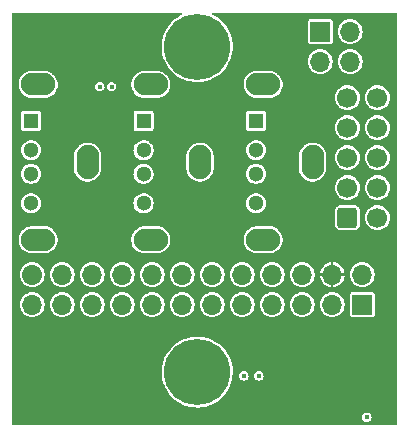
<source format=gbr>
%TF.GenerationSoftware,KiCad,Pcbnew,(6.0.9)*%
%TF.CreationDate,2022-11-26T15:45:46+01:00*%
%TF.ProjectId,h3_extra_ports,68335f65-7874-4726-915f-706f7274732e,rev?*%
%TF.SameCoordinates,Original*%
%TF.FileFunction,Copper,L3,Inr*%
%TF.FilePolarity,Positive*%
%FSLAX46Y46*%
G04 Gerber Fmt 4.6, Leading zero omitted, Abs format (unit mm)*
G04 Created by KiCad (PCBNEW (6.0.9)) date 2022-11-26 15:45:46*
%MOMM*%
%LPD*%
G01*
G04 APERTURE LIST*
G04 Aperture macros list*
%AMRoundRect*
0 Rectangle with rounded corners*
0 $1 Rounding radius*
0 $2 $3 $4 $5 $6 $7 $8 $9 X,Y pos of 4 corners*
0 Add a 4 corners polygon primitive as box body*
4,1,4,$2,$3,$4,$5,$6,$7,$8,$9,$2,$3,0*
0 Add four circle primitives for the rounded corners*
1,1,$1+$1,$2,$3*
1,1,$1+$1,$4,$5*
1,1,$1+$1,$6,$7*
1,1,$1+$1,$8,$9*
0 Add four rect primitives between the rounded corners*
20,1,$1+$1,$2,$3,$4,$5,0*
20,1,$1+$1,$4,$5,$6,$7,0*
20,1,$1+$1,$6,$7,$8,$9,0*
20,1,$1+$1,$8,$9,$2,$3,0*%
G04 Aperture macros list end*
%TA.AperFunction,ComponentPad*%
%ADD10C,5.600000*%
%TD*%
%TA.AperFunction,ComponentPad*%
%ADD11R,1.300000X1.300000*%
%TD*%
%TA.AperFunction,ComponentPad*%
%ADD12C,1.300000*%
%TD*%
%TA.AperFunction,ComponentPad*%
%ADD13O,2.900000X1.900000*%
%TD*%
%TA.AperFunction,ComponentPad*%
%ADD14O,1.900000X2.900000*%
%TD*%
%TA.AperFunction,ComponentPad*%
%ADD15R,1.700000X1.700000*%
%TD*%
%TA.AperFunction,ComponentPad*%
%ADD16O,1.700000X1.700000*%
%TD*%
%TA.AperFunction,ComponentPad*%
%ADD17C,1.700000*%
%TD*%
%TA.AperFunction,ComponentPad*%
%ADD18RoundRect,0.250000X-0.600000X-0.600000X0.600000X-0.600000X0.600000X0.600000X-0.600000X0.600000X0*%
%TD*%
%TA.AperFunction,ViaPad*%
%ADD19C,0.400000*%
%TD*%
G04 APERTURE END LIST*
D10*
%TO.N,GND*%
%TO.C,H2*%
X171450000Y-79375000D03*
%TD*%
D11*
%TO.N,Net-(J2-Pad1)*%
%TO.C,J2*%
X157381000Y-58095000D03*
D12*
%TO.N,/USB2_P6_DN*%
X157381000Y-60595000D03*
%TO.N,/USB2_P6_DP*%
X157381000Y-62595000D03*
%TO.N,GND*%
X157381000Y-65095000D03*
D13*
X157981000Y-55025000D03*
X157981000Y-68165000D03*
D14*
X162161000Y-61595000D03*
%TD*%
D11*
%TO.N,Net-(J1-Pad1)*%
%TO.C,J1*%
X166906000Y-58095000D03*
D12*
%TO.N,/USB2_P5_DN*%
X166906000Y-60595000D03*
%TO.N,/USB2_P5_DP*%
X166906000Y-62595000D03*
%TO.N,GND*%
X166906000Y-65095000D03*
D13*
X167506000Y-68165000D03*
X167506000Y-55025000D03*
D14*
X171686000Y-61595000D03*
%TD*%
D10*
%TO.N,GND*%
%TO.C,H1*%
X171450000Y-51816000D03*
%TD*%
D15*
%TO.N,Net-(J4-Pad1)*%
%TO.C,J4*%
X181864000Y-50541000D03*
D16*
%TO.N,/PWR_BTN#*%
X184404000Y-50541000D03*
%TO.N,GND*%
X181864000Y-53081000D03*
X184404000Y-53081000D03*
%TD*%
D11*
%TO.N,Net-(J3-Pad1)*%
%TO.C,J3*%
X176431000Y-58095000D03*
D12*
%TO.N,/USB2_P7_DN*%
X176431000Y-60595000D03*
%TO.N,/USB2_P7_DP*%
X176431000Y-62595000D03*
%TO.N,GND*%
X176431000Y-65095000D03*
D14*
X181211000Y-61595000D03*
D13*
X177031000Y-55025000D03*
X177031000Y-68165000D03*
%TD*%
D17*
%TO.N,/+V5P0A*%
%TO.C,J6*%
X157480000Y-71120000D03*
D16*
%TO.N,/USB2_P6_DN*%
X157480000Y-73660000D03*
%TO.N,/HDMI_CEC*%
X160020000Y-71120000D03*
%TO.N,/USB2_P6_DP*%
X160020000Y-73660000D03*
%TO.N,/I2C_0_SDA*%
X162560000Y-71120000D03*
%TO.N,GND*%
X162560000Y-73660000D03*
%TO.N,/I2C_0_SCL*%
X165100000Y-71120000D03*
%TO.N,/PWR_BTN#*%
X165100000Y-73660000D03*
%TO.N,GND*%
X167640000Y-71120000D03*
%TO.N,/I2C_1_SDA*%
X167640000Y-73660000D03*
%TO.N,/UART0_RTS#*%
X170180000Y-71120000D03*
%TO.N,/I2C_1_SCL*%
X170180000Y-73660000D03*
%TO.N,/UART0_CTS#*%
X172720000Y-71120000D03*
%TO.N,GND*%
X172720000Y-73660000D03*
%TO.N,/UART0_TXD*%
X175260000Y-71120000D03*
%TO.N,/USB2_P5_DN*%
X175260000Y-73660000D03*
%TO.N,/UART0_RXD*%
X177800000Y-71120000D03*
%TO.N,/USB2_P5_DP*%
X177800000Y-73660000D03*
%TO.N,GND*%
X180340000Y-71120000D03*
%TO.N,/USB2_P7_DN*%
X180340000Y-73660000D03*
%TO.N,/+3.3V_RUN_H*%
X182880000Y-71120000D03*
%TO.N,/USB2_P7_DP*%
X182880000Y-73660000D03*
%TO.N,/+5V_RUN_H*%
X185420000Y-71120000D03*
%TO.N,GND*%
X185420000Y-73660000D03*
%TD*%
D15*
%TO.N,GND*%
%TO.C,J9*%
X185420000Y-73660000D03*
D16*
%TO.N,/+5V_RUN_H*%
X185420000Y-71120000D03*
%TO.N,/USB2_P7_DP*%
X182880000Y-73660000D03*
%TO.N,/+3.3V_RUN_H*%
X182880000Y-71120000D03*
%TO.N,/USB2_P7_DN*%
X180340000Y-73660000D03*
%TO.N,GND*%
X180340000Y-71120000D03*
%TO.N,/USB2_P5_DP*%
X177800000Y-73660000D03*
%TO.N,/UART0_RXD*%
X177800000Y-71120000D03*
%TO.N,/USB2_P5_DN*%
X175260000Y-73660000D03*
%TO.N,/UART0_TXD*%
X175260000Y-71120000D03*
%TO.N,GND*%
X172720000Y-73660000D03*
%TO.N,/UART0_CTS#*%
X172720000Y-71120000D03*
%TO.N,/I2C_1_SCL*%
X170180000Y-73660000D03*
%TO.N,/UART0_RTS#*%
X170180000Y-71120000D03*
%TO.N,/I2C_1_SDA*%
X167640000Y-73660000D03*
%TO.N,GND*%
X167640000Y-71120000D03*
%TO.N,/PWR_BTN#*%
X165100000Y-73660000D03*
%TO.N,/I2C_0_SCL*%
X165100000Y-71120000D03*
%TO.N,GND*%
X162560000Y-73660000D03*
%TO.N,/I2C_0_SDA*%
X162560000Y-71120000D03*
%TO.N,/USB2_P6_DP*%
X160020000Y-73660000D03*
%TO.N,/HDMI_CEC*%
X160020000Y-71120000D03*
%TO.N,/USB2_P6_DN*%
X157480000Y-73660000D03*
%TO.N,/+V5P0A*%
X157480000Y-71120000D03*
%TD*%
D18*
%TO.N,unconnected-(J5-Pad1)*%
%TO.C,J5*%
X184167500Y-66294000D03*
D17*
%TO.N,/RS232_RX*%
X186707500Y-66294000D03*
%TO.N,/RS232_TX*%
X184167500Y-63754000D03*
%TO.N,unconnected-(J5-Pad4)*%
X186707500Y-63754000D03*
%TO.N,GND*%
X184167500Y-61214000D03*
%TO.N,unconnected-(J5-Pad6)*%
X186707500Y-61214000D03*
%TO.N,/RS232_RTS*%
X184167500Y-58674000D03*
%TO.N,/RS232_CTS*%
X186707500Y-58674000D03*
%TO.N,unconnected-(J5-Pad9)*%
X184167500Y-56134000D03*
%TO.N,unconnected-(J5-Pad10)*%
X186707500Y-56134000D03*
%TD*%
D19*
%TO.N,GND*%
X185801000Y-83185000D03*
%TO.N,/+3.3V_RUN_H*%
X176500000Y-50200000D03*
X162200000Y-55200000D03*
X165500000Y-80100000D03*
X185800000Y-75300000D03*
%TO.N,/RS232_RTS*%
X176657000Y-79694000D03*
%TO.N,/RS232_CTS*%
X175400000Y-79700000D03*
%TO.N,/I2C_0_SCL*%
X164200000Y-55200000D03*
%TO.N,/I2C_0_SDA*%
X163200000Y-55200000D03*
%TD*%
%TA.AperFunction,Conductor*%
%TO.N,/+3.3V_RUN_H*%
G36*
X170170583Y-48985813D02*
G01*
X170195893Y-49029650D01*
X170187103Y-49079500D01*
X170154875Y-49109291D01*
X170003967Y-49181270D01*
X170003958Y-49181275D01*
X170002048Y-49182186D01*
X170000251Y-49183313D01*
X170000246Y-49183316D01*
X169710736Y-49364925D01*
X169710731Y-49364929D01*
X169708921Y-49366064D01*
X169438871Y-49582415D01*
X169195477Y-49828371D01*
X169194166Y-49830043D01*
X169094738Y-49956849D01*
X168981966Y-50100672D01*
X168980854Y-50102486D01*
X168980853Y-50102488D01*
X168956513Y-50142207D01*
X168801168Y-50395709D01*
X168800271Y-50397641D01*
X168800268Y-50397647D01*
X168720044Y-50570474D01*
X168655478Y-50709570D01*
X168632748Y-50778299D01*
X168582715Y-50929586D01*
X168546828Y-51038097D01*
X168546396Y-51040184D01*
X168546395Y-51040187D01*
X168527864Y-51129672D01*
X168476658Y-51376935D01*
X168445898Y-51721592D01*
X168454956Y-52067501D01*
X168503712Y-52410076D01*
X168591519Y-52744777D01*
X168592292Y-52746759D01*
X168592295Y-52746769D01*
X168694010Y-53007653D01*
X168717214Y-53067167D01*
X168879130Y-53372974D01*
X168880334Y-53374726D01*
X168880339Y-53374734D01*
X168971183Y-53506912D01*
X169075122Y-53658144D01*
X169076517Y-53659743D01*
X169276440Y-53888919D01*
X169302592Y-53918898D01*
X169558524Y-54151778D01*
X169560251Y-54153019D01*
X169560256Y-54153023D01*
X169837791Y-54352452D01*
X169837796Y-54352455D01*
X169839527Y-54353699D01*
X170141876Y-54521985D01*
X170143851Y-54522803D01*
X170143855Y-54522805D01*
X170163051Y-54530756D01*
X170461563Y-54654403D01*
X170622232Y-54700171D01*
X170792297Y-54748616D01*
X170792303Y-54748617D01*
X170794352Y-54749201D01*
X170796462Y-54749546D01*
X170796464Y-54749547D01*
X171133728Y-54804776D01*
X171133734Y-54804777D01*
X171135831Y-54805120D01*
X171291551Y-54812464D01*
X171479348Y-54821320D01*
X171479352Y-54821320D01*
X171481474Y-54821420D01*
X171826700Y-54797885D01*
X171828784Y-54797499D01*
X171828790Y-54797498D01*
X172164831Y-54735217D01*
X172164838Y-54735215D01*
X172166933Y-54734827D01*
X172497663Y-54633081D01*
X172499611Y-54632226D01*
X172499616Y-54632224D01*
X172812548Y-54494856D01*
X172812549Y-54494856D01*
X172814507Y-54493996D01*
X172816350Y-54492919D01*
X172816356Y-54492916D01*
X173111424Y-54320492D01*
X173111427Y-54320490D01*
X173113265Y-54319416D01*
X173289785Y-54186881D01*
X173388275Y-54112933D01*
X173388279Y-54112930D01*
X173389978Y-54111654D01*
X173640977Y-53873465D01*
X173797447Y-53686329D01*
X173861563Y-53609648D01*
X173861569Y-53609640D01*
X173862936Y-53608005D01*
X174052913Y-53318792D01*
X174179923Y-53066262D01*
X180808520Y-53066262D01*
X180808823Y-53069871D01*
X180808823Y-53069873D01*
X180812404Y-53112519D01*
X180825759Y-53271553D01*
X180882544Y-53469586D01*
X180884196Y-53472800D01*
X180884197Y-53472803D01*
X180953681Y-53608005D01*
X180976712Y-53652818D01*
X181104677Y-53814270D01*
X181107430Y-53816613D01*
X181107433Y-53816616D01*
X181138062Y-53842683D01*
X181261564Y-53947791D01*
X181308266Y-53973892D01*
X181438239Y-54046532D01*
X181438243Y-54046534D01*
X181441398Y-54048297D01*
X181444834Y-54049414D01*
X181444840Y-54049416D01*
X181569256Y-54089841D01*
X181637329Y-54111959D01*
X181701176Y-54119572D01*
X181838294Y-54135922D01*
X181838297Y-54135922D01*
X181841894Y-54136351D01*
X181910714Y-54131056D01*
X182043689Y-54120824D01*
X182043691Y-54120824D01*
X182047300Y-54120546D01*
X182245725Y-54065145D01*
X182263877Y-54055976D01*
X182426376Y-53973892D01*
X182426379Y-53973890D01*
X182429610Y-53972258D01*
X182591951Y-53845424D01*
X182726564Y-53689472D01*
X182728347Y-53686333D01*
X182728350Y-53686329D01*
X182777443Y-53599908D01*
X182828323Y-53510344D01*
X182840812Y-53472803D01*
X182892208Y-53318299D01*
X182893351Y-53314863D01*
X182898823Y-53271553D01*
X182918913Y-53112519D01*
X182918913Y-53112513D01*
X182919171Y-53110474D01*
X182919583Y-53081000D01*
X182918412Y-53069050D01*
X182918139Y-53066262D01*
X183348520Y-53066262D01*
X183348823Y-53069871D01*
X183348823Y-53069873D01*
X183352404Y-53112519D01*
X183365759Y-53271553D01*
X183422544Y-53469586D01*
X183424196Y-53472800D01*
X183424197Y-53472803D01*
X183493681Y-53608005D01*
X183516712Y-53652818D01*
X183644677Y-53814270D01*
X183647430Y-53816613D01*
X183647433Y-53816616D01*
X183678062Y-53842683D01*
X183801564Y-53947791D01*
X183848266Y-53973892D01*
X183978239Y-54046532D01*
X183978243Y-54046534D01*
X183981398Y-54048297D01*
X183984834Y-54049414D01*
X183984840Y-54049416D01*
X184109256Y-54089841D01*
X184177329Y-54111959D01*
X184241176Y-54119572D01*
X184378294Y-54135922D01*
X184378297Y-54135922D01*
X184381894Y-54136351D01*
X184450714Y-54131056D01*
X184583689Y-54120824D01*
X184583691Y-54120824D01*
X184587300Y-54120546D01*
X184785725Y-54065145D01*
X184803877Y-54055976D01*
X184966376Y-53973892D01*
X184966379Y-53973890D01*
X184969610Y-53972258D01*
X185131951Y-53845424D01*
X185266564Y-53689472D01*
X185268347Y-53686333D01*
X185268350Y-53686329D01*
X185317443Y-53599908D01*
X185368323Y-53510344D01*
X185380812Y-53472803D01*
X185432208Y-53318299D01*
X185433351Y-53314863D01*
X185438823Y-53271553D01*
X185458913Y-53112519D01*
X185458913Y-53112513D01*
X185459171Y-53110474D01*
X185459583Y-53081000D01*
X185458412Y-53069050D01*
X185439833Y-52879570D01*
X185439480Y-52875970D01*
X185379935Y-52678749D01*
X185283218Y-52496849D01*
X185153011Y-52337200D01*
X184994275Y-52205882D01*
X184983384Y-52199993D01*
X184816238Y-52109618D01*
X184813055Y-52107897D01*
X184809605Y-52106829D01*
X184809600Y-52106827D01*
X184675714Y-52065383D01*
X184616254Y-52046977D01*
X184411369Y-52025443D01*
X184407765Y-52025771D01*
X184407764Y-52025771D01*
X184407215Y-52025821D01*
X184206203Y-52044114D01*
X184157247Y-52058522D01*
X184012043Y-52101258D01*
X184012039Y-52101260D01*
X184008572Y-52102280D01*
X183912633Y-52152436D01*
X183829209Y-52196049D01*
X183829206Y-52196051D01*
X183826002Y-52197726D01*
X183823184Y-52199992D01*
X183823182Y-52199993D01*
X183668266Y-52324548D01*
X183668263Y-52324551D01*
X183665447Y-52326815D01*
X183663121Y-52329587D01*
X183663119Y-52329589D01*
X183535351Y-52481856D01*
X183535348Y-52481860D01*
X183533024Y-52484630D01*
X183433776Y-52665162D01*
X183371484Y-52861532D01*
X183371081Y-52865123D01*
X183371081Y-52865124D01*
X183369461Y-52879570D01*
X183348520Y-53066262D01*
X182918139Y-53066262D01*
X182899833Y-52879570D01*
X182899480Y-52875970D01*
X182839935Y-52678749D01*
X182743218Y-52496849D01*
X182613011Y-52337200D01*
X182454275Y-52205882D01*
X182443384Y-52199993D01*
X182276238Y-52109618D01*
X182273055Y-52107897D01*
X182269605Y-52106829D01*
X182269600Y-52106827D01*
X182135714Y-52065383D01*
X182076254Y-52046977D01*
X181871369Y-52025443D01*
X181867765Y-52025771D01*
X181867764Y-52025771D01*
X181867215Y-52025821D01*
X181666203Y-52044114D01*
X181617247Y-52058522D01*
X181472043Y-52101258D01*
X181472039Y-52101260D01*
X181468572Y-52102280D01*
X181372633Y-52152436D01*
X181289209Y-52196049D01*
X181289206Y-52196051D01*
X181286002Y-52197726D01*
X181283184Y-52199992D01*
X181283182Y-52199993D01*
X181128266Y-52324548D01*
X181128263Y-52324551D01*
X181125447Y-52326815D01*
X181123121Y-52329587D01*
X181123119Y-52329589D01*
X180995351Y-52481856D01*
X180995348Y-52481860D01*
X180993024Y-52484630D01*
X180893776Y-52665162D01*
X180831484Y-52861532D01*
X180831081Y-52865123D01*
X180831081Y-52865124D01*
X180829461Y-52879570D01*
X180808520Y-53066262D01*
X174179923Y-53066262D01*
X174208390Y-53009662D01*
X174327305Y-52684710D01*
X174408084Y-52348243D01*
X174449654Y-52004722D01*
X174455585Y-51816000D01*
X174435666Y-51470547D01*
X174425229Y-51410748D01*
X180813500Y-51410748D01*
X180825133Y-51469231D01*
X180869448Y-51535552D01*
X180935769Y-51579867D01*
X180980295Y-51588724D01*
X180990682Y-51590790D01*
X180990683Y-51590790D01*
X180994252Y-51591500D01*
X182733748Y-51591500D01*
X182737317Y-51590790D01*
X182737318Y-51590790D01*
X182747705Y-51588724D01*
X182792231Y-51579867D01*
X182858552Y-51535552D01*
X182902867Y-51469231D01*
X182914500Y-51410748D01*
X182914500Y-50526262D01*
X183348520Y-50526262D01*
X183348823Y-50529871D01*
X183348823Y-50529873D01*
X183363913Y-50709570D01*
X183365759Y-50731553D01*
X183422544Y-50929586D01*
X183424196Y-50932800D01*
X183424197Y-50932803D01*
X183445106Y-50973487D01*
X183516712Y-51112818D01*
X183644677Y-51274270D01*
X183647430Y-51276613D01*
X183647433Y-51276616D01*
X183678062Y-51302683D01*
X183801564Y-51407791D01*
X183848266Y-51433892D01*
X183978239Y-51506532D01*
X183978243Y-51506534D01*
X183981398Y-51508297D01*
X183984834Y-51509414D01*
X183984840Y-51509416D01*
X184109256Y-51549841D01*
X184177329Y-51571959D01*
X184241176Y-51579572D01*
X184378294Y-51595922D01*
X184378297Y-51595922D01*
X184381894Y-51596351D01*
X184454166Y-51590790D01*
X184583689Y-51580824D01*
X184583691Y-51580824D01*
X184587300Y-51580546D01*
X184748451Y-51535552D01*
X184782244Y-51526117D01*
X184782245Y-51526117D01*
X184785725Y-51525145D01*
X184816863Y-51509416D01*
X184966376Y-51433892D01*
X184966379Y-51433890D01*
X184969610Y-51432258D01*
X185131951Y-51305424D01*
X185266564Y-51149472D01*
X185268347Y-51146333D01*
X185268350Y-51146329D01*
X185317444Y-51059908D01*
X185368323Y-50970344D01*
X185380812Y-50932803D01*
X185432208Y-50778299D01*
X185433351Y-50774863D01*
X185438823Y-50731553D01*
X185458913Y-50572519D01*
X185458913Y-50572513D01*
X185459171Y-50570474D01*
X185459583Y-50541000D01*
X185439480Y-50335970D01*
X185379935Y-50138749D01*
X185283218Y-49956849D01*
X185153011Y-49797200D01*
X184994275Y-49665882D01*
X184983384Y-49659993D01*
X184816238Y-49569618D01*
X184813055Y-49567897D01*
X184809605Y-49566829D01*
X184809600Y-49566827D01*
X184684996Y-49528256D01*
X184616254Y-49506977D01*
X184411369Y-49485443D01*
X184407765Y-49485771D01*
X184407764Y-49485771D01*
X184407215Y-49485821D01*
X184206203Y-49504114D01*
X184157247Y-49518522D01*
X184012043Y-49561258D01*
X184012039Y-49561260D01*
X184008572Y-49562280D01*
X183923594Y-49606706D01*
X183829209Y-49656049D01*
X183829206Y-49656051D01*
X183826002Y-49657726D01*
X183823184Y-49659992D01*
X183823182Y-49659993D01*
X183668266Y-49784548D01*
X183668263Y-49784551D01*
X183665447Y-49786815D01*
X183663121Y-49789587D01*
X183663119Y-49789589D01*
X183535351Y-49941856D01*
X183535348Y-49941860D01*
X183533024Y-49944630D01*
X183433776Y-50125162D01*
X183371484Y-50321532D01*
X183371081Y-50325123D01*
X183371081Y-50325124D01*
X183369461Y-50339570D01*
X183348520Y-50526262D01*
X182914500Y-50526262D01*
X182914500Y-49671252D01*
X182902867Y-49612769D01*
X182858552Y-49546448D01*
X182852491Y-49542398D01*
X182798294Y-49506184D01*
X182798293Y-49506184D01*
X182792231Y-49502133D01*
X182747705Y-49493276D01*
X182737318Y-49491210D01*
X182737317Y-49491210D01*
X182733748Y-49490500D01*
X180994252Y-49490500D01*
X180990683Y-49491210D01*
X180990682Y-49491210D01*
X180980295Y-49493276D01*
X180935769Y-49502133D01*
X180929707Y-49506184D01*
X180929706Y-49506184D01*
X180875509Y-49542398D01*
X180869448Y-49546448D01*
X180825133Y-49612769D01*
X180813500Y-49671252D01*
X180813500Y-51410748D01*
X174425229Y-51410748D01*
X174396995Y-51248971D01*
X174376539Y-51131762D01*
X174376538Y-51131758D01*
X174376174Y-51129672D01*
X174277897Y-50797894D01*
X174142138Y-50479611D01*
X173970696Y-50179041D01*
X173765843Y-49900168D01*
X173530295Y-49646688D01*
X173267174Y-49421962D01*
X173265408Y-49420775D01*
X173265401Y-49420770D01*
X172981738Y-49230157D01*
X172981737Y-49230157D01*
X172979967Y-49228967D01*
X172746099Y-49108258D01*
X172711771Y-49071057D01*
X172709387Y-49020494D01*
X172740061Y-48980228D01*
X172780039Y-48968500D01*
X188320500Y-48968500D01*
X188368066Y-48985813D01*
X188393376Y-49029650D01*
X188394500Y-49042500D01*
X188394500Y-83799500D01*
X188377187Y-83847066D01*
X188333350Y-83872376D01*
X188320500Y-83873500D01*
X155849500Y-83873500D01*
X155801934Y-83856187D01*
X155776624Y-83812350D01*
X155775500Y-83799500D01*
X155775500Y-83185000D01*
X185395508Y-83185000D01*
X185396419Y-83190752D01*
X185414442Y-83304549D01*
X185414443Y-83304552D01*
X185415354Y-83310304D01*
X185417999Y-83315495D01*
X185418000Y-83315498D01*
X185470304Y-83418150D01*
X185470306Y-83418152D01*
X185472950Y-83423342D01*
X185562658Y-83513050D01*
X185567848Y-83515694D01*
X185567850Y-83515696D01*
X185670502Y-83568000D01*
X185670505Y-83568001D01*
X185675696Y-83570646D01*
X185681448Y-83571557D01*
X185681451Y-83571558D01*
X185795248Y-83589581D01*
X185801000Y-83590492D01*
X185806752Y-83589581D01*
X185920549Y-83571558D01*
X185920552Y-83571557D01*
X185926304Y-83570646D01*
X185931495Y-83568001D01*
X185931498Y-83568000D01*
X186034150Y-83515696D01*
X186034152Y-83515694D01*
X186039342Y-83513050D01*
X186129050Y-83423342D01*
X186131694Y-83418152D01*
X186131696Y-83418150D01*
X186184000Y-83315498D01*
X186184001Y-83315495D01*
X186186646Y-83310304D01*
X186187557Y-83304552D01*
X186187558Y-83304549D01*
X186205581Y-83190752D01*
X186206492Y-83185000D01*
X186205581Y-83179248D01*
X186187558Y-83065451D01*
X186187557Y-83065448D01*
X186186646Y-83059696D01*
X186184000Y-83054502D01*
X186131696Y-82951850D01*
X186131694Y-82951848D01*
X186129050Y-82946658D01*
X186039342Y-82856950D01*
X186034152Y-82854306D01*
X186034150Y-82854304D01*
X185931498Y-82802000D01*
X185931495Y-82801999D01*
X185926304Y-82799354D01*
X185920552Y-82798443D01*
X185920549Y-82798442D01*
X185806752Y-82780419D01*
X185801000Y-82779508D01*
X185795248Y-82780419D01*
X185681451Y-82798442D01*
X185681448Y-82798443D01*
X185675696Y-82799354D01*
X185670505Y-82801999D01*
X185670502Y-82802000D01*
X185567850Y-82854304D01*
X185567848Y-82854306D01*
X185562658Y-82856950D01*
X185472950Y-82946658D01*
X185470306Y-82951848D01*
X185470304Y-82951850D01*
X185418000Y-83054502D01*
X185415354Y-83059696D01*
X185414443Y-83065448D01*
X185414442Y-83065451D01*
X185396419Y-83179248D01*
X185395508Y-83185000D01*
X155775500Y-83185000D01*
X155775500Y-79280592D01*
X168445898Y-79280592D01*
X168454956Y-79626501D01*
X168503712Y-79969076D01*
X168591519Y-80303777D01*
X168592292Y-80305759D01*
X168592295Y-80305769D01*
X168694010Y-80566653D01*
X168717214Y-80626167D01*
X168879130Y-80931974D01*
X168880334Y-80933726D01*
X168880339Y-80933734D01*
X168987948Y-81090306D01*
X169075122Y-81217144D01*
X169076517Y-81218743D01*
X169261529Y-81430826D01*
X169302592Y-81477898D01*
X169558524Y-81710778D01*
X169560251Y-81712019D01*
X169560256Y-81712023D01*
X169837791Y-81911452D01*
X169837796Y-81911455D01*
X169839527Y-81912699D01*
X170141876Y-82080985D01*
X170143851Y-82081803D01*
X170143855Y-82081805D01*
X170283697Y-82139729D01*
X170461563Y-82213403D01*
X170654028Y-82268229D01*
X170792297Y-82307616D01*
X170792303Y-82307617D01*
X170794352Y-82308201D01*
X170796462Y-82308546D01*
X170796464Y-82308547D01*
X171133728Y-82363776D01*
X171133734Y-82363777D01*
X171135831Y-82364120D01*
X171291551Y-82371464D01*
X171479348Y-82380320D01*
X171479352Y-82380320D01*
X171481474Y-82380420D01*
X171826700Y-82356885D01*
X171828784Y-82356499D01*
X171828790Y-82356498D01*
X172164831Y-82294217D01*
X172164838Y-82294215D01*
X172166933Y-82293827D01*
X172497663Y-82192081D01*
X172499611Y-82191226D01*
X172499616Y-82191224D01*
X172812548Y-82053856D01*
X172812549Y-82053856D01*
X172814507Y-82052996D01*
X172816350Y-82051919D01*
X172816356Y-82051916D01*
X173111424Y-81879492D01*
X173111427Y-81879490D01*
X173113265Y-81878416D01*
X173336538Y-81710778D01*
X173388275Y-81671933D01*
X173388279Y-81671930D01*
X173389978Y-81670654D01*
X173640977Y-81432465D01*
X173719893Y-81338082D01*
X173861563Y-81168648D01*
X173861569Y-81168640D01*
X173862936Y-81167005D01*
X174052913Y-80877792D01*
X174208390Y-80568662D01*
X174327305Y-80243710D01*
X174366694Y-80079646D01*
X174407585Y-79909321D01*
X174408084Y-79907243D01*
X174433163Y-79700000D01*
X174994508Y-79700000D01*
X174995419Y-79705752D01*
X175013442Y-79819549D01*
X175013443Y-79819552D01*
X175014354Y-79825304D01*
X175016999Y-79830495D01*
X175017000Y-79830498D01*
X175069304Y-79933150D01*
X175069306Y-79933152D01*
X175071950Y-79938342D01*
X175161658Y-80028050D01*
X175166848Y-80030694D01*
X175166850Y-80030696D01*
X175269502Y-80083000D01*
X175269505Y-80083001D01*
X175274696Y-80085646D01*
X175280448Y-80086557D01*
X175280451Y-80086558D01*
X175394248Y-80104581D01*
X175400000Y-80105492D01*
X175405752Y-80104581D01*
X175519549Y-80086558D01*
X175519552Y-80086557D01*
X175525304Y-80085646D01*
X175530495Y-80083001D01*
X175530498Y-80083000D01*
X175633150Y-80030696D01*
X175633152Y-80030694D01*
X175638342Y-80028050D01*
X175728050Y-79938342D01*
X175730694Y-79933152D01*
X175730696Y-79933150D01*
X175783000Y-79830498D01*
X175783001Y-79830495D01*
X175785646Y-79825304D01*
X175786557Y-79819552D01*
X175786558Y-79819549D01*
X175804581Y-79705752D01*
X175805492Y-79700000D01*
X175804542Y-79694000D01*
X176251508Y-79694000D01*
X176252419Y-79699752D01*
X176270442Y-79813549D01*
X176270443Y-79813552D01*
X176271354Y-79819304D01*
X176273999Y-79824495D01*
X176274000Y-79824498D01*
X176326304Y-79927150D01*
X176326306Y-79927152D01*
X176328950Y-79932342D01*
X176418658Y-80022050D01*
X176423848Y-80024694D01*
X176423850Y-80024696D01*
X176526502Y-80077000D01*
X176526505Y-80077001D01*
X176531696Y-80079646D01*
X176537448Y-80080557D01*
X176537451Y-80080558D01*
X176651248Y-80098581D01*
X176657000Y-80099492D01*
X176662752Y-80098581D01*
X176776549Y-80080558D01*
X176776552Y-80080557D01*
X176782304Y-80079646D01*
X176787495Y-80077001D01*
X176787498Y-80077000D01*
X176890150Y-80024696D01*
X176890152Y-80024694D01*
X176895342Y-80022050D01*
X176985050Y-79932342D01*
X176987694Y-79927152D01*
X176987696Y-79927150D01*
X177040000Y-79824498D01*
X177040001Y-79824495D01*
X177042646Y-79819304D01*
X177043557Y-79813552D01*
X177043558Y-79813549D01*
X177061581Y-79699752D01*
X177062492Y-79694000D01*
X177052134Y-79628599D01*
X177043558Y-79574451D01*
X177043557Y-79574448D01*
X177042646Y-79568696D01*
X177040000Y-79563502D01*
X176987696Y-79460850D01*
X176987694Y-79460848D01*
X176985050Y-79455658D01*
X176895342Y-79365950D01*
X176890152Y-79363306D01*
X176890150Y-79363304D01*
X176787498Y-79311000D01*
X176787495Y-79310999D01*
X176782304Y-79308354D01*
X176776552Y-79307443D01*
X176776549Y-79307442D01*
X176662752Y-79289419D01*
X176657000Y-79288508D01*
X176651248Y-79289419D01*
X176537451Y-79307442D01*
X176537448Y-79307443D01*
X176531696Y-79308354D01*
X176526505Y-79310999D01*
X176526502Y-79311000D01*
X176423850Y-79363304D01*
X176423848Y-79363306D01*
X176418658Y-79365950D01*
X176328950Y-79455658D01*
X176326306Y-79460848D01*
X176326304Y-79460850D01*
X176274000Y-79563502D01*
X176271354Y-79568696D01*
X176270443Y-79574448D01*
X176270442Y-79574451D01*
X176261866Y-79628599D01*
X176251508Y-79694000D01*
X175804542Y-79694000D01*
X175803631Y-79688248D01*
X175786558Y-79580451D01*
X175786557Y-79580448D01*
X175785646Y-79574696D01*
X175780888Y-79565357D01*
X175730696Y-79466850D01*
X175730694Y-79466848D01*
X175728050Y-79461658D01*
X175638342Y-79371950D01*
X175633152Y-79369306D01*
X175633150Y-79369304D01*
X175530498Y-79317000D01*
X175530495Y-79316999D01*
X175525304Y-79314354D01*
X175519552Y-79313443D01*
X175519549Y-79313442D01*
X175405752Y-79295419D01*
X175400000Y-79294508D01*
X175394248Y-79295419D01*
X175280451Y-79313442D01*
X175280448Y-79313443D01*
X175274696Y-79314354D01*
X175269505Y-79316999D01*
X175269502Y-79317000D01*
X175166850Y-79369304D01*
X175166848Y-79369306D01*
X175161658Y-79371950D01*
X175071950Y-79461658D01*
X175069306Y-79466848D01*
X175069304Y-79466850D01*
X175019112Y-79565357D01*
X175014354Y-79574696D01*
X175013443Y-79580448D01*
X175013442Y-79580451D01*
X174996369Y-79688248D01*
X174994508Y-79700000D01*
X174433163Y-79700000D01*
X174449654Y-79563722D01*
X174449706Y-79562071D01*
X174455533Y-79376663D01*
X174455533Y-79376657D01*
X174455585Y-79375000D01*
X174435666Y-79029547D01*
X174376174Y-78688672D01*
X174277897Y-78356894D01*
X174142138Y-78038611D01*
X173970696Y-77738041D01*
X173765843Y-77459168D01*
X173530295Y-77205688D01*
X173267174Y-76980962D01*
X173265408Y-76979775D01*
X173265401Y-76979770D01*
X172981738Y-76789157D01*
X172981737Y-76789157D01*
X172979967Y-76787967D01*
X172672482Y-76629261D01*
X172348793Y-76506950D01*
X172185296Y-76465882D01*
X172015249Y-76423169D01*
X172015246Y-76423168D01*
X172013190Y-76422652D01*
X172011087Y-76422375D01*
X172011081Y-76422374D01*
X171672231Y-76377764D01*
X171672224Y-76377764D01*
X171670124Y-76377487D01*
X171512868Y-76375016D01*
X171326269Y-76372084D01*
X171326261Y-76372084D01*
X171324139Y-76372051D01*
X170979823Y-76406419D01*
X170641739Y-76480133D01*
X170639731Y-76480820D01*
X170639722Y-76480823D01*
X170436374Y-76550445D01*
X170314367Y-76592217D01*
X170312431Y-76593140D01*
X170312432Y-76593140D01*
X170003967Y-76740270D01*
X170003958Y-76740275D01*
X170002048Y-76741186D01*
X170000251Y-76742313D01*
X170000246Y-76742316D01*
X169710736Y-76923925D01*
X169710731Y-76923929D01*
X169708921Y-76925064D01*
X169438871Y-77141415D01*
X169195477Y-77387371D01*
X168981966Y-77659672D01*
X168801168Y-77954709D01*
X168800271Y-77956641D01*
X168800268Y-77956647D01*
X168761311Y-78040573D01*
X168655478Y-78268570D01*
X168546828Y-78597097D01*
X168546396Y-78599184D01*
X168546395Y-78599187D01*
X168527864Y-78688672D01*
X168476658Y-78935935D01*
X168445898Y-79280592D01*
X155775500Y-79280592D01*
X155775500Y-73645262D01*
X156424520Y-73645262D01*
X156424823Y-73648871D01*
X156424823Y-73648873D01*
X156431728Y-73731101D01*
X156441759Y-73850553D01*
X156498544Y-74048586D01*
X156500196Y-74051800D01*
X156500197Y-74051803D01*
X156521106Y-74092487D01*
X156592712Y-74231818D01*
X156720677Y-74393270D01*
X156723430Y-74395613D01*
X156723433Y-74395616D01*
X156754062Y-74421683D01*
X156877564Y-74526791D01*
X156924266Y-74552892D01*
X157054239Y-74625532D01*
X157054243Y-74625534D01*
X157057398Y-74627297D01*
X157060834Y-74628414D01*
X157060840Y-74628416D01*
X157185256Y-74668841D01*
X157253329Y-74690959D01*
X157317176Y-74698572D01*
X157454294Y-74714922D01*
X157454297Y-74714922D01*
X157457894Y-74715351D01*
X157530166Y-74709790D01*
X157659689Y-74699824D01*
X157659691Y-74699824D01*
X157663300Y-74699546D01*
X157824451Y-74654552D01*
X157858244Y-74645117D01*
X157858245Y-74645117D01*
X157861725Y-74644145D01*
X157892863Y-74628416D01*
X158042376Y-74552892D01*
X158042379Y-74552890D01*
X158045610Y-74551258D01*
X158207951Y-74424424D01*
X158342564Y-74268472D01*
X158344347Y-74265333D01*
X158344350Y-74265329D01*
X158393443Y-74178908D01*
X158444323Y-74089344D01*
X158456812Y-74051803D01*
X158508208Y-73897299D01*
X158509351Y-73893863D01*
X158514823Y-73850553D01*
X158534913Y-73691519D01*
X158534913Y-73691513D01*
X158535171Y-73689474D01*
X158535583Y-73660000D01*
X158534138Y-73645262D01*
X158964520Y-73645262D01*
X158964823Y-73648871D01*
X158964823Y-73648873D01*
X158971728Y-73731101D01*
X158981759Y-73850553D01*
X159038544Y-74048586D01*
X159040196Y-74051800D01*
X159040197Y-74051803D01*
X159061106Y-74092487D01*
X159132712Y-74231818D01*
X159260677Y-74393270D01*
X159263430Y-74395613D01*
X159263433Y-74395616D01*
X159294062Y-74421683D01*
X159417564Y-74526791D01*
X159464266Y-74552892D01*
X159594239Y-74625532D01*
X159594243Y-74625534D01*
X159597398Y-74627297D01*
X159600834Y-74628414D01*
X159600840Y-74628416D01*
X159725256Y-74668841D01*
X159793329Y-74690959D01*
X159857176Y-74698572D01*
X159994294Y-74714922D01*
X159994297Y-74714922D01*
X159997894Y-74715351D01*
X160070166Y-74709790D01*
X160199689Y-74699824D01*
X160199691Y-74699824D01*
X160203300Y-74699546D01*
X160364451Y-74654552D01*
X160398244Y-74645117D01*
X160398245Y-74645117D01*
X160401725Y-74644145D01*
X160432863Y-74628416D01*
X160582376Y-74552892D01*
X160582379Y-74552890D01*
X160585610Y-74551258D01*
X160747951Y-74424424D01*
X160882564Y-74268472D01*
X160884347Y-74265333D01*
X160884350Y-74265329D01*
X160933443Y-74178908D01*
X160984323Y-74089344D01*
X160996812Y-74051803D01*
X161048208Y-73897299D01*
X161049351Y-73893863D01*
X161054823Y-73850553D01*
X161074913Y-73691519D01*
X161074913Y-73691513D01*
X161075171Y-73689474D01*
X161075583Y-73660000D01*
X161074138Y-73645262D01*
X161504520Y-73645262D01*
X161504823Y-73648871D01*
X161504823Y-73648873D01*
X161511728Y-73731101D01*
X161521759Y-73850553D01*
X161578544Y-74048586D01*
X161580196Y-74051800D01*
X161580197Y-74051803D01*
X161601106Y-74092487D01*
X161672712Y-74231818D01*
X161800677Y-74393270D01*
X161803430Y-74395613D01*
X161803433Y-74395616D01*
X161834062Y-74421683D01*
X161957564Y-74526791D01*
X162004266Y-74552892D01*
X162134239Y-74625532D01*
X162134243Y-74625534D01*
X162137398Y-74627297D01*
X162140834Y-74628414D01*
X162140840Y-74628416D01*
X162265256Y-74668841D01*
X162333329Y-74690959D01*
X162397176Y-74698572D01*
X162534294Y-74714922D01*
X162534297Y-74714922D01*
X162537894Y-74715351D01*
X162610166Y-74709790D01*
X162739689Y-74699824D01*
X162739691Y-74699824D01*
X162743300Y-74699546D01*
X162904451Y-74654552D01*
X162938244Y-74645117D01*
X162938245Y-74645117D01*
X162941725Y-74644145D01*
X162972863Y-74628416D01*
X163122376Y-74552892D01*
X163122379Y-74552890D01*
X163125610Y-74551258D01*
X163287951Y-74424424D01*
X163422564Y-74268472D01*
X163424347Y-74265333D01*
X163424350Y-74265329D01*
X163473443Y-74178908D01*
X163524323Y-74089344D01*
X163536812Y-74051803D01*
X163588208Y-73897299D01*
X163589351Y-73893863D01*
X163594823Y-73850553D01*
X163614913Y-73691519D01*
X163614913Y-73691513D01*
X163615171Y-73689474D01*
X163615583Y-73660000D01*
X163614138Y-73645262D01*
X164044520Y-73645262D01*
X164044823Y-73648871D01*
X164044823Y-73648873D01*
X164051728Y-73731101D01*
X164061759Y-73850553D01*
X164118544Y-74048586D01*
X164120196Y-74051800D01*
X164120197Y-74051803D01*
X164141106Y-74092487D01*
X164212712Y-74231818D01*
X164340677Y-74393270D01*
X164343430Y-74395613D01*
X164343433Y-74395616D01*
X164374062Y-74421683D01*
X164497564Y-74526791D01*
X164544266Y-74552892D01*
X164674239Y-74625532D01*
X164674243Y-74625534D01*
X164677398Y-74627297D01*
X164680834Y-74628414D01*
X164680840Y-74628416D01*
X164805256Y-74668841D01*
X164873329Y-74690959D01*
X164937176Y-74698572D01*
X165074294Y-74714922D01*
X165074297Y-74714922D01*
X165077894Y-74715351D01*
X165150166Y-74709790D01*
X165279689Y-74699824D01*
X165279691Y-74699824D01*
X165283300Y-74699546D01*
X165444451Y-74654552D01*
X165478244Y-74645117D01*
X165478245Y-74645117D01*
X165481725Y-74644145D01*
X165512863Y-74628416D01*
X165662376Y-74552892D01*
X165662379Y-74552890D01*
X165665610Y-74551258D01*
X165827951Y-74424424D01*
X165962564Y-74268472D01*
X165964347Y-74265333D01*
X165964350Y-74265329D01*
X166013443Y-74178908D01*
X166064323Y-74089344D01*
X166076812Y-74051803D01*
X166128208Y-73897299D01*
X166129351Y-73893863D01*
X166134823Y-73850553D01*
X166154913Y-73691519D01*
X166154913Y-73691513D01*
X166155171Y-73689474D01*
X166155583Y-73660000D01*
X166154138Y-73645262D01*
X166584520Y-73645262D01*
X166584823Y-73648871D01*
X166584823Y-73648873D01*
X166591728Y-73731101D01*
X166601759Y-73850553D01*
X166658544Y-74048586D01*
X166660196Y-74051800D01*
X166660197Y-74051803D01*
X166681106Y-74092487D01*
X166752712Y-74231818D01*
X166880677Y-74393270D01*
X166883430Y-74395613D01*
X166883433Y-74395616D01*
X166914062Y-74421683D01*
X167037564Y-74526791D01*
X167084266Y-74552892D01*
X167214239Y-74625532D01*
X167214243Y-74625534D01*
X167217398Y-74627297D01*
X167220834Y-74628414D01*
X167220840Y-74628416D01*
X167345256Y-74668841D01*
X167413329Y-74690959D01*
X167477176Y-74698572D01*
X167614294Y-74714922D01*
X167614297Y-74714922D01*
X167617894Y-74715351D01*
X167690166Y-74709790D01*
X167819689Y-74699824D01*
X167819691Y-74699824D01*
X167823300Y-74699546D01*
X167984451Y-74654552D01*
X168018244Y-74645117D01*
X168018245Y-74645117D01*
X168021725Y-74644145D01*
X168052863Y-74628416D01*
X168202376Y-74552892D01*
X168202379Y-74552890D01*
X168205610Y-74551258D01*
X168367951Y-74424424D01*
X168502564Y-74268472D01*
X168504347Y-74265333D01*
X168504350Y-74265329D01*
X168553443Y-74178908D01*
X168604323Y-74089344D01*
X168616812Y-74051803D01*
X168668208Y-73897299D01*
X168669351Y-73893863D01*
X168674823Y-73850553D01*
X168694913Y-73691519D01*
X168694913Y-73691513D01*
X168695171Y-73689474D01*
X168695583Y-73660000D01*
X168694138Y-73645262D01*
X169124520Y-73645262D01*
X169124823Y-73648871D01*
X169124823Y-73648873D01*
X169131728Y-73731101D01*
X169141759Y-73850553D01*
X169198544Y-74048586D01*
X169200196Y-74051800D01*
X169200197Y-74051803D01*
X169221106Y-74092487D01*
X169292712Y-74231818D01*
X169420677Y-74393270D01*
X169423430Y-74395613D01*
X169423433Y-74395616D01*
X169454062Y-74421683D01*
X169577564Y-74526791D01*
X169624266Y-74552892D01*
X169754239Y-74625532D01*
X169754243Y-74625534D01*
X169757398Y-74627297D01*
X169760834Y-74628414D01*
X169760840Y-74628416D01*
X169885256Y-74668841D01*
X169953329Y-74690959D01*
X170017176Y-74698572D01*
X170154294Y-74714922D01*
X170154297Y-74714922D01*
X170157894Y-74715351D01*
X170230166Y-74709790D01*
X170359689Y-74699824D01*
X170359691Y-74699824D01*
X170363300Y-74699546D01*
X170524451Y-74654552D01*
X170558244Y-74645117D01*
X170558245Y-74645117D01*
X170561725Y-74644145D01*
X170592863Y-74628416D01*
X170742376Y-74552892D01*
X170742379Y-74552890D01*
X170745610Y-74551258D01*
X170907951Y-74424424D01*
X171042564Y-74268472D01*
X171044347Y-74265333D01*
X171044350Y-74265329D01*
X171093443Y-74178908D01*
X171144323Y-74089344D01*
X171156812Y-74051803D01*
X171208208Y-73897299D01*
X171209351Y-73893863D01*
X171214823Y-73850553D01*
X171234913Y-73691519D01*
X171234913Y-73691513D01*
X171235171Y-73689474D01*
X171235583Y-73660000D01*
X171234138Y-73645262D01*
X171664520Y-73645262D01*
X171664823Y-73648871D01*
X171664823Y-73648873D01*
X171671728Y-73731101D01*
X171681759Y-73850553D01*
X171738544Y-74048586D01*
X171740196Y-74051800D01*
X171740197Y-74051803D01*
X171761106Y-74092487D01*
X171832712Y-74231818D01*
X171960677Y-74393270D01*
X171963430Y-74395613D01*
X171963433Y-74395616D01*
X171994062Y-74421683D01*
X172117564Y-74526791D01*
X172164266Y-74552892D01*
X172294239Y-74625532D01*
X172294243Y-74625534D01*
X172297398Y-74627297D01*
X172300834Y-74628414D01*
X172300840Y-74628416D01*
X172425256Y-74668841D01*
X172493329Y-74690959D01*
X172557176Y-74698572D01*
X172694294Y-74714922D01*
X172694297Y-74714922D01*
X172697894Y-74715351D01*
X172770166Y-74709790D01*
X172899689Y-74699824D01*
X172899691Y-74699824D01*
X172903300Y-74699546D01*
X173064451Y-74654552D01*
X173098244Y-74645117D01*
X173098245Y-74645117D01*
X173101725Y-74644145D01*
X173132863Y-74628416D01*
X173282376Y-74552892D01*
X173282379Y-74552890D01*
X173285610Y-74551258D01*
X173447951Y-74424424D01*
X173582564Y-74268472D01*
X173584347Y-74265333D01*
X173584350Y-74265329D01*
X173633443Y-74178908D01*
X173684323Y-74089344D01*
X173696812Y-74051803D01*
X173748208Y-73897299D01*
X173749351Y-73893863D01*
X173754823Y-73850553D01*
X173774913Y-73691519D01*
X173774913Y-73691513D01*
X173775171Y-73689474D01*
X173775583Y-73660000D01*
X173774138Y-73645262D01*
X174204520Y-73645262D01*
X174204823Y-73648871D01*
X174204823Y-73648873D01*
X174211728Y-73731101D01*
X174221759Y-73850553D01*
X174278544Y-74048586D01*
X174280196Y-74051800D01*
X174280197Y-74051803D01*
X174301106Y-74092487D01*
X174372712Y-74231818D01*
X174500677Y-74393270D01*
X174503430Y-74395613D01*
X174503433Y-74395616D01*
X174534062Y-74421683D01*
X174657564Y-74526791D01*
X174704266Y-74552892D01*
X174834239Y-74625532D01*
X174834243Y-74625534D01*
X174837398Y-74627297D01*
X174840834Y-74628414D01*
X174840840Y-74628416D01*
X174965256Y-74668841D01*
X175033329Y-74690959D01*
X175097176Y-74698572D01*
X175234294Y-74714922D01*
X175234297Y-74714922D01*
X175237894Y-74715351D01*
X175310166Y-74709790D01*
X175439689Y-74699824D01*
X175439691Y-74699824D01*
X175443300Y-74699546D01*
X175604451Y-74654552D01*
X175638244Y-74645117D01*
X175638245Y-74645117D01*
X175641725Y-74644145D01*
X175672863Y-74628416D01*
X175822376Y-74552892D01*
X175822379Y-74552890D01*
X175825610Y-74551258D01*
X175987951Y-74424424D01*
X176122564Y-74268472D01*
X176124347Y-74265333D01*
X176124350Y-74265329D01*
X176173443Y-74178908D01*
X176224323Y-74089344D01*
X176236812Y-74051803D01*
X176288208Y-73897299D01*
X176289351Y-73893863D01*
X176294823Y-73850553D01*
X176314913Y-73691519D01*
X176314913Y-73691513D01*
X176315171Y-73689474D01*
X176315583Y-73660000D01*
X176314138Y-73645262D01*
X176744520Y-73645262D01*
X176744823Y-73648871D01*
X176744823Y-73648873D01*
X176751728Y-73731101D01*
X176761759Y-73850553D01*
X176818544Y-74048586D01*
X176820196Y-74051800D01*
X176820197Y-74051803D01*
X176841106Y-74092487D01*
X176912712Y-74231818D01*
X177040677Y-74393270D01*
X177043430Y-74395613D01*
X177043433Y-74395616D01*
X177074062Y-74421683D01*
X177197564Y-74526791D01*
X177244266Y-74552892D01*
X177374239Y-74625532D01*
X177374243Y-74625534D01*
X177377398Y-74627297D01*
X177380834Y-74628414D01*
X177380840Y-74628416D01*
X177505256Y-74668841D01*
X177573329Y-74690959D01*
X177637176Y-74698572D01*
X177774294Y-74714922D01*
X177774297Y-74714922D01*
X177777894Y-74715351D01*
X177850166Y-74709790D01*
X177979689Y-74699824D01*
X177979691Y-74699824D01*
X177983300Y-74699546D01*
X178144451Y-74654552D01*
X178178244Y-74645117D01*
X178178245Y-74645117D01*
X178181725Y-74644145D01*
X178212863Y-74628416D01*
X178362376Y-74552892D01*
X178362379Y-74552890D01*
X178365610Y-74551258D01*
X178527951Y-74424424D01*
X178662564Y-74268472D01*
X178664347Y-74265333D01*
X178664350Y-74265329D01*
X178713443Y-74178908D01*
X178764323Y-74089344D01*
X178776812Y-74051803D01*
X178828208Y-73897299D01*
X178829351Y-73893863D01*
X178834823Y-73850553D01*
X178854913Y-73691519D01*
X178854913Y-73691513D01*
X178855171Y-73689474D01*
X178855583Y-73660000D01*
X178854138Y-73645262D01*
X179284520Y-73645262D01*
X179284823Y-73648871D01*
X179284823Y-73648873D01*
X179291728Y-73731101D01*
X179301759Y-73850553D01*
X179358544Y-74048586D01*
X179360196Y-74051800D01*
X179360197Y-74051803D01*
X179381106Y-74092487D01*
X179452712Y-74231818D01*
X179580677Y-74393270D01*
X179583430Y-74395613D01*
X179583433Y-74395616D01*
X179614062Y-74421683D01*
X179737564Y-74526791D01*
X179784266Y-74552892D01*
X179914239Y-74625532D01*
X179914243Y-74625534D01*
X179917398Y-74627297D01*
X179920834Y-74628414D01*
X179920840Y-74628416D01*
X180045256Y-74668841D01*
X180113329Y-74690959D01*
X180177176Y-74698572D01*
X180314294Y-74714922D01*
X180314297Y-74714922D01*
X180317894Y-74715351D01*
X180390166Y-74709790D01*
X180519689Y-74699824D01*
X180519691Y-74699824D01*
X180523300Y-74699546D01*
X180684451Y-74654552D01*
X180718244Y-74645117D01*
X180718245Y-74645117D01*
X180721725Y-74644145D01*
X180752863Y-74628416D01*
X180902376Y-74552892D01*
X180902379Y-74552890D01*
X180905610Y-74551258D01*
X181067951Y-74424424D01*
X181202564Y-74268472D01*
X181204347Y-74265333D01*
X181204350Y-74265329D01*
X181253443Y-74178908D01*
X181304323Y-74089344D01*
X181316812Y-74051803D01*
X181368208Y-73897299D01*
X181369351Y-73893863D01*
X181374823Y-73850553D01*
X181394913Y-73691519D01*
X181394913Y-73691513D01*
X181395171Y-73689474D01*
X181395583Y-73660000D01*
X181394138Y-73645262D01*
X181824520Y-73645262D01*
X181824823Y-73648871D01*
X181824823Y-73648873D01*
X181831728Y-73731101D01*
X181841759Y-73850553D01*
X181898544Y-74048586D01*
X181900196Y-74051800D01*
X181900197Y-74051803D01*
X181921106Y-74092487D01*
X181992712Y-74231818D01*
X182120677Y-74393270D01*
X182123430Y-74395613D01*
X182123433Y-74395616D01*
X182154062Y-74421683D01*
X182277564Y-74526791D01*
X182324266Y-74552892D01*
X182454239Y-74625532D01*
X182454243Y-74625534D01*
X182457398Y-74627297D01*
X182460834Y-74628414D01*
X182460840Y-74628416D01*
X182585256Y-74668841D01*
X182653329Y-74690959D01*
X182717176Y-74698572D01*
X182854294Y-74714922D01*
X182854297Y-74714922D01*
X182857894Y-74715351D01*
X182930166Y-74709790D01*
X183059689Y-74699824D01*
X183059691Y-74699824D01*
X183063300Y-74699546D01*
X183224451Y-74654552D01*
X183258244Y-74645117D01*
X183258245Y-74645117D01*
X183261725Y-74644145D01*
X183292863Y-74628416D01*
X183442376Y-74552892D01*
X183442379Y-74552890D01*
X183445610Y-74551258D01*
X183607951Y-74424424D01*
X183742564Y-74268472D01*
X183744347Y-74265333D01*
X183744350Y-74265329D01*
X183793443Y-74178908D01*
X183844323Y-74089344D01*
X183856812Y-74051803D01*
X183908208Y-73897299D01*
X183909351Y-73893863D01*
X183914823Y-73850553D01*
X183934913Y-73691519D01*
X183934913Y-73691513D01*
X183935171Y-73689474D01*
X183935583Y-73660000D01*
X183934138Y-73645262D01*
X184364520Y-73645262D01*
X184364823Y-73648871D01*
X184364823Y-73648873D01*
X184369240Y-73701470D01*
X184369500Y-73707662D01*
X184369500Y-74529748D01*
X184381133Y-74588231D01*
X184425448Y-74654552D01*
X184491769Y-74698867D01*
X184536295Y-74707724D01*
X184546682Y-74709790D01*
X184546683Y-74709790D01*
X184550252Y-74710500D01*
X185352818Y-74710500D01*
X185361580Y-74711021D01*
X185394294Y-74714922D01*
X185394297Y-74714922D01*
X185397894Y-74715351D01*
X185458106Y-74710718D01*
X185463783Y-74710500D01*
X186289748Y-74710500D01*
X186293317Y-74709790D01*
X186293318Y-74709790D01*
X186303705Y-74707724D01*
X186348231Y-74698867D01*
X186414552Y-74654552D01*
X186458867Y-74588231D01*
X186470500Y-74529748D01*
X186470500Y-73731101D01*
X186471084Y-73721826D01*
X186474912Y-73691525D01*
X186474912Y-73691523D01*
X186475171Y-73689474D01*
X186475583Y-73660000D01*
X186470853Y-73611759D01*
X186470500Y-73604538D01*
X186470500Y-72790252D01*
X186458867Y-72731769D01*
X186414552Y-72665448D01*
X186408491Y-72661398D01*
X186354294Y-72625184D01*
X186354293Y-72625184D01*
X186348231Y-72621133D01*
X186303705Y-72612276D01*
X186293318Y-72610210D01*
X186293317Y-72610210D01*
X186289748Y-72609500D01*
X185479366Y-72609500D01*
X185471631Y-72609095D01*
X185463274Y-72608217D01*
X185427369Y-72604443D01*
X185423765Y-72604771D01*
X185423764Y-72604771D01*
X185423215Y-72604821D01*
X185376251Y-72609095D01*
X185375152Y-72609195D01*
X185368445Y-72609500D01*
X184550252Y-72609500D01*
X184546683Y-72610210D01*
X184546682Y-72610210D01*
X184536295Y-72612276D01*
X184491769Y-72621133D01*
X184485707Y-72625184D01*
X184485706Y-72625184D01*
X184431509Y-72661398D01*
X184425448Y-72665448D01*
X184381133Y-72731769D01*
X184369500Y-72790252D01*
X184369500Y-73596725D01*
X184369039Y-73604974D01*
X184364520Y-73645262D01*
X183934138Y-73645262D01*
X183915480Y-73454970D01*
X183855935Y-73257749D01*
X183759218Y-73075849D01*
X183629011Y-72916200D01*
X183470275Y-72784882D01*
X183459384Y-72778993D01*
X183292238Y-72688618D01*
X183289055Y-72686897D01*
X183285605Y-72685829D01*
X183285600Y-72685827D01*
X183160996Y-72647256D01*
X183092254Y-72625977D01*
X182887369Y-72604443D01*
X182883765Y-72604771D01*
X182883764Y-72604771D01*
X182831800Y-72609500D01*
X182682203Y-72623114D01*
X182633247Y-72637522D01*
X182488043Y-72680258D01*
X182488039Y-72680260D01*
X182484572Y-72681280D01*
X182399594Y-72725706D01*
X182305209Y-72775049D01*
X182305206Y-72775051D01*
X182302002Y-72776726D01*
X182299184Y-72778992D01*
X182299182Y-72778993D01*
X182144266Y-72903548D01*
X182144263Y-72903551D01*
X182141447Y-72905815D01*
X182139121Y-72908587D01*
X182139119Y-72908589D01*
X182011351Y-73060856D01*
X182011348Y-73060860D01*
X182009024Y-73063630D01*
X181909776Y-73244162D01*
X181847484Y-73440532D01*
X181847081Y-73444123D01*
X181847081Y-73444124D01*
X181845461Y-73458570D01*
X181824520Y-73645262D01*
X181394138Y-73645262D01*
X181375480Y-73454970D01*
X181315935Y-73257749D01*
X181219218Y-73075849D01*
X181089011Y-72916200D01*
X180930275Y-72784882D01*
X180919384Y-72778993D01*
X180752238Y-72688618D01*
X180749055Y-72686897D01*
X180745605Y-72685829D01*
X180745600Y-72685827D01*
X180620996Y-72647256D01*
X180552254Y-72625977D01*
X180347369Y-72604443D01*
X180343765Y-72604771D01*
X180343764Y-72604771D01*
X180291800Y-72609500D01*
X180142203Y-72623114D01*
X180093247Y-72637522D01*
X179948043Y-72680258D01*
X179948039Y-72680260D01*
X179944572Y-72681280D01*
X179859594Y-72725706D01*
X179765209Y-72775049D01*
X179765206Y-72775051D01*
X179762002Y-72776726D01*
X179759184Y-72778992D01*
X179759182Y-72778993D01*
X179604266Y-72903548D01*
X179604263Y-72903551D01*
X179601447Y-72905815D01*
X179599121Y-72908587D01*
X179599119Y-72908589D01*
X179471351Y-73060856D01*
X179471348Y-73060860D01*
X179469024Y-73063630D01*
X179369776Y-73244162D01*
X179307484Y-73440532D01*
X179307081Y-73444123D01*
X179307081Y-73444124D01*
X179305461Y-73458570D01*
X179284520Y-73645262D01*
X178854138Y-73645262D01*
X178835480Y-73454970D01*
X178775935Y-73257749D01*
X178679218Y-73075849D01*
X178549011Y-72916200D01*
X178390275Y-72784882D01*
X178379384Y-72778993D01*
X178212238Y-72688618D01*
X178209055Y-72686897D01*
X178205605Y-72685829D01*
X178205600Y-72685827D01*
X178080996Y-72647256D01*
X178012254Y-72625977D01*
X177807369Y-72604443D01*
X177803765Y-72604771D01*
X177803764Y-72604771D01*
X177751800Y-72609500D01*
X177602203Y-72623114D01*
X177553247Y-72637522D01*
X177408043Y-72680258D01*
X177408039Y-72680260D01*
X177404572Y-72681280D01*
X177319594Y-72725706D01*
X177225209Y-72775049D01*
X177225206Y-72775051D01*
X177222002Y-72776726D01*
X177219184Y-72778992D01*
X177219182Y-72778993D01*
X177064266Y-72903548D01*
X177064263Y-72903551D01*
X177061447Y-72905815D01*
X177059121Y-72908587D01*
X177059119Y-72908589D01*
X176931351Y-73060856D01*
X176931348Y-73060860D01*
X176929024Y-73063630D01*
X176829776Y-73244162D01*
X176767484Y-73440532D01*
X176767081Y-73444123D01*
X176767081Y-73444124D01*
X176765461Y-73458570D01*
X176744520Y-73645262D01*
X176314138Y-73645262D01*
X176295480Y-73454970D01*
X176235935Y-73257749D01*
X176139218Y-73075849D01*
X176009011Y-72916200D01*
X175850275Y-72784882D01*
X175839384Y-72778993D01*
X175672238Y-72688618D01*
X175669055Y-72686897D01*
X175665605Y-72685829D01*
X175665600Y-72685827D01*
X175540996Y-72647256D01*
X175472254Y-72625977D01*
X175267369Y-72604443D01*
X175263765Y-72604771D01*
X175263764Y-72604771D01*
X175211800Y-72609500D01*
X175062203Y-72623114D01*
X175013247Y-72637522D01*
X174868043Y-72680258D01*
X174868039Y-72680260D01*
X174864572Y-72681280D01*
X174779594Y-72725706D01*
X174685209Y-72775049D01*
X174685206Y-72775051D01*
X174682002Y-72776726D01*
X174679184Y-72778992D01*
X174679182Y-72778993D01*
X174524266Y-72903548D01*
X174524263Y-72903551D01*
X174521447Y-72905815D01*
X174519121Y-72908587D01*
X174519119Y-72908589D01*
X174391351Y-73060856D01*
X174391348Y-73060860D01*
X174389024Y-73063630D01*
X174289776Y-73244162D01*
X174227484Y-73440532D01*
X174227081Y-73444123D01*
X174227081Y-73444124D01*
X174225461Y-73458570D01*
X174204520Y-73645262D01*
X173774138Y-73645262D01*
X173755480Y-73454970D01*
X173695935Y-73257749D01*
X173599218Y-73075849D01*
X173469011Y-72916200D01*
X173310275Y-72784882D01*
X173299384Y-72778993D01*
X173132238Y-72688618D01*
X173129055Y-72686897D01*
X173125605Y-72685829D01*
X173125600Y-72685827D01*
X173000996Y-72647256D01*
X172932254Y-72625977D01*
X172727369Y-72604443D01*
X172723765Y-72604771D01*
X172723764Y-72604771D01*
X172671800Y-72609500D01*
X172522203Y-72623114D01*
X172473247Y-72637522D01*
X172328043Y-72680258D01*
X172328039Y-72680260D01*
X172324572Y-72681280D01*
X172239594Y-72725706D01*
X172145209Y-72775049D01*
X172145206Y-72775051D01*
X172142002Y-72776726D01*
X172139184Y-72778992D01*
X172139182Y-72778993D01*
X171984266Y-72903548D01*
X171984263Y-72903551D01*
X171981447Y-72905815D01*
X171979121Y-72908587D01*
X171979119Y-72908589D01*
X171851351Y-73060856D01*
X171851348Y-73060860D01*
X171849024Y-73063630D01*
X171749776Y-73244162D01*
X171687484Y-73440532D01*
X171687081Y-73444123D01*
X171687081Y-73444124D01*
X171685461Y-73458570D01*
X171664520Y-73645262D01*
X171234138Y-73645262D01*
X171215480Y-73454970D01*
X171155935Y-73257749D01*
X171059218Y-73075849D01*
X170929011Y-72916200D01*
X170770275Y-72784882D01*
X170759384Y-72778993D01*
X170592238Y-72688618D01*
X170589055Y-72686897D01*
X170585605Y-72685829D01*
X170585600Y-72685827D01*
X170460996Y-72647256D01*
X170392254Y-72625977D01*
X170187369Y-72604443D01*
X170183765Y-72604771D01*
X170183764Y-72604771D01*
X170131800Y-72609500D01*
X169982203Y-72623114D01*
X169933247Y-72637522D01*
X169788043Y-72680258D01*
X169788039Y-72680260D01*
X169784572Y-72681280D01*
X169699594Y-72725706D01*
X169605209Y-72775049D01*
X169605206Y-72775051D01*
X169602002Y-72776726D01*
X169599184Y-72778992D01*
X169599182Y-72778993D01*
X169444266Y-72903548D01*
X169444263Y-72903551D01*
X169441447Y-72905815D01*
X169439121Y-72908587D01*
X169439119Y-72908589D01*
X169311351Y-73060856D01*
X169311348Y-73060860D01*
X169309024Y-73063630D01*
X169209776Y-73244162D01*
X169147484Y-73440532D01*
X169147081Y-73444123D01*
X169147081Y-73444124D01*
X169145461Y-73458570D01*
X169124520Y-73645262D01*
X168694138Y-73645262D01*
X168675480Y-73454970D01*
X168615935Y-73257749D01*
X168519218Y-73075849D01*
X168389011Y-72916200D01*
X168230275Y-72784882D01*
X168219384Y-72778993D01*
X168052238Y-72688618D01*
X168049055Y-72686897D01*
X168045605Y-72685829D01*
X168045600Y-72685827D01*
X167920996Y-72647256D01*
X167852254Y-72625977D01*
X167647369Y-72604443D01*
X167643765Y-72604771D01*
X167643764Y-72604771D01*
X167591800Y-72609500D01*
X167442203Y-72623114D01*
X167393247Y-72637522D01*
X167248043Y-72680258D01*
X167248039Y-72680260D01*
X167244572Y-72681280D01*
X167159594Y-72725706D01*
X167065209Y-72775049D01*
X167065206Y-72775051D01*
X167062002Y-72776726D01*
X167059184Y-72778992D01*
X167059182Y-72778993D01*
X166904266Y-72903548D01*
X166904263Y-72903551D01*
X166901447Y-72905815D01*
X166899121Y-72908587D01*
X166899119Y-72908589D01*
X166771351Y-73060856D01*
X166771348Y-73060860D01*
X166769024Y-73063630D01*
X166669776Y-73244162D01*
X166607484Y-73440532D01*
X166607081Y-73444123D01*
X166607081Y-73444124D01*
X166605461Y-73458570D01*
X166584520Y-73645262D01*
X166154138Y-73645262D01*
X166135480Y-73454970D01*
X166075935Y-73257749D01*
X165979218Y-73075849D01*
X165849011Y-72916200D01*
X165690275Y-72784882D01*
X165679384Y-72778993D01*
X165512238Y-72688618D01*
X165509055Y-72686897D01*
X165505605Y-72685829D01*
X165505600Y-72685827D01*
X165380996Y-72647256D01*
X165312254Y-72625977D01*
X165107369Y-72604443D01*
X165103765Y-72604771D01*
X165103764Y-72604771D01*
X165051800Y-72609500D01*
X164902203Y-72623114D01*
X164853247Y-72637522D01*
X164708043Y-72680258D01*
X164708039Y-72680260D01*
X164704572Y-72681280D01*
X164619594Y-72725706D01*
X164525209Y-72775049D01*
X164525206Y-72775051D01*
X164522002Y-72776726D01*
X164519184Y-72778992D01*
X164519182Y-72778993D01*
X164364266Y-72903548D01*
X164364263Y-72903551D01*
X164361447Y-72905815D01*
X164359121Y-72908587D01*
X164359119Y-72908589D01*
X164231351Y-73060856D01*
X164231348Y-73060860D01*
X164229024Y-73063630D01*
X164129776Y-73244162D01*
X164067484Y-73440532D01*
X164067081Y-73444123D01*
X164067081Y-73444124D01*
X164065461Y-73458570D01*
X164044520Y-73645262D01*
X163614138Y-73645262D01*
X163595480Y-73454970D01*
X163535935Y-73257749D01*
X163439218Y-73075849D01*
X163309011Y-72916200D01*
X163150275Y-72784882D01*
X163139384Y-72778993D01*
X162972238Y-72688618D01*
X162969055Y-72686897D01*
X162965605Y-72685829D01*
X162965600Y-72685827D01*
X162840996Y-72647256D01*
X162772254Y-72625977D01*
X162567369Y-72604443D01*
X162563765Y-72604771D01*
X162563764Y-72604771D01*
X162511800Y-72609500D01*
X162362203Y-72623114D01*
X162313247Y-72637522D01*
X162168043Y-72680258D01*
X162168039Y-72680260D01*
X162164572Y-72681280D01*
X162079594Y-72725706D01*
X161985209Y-72775049D01*
X161985206Y-72775051D01*
X161982002Y-72776726D01*
X161979184Y-72778992D01*
X161979182Y-72778993D01*
X161824266Y-72903548D01*
X161824263Y-72903551D01*
X161821447Y-72905815D01*
X161819121Y-72908587D01*
X161819119Y-72908589D01*
X161691351Y-73060856D01*
X161691348Y-73060860D01*
X161689024Y-73063630D01*
X161589776Y-73244162D01*
X161527484Y-73440532D01*
X161527081Y-73444123D01*
X161527081Y-73444124D01*
X161525461Y-73458570D01*
X161504520Y-73645262D01*
X161074138Y-73645262D01*
X161055480Y-73454970D01*
X160995935Y-73257749D01*
X160899218Y-73075849D01*
X160769011Y-72916200D01*
X160610275Y-72784882D01*
X160599384Y-72778993D01*
X160432238Y-72688618D01*
X160429055Y-72686897D01*
X160425605Y-72685829D01*
X160425600Y-72685827D01*
X160300996Y-72647256D01*
X160232254Y-72625977D01*
X160027369Y-72604443D01*
X160023765Y-72604771D01*
X160023764Y-72604771D01*
X159971800Y-72609500D01*
X159822203Y-72623114D01*
X159773247Y-72637522D01*
X159628043Y-72680258D01*
X159628039Y-72680260D01*
X159624572Y-72681280D01*
X159539594Y-72725706D01*
X159445209Y-72775049D01*
X159445206Y-72775051D01*
X159442002Y-72776726D01*
X159439184Y-72778992D01*
X159439182Y-72778993D01*
X159284266Y-72903548D01*
X159284263Y-72903551D01*
X159281447Y-72905815D01*
X159279121Y-72908587D01*
X159279119Y-72908589D01*
X159151351Y-73060856D01*
X159151348Y-73060860D01*
X159149024Y-73063630D01*
X159049776Y-73244162D01*
X158987484Y-73440532D01*
X158987081Y-73444123D01*
X158987081Y-73444124D01*
X158985461Y-73458570D01*
X158964520Y-73645262D01*
X158534138Y-73645262D01*
X158515480Y-73454970D01*
X158455935Y-73257749D01*
X158359218Y-73075849D01*
X158229011Y-72916200D01*
X158070275Y-72784882D01*
X158059384Y-72778993D01*
X157892238Y-72688618D01*
X157889055Y-72686897D01*
X157885605Y-72685829D01*
X157885600Y-72685827D01*
X157760996Y-72647256D01*
X157692254Y-72625977D01*
X157487369Y-72604443D01*
X157483765Y-72604771D01*
X157483764Y-72604771D01*
X157431800Y-72609500D01*
X157282203Y-72623114D01*
X157233247Y-72637522D01*
X157088043Y-72680258D01*
X157088039Y-72680260D01*
X157084572Y-72681280D01*
X156999594Y-72725706D01*
X156905209Y-72775049D01*
X156905206Y-72775051D01*
X156902002Y-72776726D01*
X156899184Y-72778992D01*
X156899182Y-72778993D01*
X156744266Y-72903548D01*
X156744263Y-72903551D01*
X156741447Y-72905815D01*
X156739121Y-72908587D01*
X156739119Y-72908589D01*
X156611351Y-73060856D01*
X156611348Y-73060860D01*
X156609024Y-73063630D01*
X156509776Y-73244162D01*
X156447484Y-73440532D01*
X156447081Y-73444123D01*
X156447081Y-73444124D01*
X156445461Y-73458570D01*
X156424520Y-73645262D01*
X155775500Y-73645262D01*
X155775500Y-71105262D01*
X156424520Y-71105262D01*
X156424823Y-71108871D01*
X156424823Y-71108873D01*
X156428404Y-71151519D01*
X156441759Y-71310553D01*
X156498544Y-71508586D01*
X156500196Y-71511800D01*
X156500197Y-71511803D01*
X156521001Y-71552283D01*
X156592712Y-71691818D01*
X156720677Y-71853270D01*
X156723430Y-71855613D01*
X156723433Y-71855616D01*
X156754062Y-71881683D01*
X156877564Y-71986791D01*
X156923508Y-72012468D01*
X157054239Y-72085532D01*
X157054243Y-72085534D01*
X157057398Y-72087297D01*
X157060834Y-72088414D01*
X157060840Y-72088416D01*
X157185256Y-72128841D01*
X157253329Y-72150959D01*
X157313033Y-72158078D01*
X157454294Y-72174922D01*
X157454297Y-72174922D01*
X157457894Y-72175351D01*
X157526714Y-72170056D01*
X157659689Y-72159824D01*
X157659691Y-72159824D01*
X157663300Y-72159546D01*
X157861725Y-72104145D01*
X157893776Y-72087955D01*
X158042376Y-72012892D01*
X158042379Y-72012890D01*
X158045610Y-72011258D01*
X158207951Y-71884424D01*
X158232817Y-71855616D01*
X158340201Y-71731210D01*
X158340203Y-71731208D01*
X158342564Y-71728472D01*
X158344347Y-71725333D01*
X158344350Y-71725329D01*
X158393444Y-71638908D01*
X158444323Y-71549344D01*
X158456812Y-71511803D01*
X158508208Y-71357299D01*
X158509351Y-71353863D01*
X158509820Y-71350155D01*
X158534913Y-71151519D01*
X158534913Y-71151513D01*
X158535171Y-71149474D01*
X158535583Y-71120000D01*
X158534138Y-71105262D01*
X158964520Y-71105262D01*
X158964823Y-71108871D01*
X158964823Y-71108873D01*
X158968404Y-71151519D01*
X158981759Y-71310553D01*
X159038544Y-71508586D01*
X159040196Y-71511800D01*
X159040197Y-71511803D01*
X159061001Y-71552283D01*
X159132712Y-71691818D01*
X159260677Y-71853270D01*
X159263430Y-71855613D01*
X159263433Y-71855616D01*
X159294062Y-71881683D01*
X159417564Y-71986791D01*
X159463508Y-72012468D01*
X159594239Y-72085532D01*
X159594243Y-72085534D01*
X159597398Y-72087297D01*
X159600834Y-72088414D01*
X159600840Y-72088416D01*
X159725256Y-72128841D01*
X159793329Y-72150959D01*
X159853033Y-72158078D01*
X159994294Y-72174922D01*
X159994297Y-72174922D01*
X159997894Y-72175351D01*
X160066714Y-72170056D01*
X160199689Y-72159824D01*
X160199691Y-72159824D01*
X160203300Y-72159546D01*
X160401725Y-72104145D01*
X160433776Y-72087955D01*
X160582376Y-72012892D01*
X160582379Y-72012890D01*
X160585610Y-72011258D01*
X160747951Y-71884424D01*
X160772817Y-71855616D01*
X160880201Y-71731210D01*
X160880203Y-71731208D01*
X160882564Y-71728472D01*
X160884347Y-71725333D01*
X160884350Y-71725329D01*
X160933444Y-71638908D01*
X160984323Y-71549344D01*
X160996812Y-71511803D01*
X161048208Y-71357299D01*
X161049351Y-71353863D01*
X161049820Y-71350155D01*
X161074913Y-71151519D01*
X161074913Y-71151513D01*
X161075171Y-71149474D01*
X161075583Y-71120000D01*
X161074138Y-71105262D01*
X161504520Y-71105262D01*
X161504823Y-71108871D01*
X161504823Y-71108873D01*
X161508404Y-71151519D01*
X161521759Y-71310553D01*
X161578544Y-71508586D01*
X161580196Y-71511800D01*
X161580197Y-71511803D01*
X161601001Y-71552283D01*
X161672712Y-71691818D01*
X161800677Y-71853270D01*
X161803430Y-71855613D01*
X161803433Y-71855616D01*
X161834062Y-71881683D01*
X161957564Y-71986791D01*
X162003508Y-72012468D01*
X162134239Y-72085532D01*
X162134243Y-72085534D01*
X162137398Y-72087297D01*
X162140834Y-72088414D01*
X162140840Y-72088416D01*
X162265256Y-72128841D01*
X162333329Y-72150959D01*
X162393033Y-72158078D01*
X162534294Y-72174922D01*
X162534297Y-72174922D01*
X162537894Y-72175351D01*
X162606714Y-72170056D01*
X162739689Y-72159824D01*
X162739691Y-72159824D01*
X162743300Y-72159546D01*
X162941725Y-72104145D01*
X162973776Y-72087955D01*
X163122376Y-72012892D01*
X163122379Y-72012890D01*
X163125610Y-72011258D01*
X163287951Y-71884424D01*
X163312817Y-71855616D01*
X163420201Y-71731210D01*
X163420203Y-71731208D01*
X163422564Y-71728472D01*
X163424347Y-71725333D01*
X163424350Y-71725329D01*
X163473444Y-71638908D01*
X163524323Y-71549344D01*
X163536812Y-71511803D01*
X163588208Y-71357299D01*
X163589351Y-71353863D01*
X163589820Y-71350155D01*
X163614913Y-71151519D01*
X163614913Y-71151513D01*
X163615171Y-71149474D01*
X163615583Y-71120000D01*
X163614138Y-71105262D01*
X164044520Y-71105262D01*
X164044823Y-71108871D01*
X164044823Y-71108873D01*
X164048404Y-71151519D01*
X164061759Y-71310553D01*
X164118544Y-71508586D01*
X164120196Y-71511800D01*
X164120197Y-71511803D01*
X164141001Y-71552283D01*
X164212712Y-71691818D01*
X164340677Y-71853270D01*
X164343430Y-71855613D01*
X164343433Y-71855616D01*
X164374062Y-71881683D01*
X164497564Y-71986791D01*
X164543508Y-72012468D01*
X164674239Y-72085532D01*
X164674243Y-72085534D01*
X164677398Y-72087297D01*
X164680834Y-72088414D01*
X164680840Y-72088416D01*
X164805256Y-72128841D01*
X164873329Y-72150959D01*
X164933033Y-72158078D01*
X165074294Y-72174922D01*
X165074297Y-72174922D01*
X165077894Y-72175351D01*
X165146714Y-72170056D01*
X165279689Y-72159824D01*
X165279691Y-72159824D01*
X165283300Y-72159546D01*
X165481725Y-72104145D01*
X165513776Y-72087955D01*
X165662376Y-72012892D01*
X165662379Y-72012890D01*
X165665610Y-72011258D01*
X165827951Y-71884424D01*
X165852817Y-71855616D01*
X165960201Y-71731210D01*
X165960203Y-71731208D01*
X165962564Y-71728472D01*
X165964347Y-71725333D01*
X165964350Y-71725329D01*
X166013444Y-71638908D01*
X166064323Y-71549344D01*
X166076812Y-71511803D01*
X166128208Y-71357299D01*
X166129351Y-71353863D01*
X166129820Y-71350155D01*
X166154913Y-71151519D01*
X166154913Y-71151513D01*
X166155171Y-71149474D01*
X166155583Y-71120000D01*
X166154138Y-71105262D01*
X166584520Y-71105262D01*
X166584823Y-71108871D01*
X166584823Y-71108873D01*
X166588404Y-71151519D01*
X166601759Y-71310553D01*
X166658544Y-71508586D01*
X166660196Y-71511800D01*
X166660197Y-71511803D01*
X166681001Y-71552283D01*
X166752712Y-71691818D01*
X166880677Y-71853270D01*
X166883430Y-71855613D01*
X166883433Y-71855616D01*
X166914062Y-71881683D01*
X167037564Y-71986791D01*
X167083508Y-72012468D01*
X167214239Y-72085532D01*
X167214243Y-72085534D01*
X167217398Y-72087297D01*
X167220834Y-72088414D01*
X167220840Y-72088416D01*
X167345256Y-72128841D01*
X167413329Y-72150959D01*
X167473033Y-72158078D01*
X167614294Y-72174922D01*
X167614297Y-72174922D01*
X167617894Y-72175351D01*
X167686714Y-72170056D01*
X167819689Y-72159824D01*
X167819691Y-72159824D01*
X167823300Y-72159546D01*
X168021725Y-72104145D01*
X168053776Y-72087955D01*
X168202376Y-72012892D01*
X168202379Y-72012890D01*
X168205610Y-72011258D01*
X168367951Y-71884424D01*
X168392817Y-71855616D01*
X168500201Y-71731210D01*
X168500203Y-71731208D01*
X168502564Y-71728472D01*
X168504347Y-71725333D01*
X168504350Y-71725329D01*
X168553444Y-71638908D01*
X168604323Y-71549344D01*
X168616812Y-71511803D01*
X168668208Y-71357299D01*
X168669351Y-71353863D01*
X168669820Y-71350155D01*
X168694913Y-71151519D01*
X168694913Y-71151513D01*
X168695171Y-71149474D01*
X168695583Y-71120000D01*
X168694138Y-71105262D01*
X169124520Y-71105262D01*
X169124823Y-71108871D01*
X169124823Y-71108873D01*
X169128404Y-71151519D01*
X169141759Y-71310553D01*
X169198544Y-71508586D01*
X169200196Y-71511800D01*
X169200197Y-71511803D01*
X169221001Y-71552283D01*
X169292712Y-71691818D01*
X169420677Y-71853270D01*
X169423430Y-71855613D01*
X169423433Y-71855616D01*
X169454062Y-71881683D01*
X169577564Y-71986791D01*
X169623508Y-72012468D01*
X169754239Y-72085532D01*
X169754243Y-72085534D01*
X169757398Y-72087297D01*
X169760834Y-72088414D01*
X169760840Y-72088416D01*
X169885256Y-72128841D01*
X169953329Y-72150959D01*
X170013033Y-72158078D01*
X170154294Y-72174922D01*
X170154297Y-72174922D01*
X170157894Y-72175351D01*
X170226714Y-72170056D01*
X170359689Y-72159824D01*
X170359691Y-72159824D01*
X170363300Y-72159546D01*
X170561725Y-72104145D01*
X170593776Y-72087955D01*
X170742376Y-72012892D01*
X170742379Y-72012890D01*
X170745610Y-72011258D01*
X170907951Y-71884424D01*
X170932817Y-71855616D01*
X171040201Y-71731210D01*
X171040203Y-71731208D01*
X171042564Y-71728472D01*
X171044347Y-71725333D01*
X171044350Y-71725329D01*
X171093444Y-71638908D01*
X171144323Y-71549344D01*
X171156812Y-71511803D01*
X171208208Y-71357299D01*
X171209351Y-71353863D01*
X171209820Y-71350155D01*
X171234913Y-71151519D01*
X171234913Y-71151513D01*
X171235171Y-71149474D01*
X171235583Y-71120000D01*
X171234138Y-71105262D01*
X171664520Y-71105262D01*
X171664823Y-71108871D01*
X171664823Y-71108873D01*
X171668404Y-71151519D01*
X171681759Y-71310553D01*
X171738544Y-71508586D01*
X171740196Y-71511800D01*
X171740197Y-71511803D01*
X171761001Y-71552283D01*
X171832712Y-71691818D01*
X171960677Y-71853270D01*
X171963430Y-71855613D01*
X171963433Y-71855616D01*
X171994062Y-71881683D01*
X172117564Y-71986791D01*
X172163508Y-72012468D01*
X172294239Y-72085532D01*
X172294243Y-72085534D01*
X172297398Y-72087297D01*
X172300834Y-72088414D01*
X172300840Y-72088416D01*
X172425256Y-72128841D01*
X172493329Y-72150959D01*
X172553033Y-72158078D01*
X172694294Y-72174922D01*
X172694297Y-72174922D01*
X172697894Y-72175351D01*
X172766714Y-72170056D01*
X172899689Y-72159824D01*
X172899691Y-72159824D01*
X172903300Y-72159546D01*
X173101725Y-72104145D01*
X173133776Y-72087955D01*
X173282376Y-72012892D01*
X173282379Y-72012890D01*
X173285610Y-72011258D01*
X173447951Y-71884424D01*
X173472817Y-71855616D01*
X173580201Y-71731210D01*
X173580203Y-71731208D01*
X173582564Y-71728472D01*
X173584347Y-71725333D01*
X173584350Y-71725329D01*
X173633444Y-71638908D01*
X173684323Y-71549344D01*
X173696812Y-71511803D01*
X173748208Y-71357299D01*
X173749351Y-71353863D01*
X173749820Y-71350155D01*
X173774913Y-71151519D01*
X173774913Y-71151513D01*
X173775171Y-71149474D01*
X173775583Y-71120000D01*
X173774138Y-71105262D01*
X174204520Y-71105262D01*
X174204823Y-71108871D01*
X174204823Y-71108873D01*
X174208404Y-71151519D01*
X174221759Y-71310553D01*
X174278544Y-71508586D01*
X174280196Y-71511800D01*
X174280197Y-71511803D01*
X174301001Y-71552283D01*
X174372712Y-71691818D01*
X174500677Y-71853270D01*
X174503430Y-71855613D01*
X174503433Y-71855616D01*
X174534062Y-71881683D01*
X174657564Y-71986791D01*
X174703508Y-72012468D01*
X174834239Y-72085532D01*
X174834243Y-72085534D01*
X174837398Y-72087297D01*
X174840834Y-72088414D01*
X174840840Y-72088416D01*
X174965256Y-72128841D01*
X175033329Y-72150959D01*
X175093033Y-72158078D01*
X175234294Y-72174922D01*
X175234297Y-72174922D01*
X175237894Y-72175351D01*
X175306714Y-72170056D01*
X175439689Y-72159824D01*
X175439691Y-72159824D01*
X175443300Y-72159546D01*
X175641725Y-72104145D01*
X175673776Y-72087955D01*
X175822376Y-72012892D01*
X175822379Y-72012890D01*
X175825610Y-72011258D01*
X175987951Y-71884424D01*
X176012817Y-71855616D01*
X176120201Y-71731210D01*
X176120203Y-71731208D01*
X176122564Y-71728472D01*
X176124347Y-71725333D01*
X176124350Y-71725329D01*
X176173444Y-71638908D01*
X176224323Y-71549344D01*
X176236812Y-71511803D01*
X176288208Y-71357299D01*
X176289351Y-71353863D01*
X176289820Y-71350155D01*
X176314913Y-71151519D01*
X176314913Y-71151513D01*
X176315171Y-71149474D01*
X176315583Y-71120000D01*
X176314138Y-71105262D01*
X176744520Y-71105262D01*
X176744823Y-71108871D01*
X176744823Y-71108873D01*
X176748404Y-71151519D01*
X176761759Y-71310553D01*
X176818544Y-71508586D01*
X176820196Y-71511800D01*
X176820197Y-71511803D01*
X176841001Y-71552283D01*
X176912712Y-71691818D01*
X177040677Y-71853270D01*
X177043430Y-71855613D01*
X177043433Y-71855616D01*
X177074062Y-71881683D01*
X177197564Y-71986791D01*
X177243508Y-72012468D01*
X177374239Y-72085532D01*
X177374243Y-72085534D01*
X177377398Y-72087297D01*
X177380834Y-72088414D01*
X177380840Y-72088416D01*
X177505256Y-72128841D01*
X177573329Y-72150959D01*
X177633033Y-72158078D01*
X177774294Y-72174922D01*
X177774297Y-72174922D01*
X177777894Y-72175351D01*
X177846714Y-72170056D01*
X177979689Y-72159824D01*
X177979691Y-72159824D01*
X177983300Y-72159546D01*
X178181725Y-72104145D01*
X178213776Y-72087955D01*
X178362376Y-72012892D01*
X178362379Y-72012890D01*
X178365610Y-72011258D01*
X178527951Y-71884424D01*
X178552817Y-71855616D01*
X178660201Y-71731210D01*
X178660203Y-71731208D01*
X178662564Y-71728472D01*
X178664347Y-71725333D01*
X178664350Y-71725329D01*
X178713444Y-71638908D01*
X178764323Y-71549344D01*
X178776812Y-71511803D01*
X178828208Y-71357299D01*
X178829351Y-71353863D01*
X178829820Y-71350155D01*
X178854913Y-71151519D01*
X178854913Y-71151513D01*
X178855171Y-71149474D01*
X178855583Y-71120000D01*
X178854138Y-71105262D01*
X179284520Y-71105262D01*
X179284823Y-71108871D01*
X179284823Y-71108873D01*
X179288404Y-71151519D01*
X179301759Y-71310553D01*
X179358544Y-71508586D01*
X179360196Y-71511800D01*
X179360197Y-71511803D01*
X179381001Y-71552283D01*
X179452712Y-71691818D01*
X179580677Y-71853270D01*
X179583430Y-71855613D01*
X179583433Y-71855616D01*
X179614062Y-71881683D01*
X179737564Y-71986791D01*
X179783508Y-72012468D01*
X179914239Y-72085532D01*
X179914243Y-72085534D01*
X179917398Y-72087297D01*
X179920834Y-72088414D01*
X179920840Y-72088416D01*
X180045256Y-72128841D01*
X180113329Y-72150959D01*
X180173033Y-72158078D01*
X180314294Y-72174922D01*
X180314297Y-72174922D01*
X180317894Y-72175351D01*
X180386714Y-72170056D01*
X180519689Y-72159824D01*
X180519691Y-72159824D01*
X180523300Y-72159546D01*
X180721725Y-72104145D01*
X180753776Y-72087955D01*
X180902376Y-72012892D01*
X180902379Y-72012890D01*
X180905610Y-72011258D01*
X181067951Y-71884424D01*
X181092817Y-71855616D01*
X181200201Y-71731210D01*
X181200203Y-71731208D01*
X181202564Y-71728472D01*
X181204347Y-71725333D01*
X181204350Y-71725329D01*
X181253444Y-71638908D01*
X181304323Y-71549344D01*
X181316812Y-71511803D01*
X181368208Y-71357299D01*
X181369351Y-71353863D01*
X181369820Y-71350155D01*
X181385278Y-71227792D01*
X181835310Y-71227792D01*
X181841949Y-71306855D01*
X181843250Y-71313942D01*
X181898013Y-71504922D01*
X181900663Y-71511617D01*
X181991479Y-71688326D01*
X181995384Y-71694384D01*
X182118789Y-71850083D01*
X182123794Y-71855267D01*
X182275094Y-71984032D01*
X182281013Y-71988146D01*
X182454440Y-72085072D01*
X182461041Y-72087955D01*
X182649991Y-72149348D01*
X182657036Y-72150897D01*
X182767043Y-72164015D01*
X182777400Y-72161586D01*
X182780000Y-72158111D01*
X182780000Y-72152407D01*
X182980000Y-72152407D01*
X182983638Y-72162403D01*
X182987875Y-72164849D01*
X183059602Y-72159330D01*
X183066701Y-72158078D01*
X183258062Y-72104649D01*
X183264770Y-72102047D01*
X183442107Y-72012468D01*
X183448195Y-72008604D01*
X183604751Y-71886289D01*
X183609970Y-71881319D01*
X183739791Y-71730920D01*
X183743939Y-71725040D01*
X183842078Y-71552283D01*
X183845006Y-71545708D01*
X183907719Y-71357189D01*
X183909316Y-71350155D01*
X183924124Y-71232946D01*
X183921767Y-71222573D01*
X183918377Y-71220000D01*
X182993048Y-71220000D01*
X182983052Y-71223638D01*
X182980000Y-71228925D01*
X182980000Y-72152407D01*
X182780000Y-72152407D01*
X182780000Y-71233048D01*
X182776362Y-71223052D01*
X182771075Y-71220000D01*
X181847704Y-71220000D01*
X181837708Y-71223638D01*
X181835310Y-71227792D01*
X181385278Y-71227792D01*
X181394913Y-71151519D01*
X181394913Y-71151513D01*
X181395171Y-71149474D01*
X181395583Y-71120000D01*
X181394138Y-71105262D01*
X184364520Y-71105262D01*
X184364823Y-71108871D01*
X184364823Y-71108873D01*
X184368404Y-71151519D01*
X184381759Y-71310553D01*
X184438544Y-71508586D01*
X184440196Y-71511800D01*
X184440197Y-71511803D01*
X184461001Y-71552283D01*
X184532712Y-71691818D01*
X184660677Y-71853270D01*
X184663430Y-71855613D01*
X184663433Y-71855616D01*
X184694062Y-71881683D01*
X184817564Y-71986791D01*
X184863508Y-72012468D01*
X184994239Y-72085532D01*
X184994243Y-72085534D01*
X184997398Y-72087297D01*
X185000834Y-72088414D01*
X185000840Y-72088416D01*
X185125256Y-72128841D01*
X185193329Y-72150959D01*
X185253033Y-72158078D01*
X185394294Y-72174922D01*
X185394297Y-72174922D01*
X185397894Y-72175351D01*
X185466714Y-72170056D01*
X185599689Y-72159824D01*
X185599691Y-72159824D01*
X185603300Y-72159546D01*
X185801725Y-72104145D01*
X185833776Y-72087955D01*
X185982376Y-72012892D01*
X185982379Y-72012890D01*
X185985610Y-72011258D01*
X186147951Y-71884424D01*
X186172817Y-71855616D01*
X186280201Y-71731210D01*
X186280203Y-71731208D01*
X186282564Y-71728472D01*
X186284347Y-71725333D01*
X186284350Y-71725329D01*
X186333444Y-71638908D01*
X186384323Y-71549344D01*
X186396812Y-71511803D01*
X186448208Y-71357299D01*
X186449351Y-71353863D01*
X186449820Y-71350155D01*
X186474913Y-71151519D01*
X186474913Y-71151513D01*
X186475171Y-71149474D01*
X186475583Y-71120000D01*
X186465521Y-71017372D01*
X186455833Y-70918570D01*
X186455480Y-70914970D01*
X186395935Y-70717749D01*
X186299218Y-70535849D01*
X186169011Y-70376200D01*
X186010275Y-70244882D01*
X186000161Y-70239413D01*
X185832238Y-70148618D01*
X185829055Y-70146897D01*
X185825605Y-70145829D01*
X185825600Y-70145827D01*
X185700996Y-70107256D01*
X185632254Y-70085977D01*
X185427369Y-70064443D01*
X185423765Y-70064771D01*
X185423764Y-70064771D01*
X185423215Y-70064821D01*
X185222203Y-70083114D01*
X185207165Y-70087540D01*
X185028043Y-70140258D01*
X185028039Y-70140260D01*
X185024572Y-70141280D01*
X184928633Y-70191436D01*
X184845209Y-70235049D01*
X184845206Y-70235051D01*
X184842002Y-70236726D01*
X184839184Y-70238992D01*
X184839182Y-70238993D01*
X184684266Y-70363548D01*
X184684263Y-70363551D01*
X184681447Y-70365815D01*
X184679121Y-70368587D01*
X184679119Y-70368589D01*
X184551351Y-70520856D01*
X184551348Y-70520860D01*
X184549024Y-70523630D01*
X184449776Y-70704162D01*
X184387484Y-70900532D01*
X184387081Y-70904123D01*
X184387081Y-70904124D01*
X184383003Y-70940485D01*
X184364520Y-71105262D01*
X181394138Y-71105262D01*
X181385521Y-71017372D01*
X181384507Y-71007033D01*
X181836040Y-71007033D01*
X181838542Y-71017372D01*
X181842107Y-71020000D01*
X182766952Y-71020000D01*
X182776948Y-71016362D01*
X182780000Y-71011075D01*
X182780000Y-71006952D01*
X182980000Y-71006952D01*
X182983638Y-71016948D01*
X182988925Y-71020000D01*
X183912228Y-71020000D01*
X183922224Y-71016362D01*
X183924528Y-71012371D01*
X183915340Y-70918670D01*
X183913941Y-70911602D01*
X183856516Y-70721403D01*
X183853772Y-70714745D01*
X183760498Y-70539322D01*
X183756512Y-70533323D01*
X183630942Y-70379358D01*
X183625866Y-70374247D01*
X183472789Y-70247610D01*
X183466804Y-70243573D01*
X183292043Y-70149081D01*
X183285405Y-70146290D01*
X183095612Y-70087540D01*
X183088552Y-70086091D01*
X182992977Y-70076045D01*
X182982657Y-70078618D01*
X182980000Y-70082275D01*
X182980000Y-71006952D01*
X182780000Y-71006952D01*
X182780000Y-70087764D01*
X182776362Y-70077768D01*
X182772290Y-70075418D01*
X182685912Y-70083278D01*
X182678818Y-70084631D01*
X182488231Y-70140724D01*
X182481555Y-70143422D01*
X182305483Y-70235469D01*
X182299456Y-70239413D01*
X182144619Y-70363906D01*
X182139471Y-70368947D01*
X182011765Y-70521140D01*
X182007696Y-70527083D01*
X181911980Y-70701191D01*
X181909144Y-70707808D01*
X181849068Y-70897189D01*
X181847572Y-70904228D01*
X181836040Y-71007033D01*
X181384507Y-71007033D01*
X181375833Y-70918570D01*
X181375480Y-70914970D01*
X181315935Y-70717749D01*
X181219218Y-70535849D01*
X181089011Y-70376200D01*
X180930275Y-70244882D01*
X180920161Y-70239413D01*
X180752238Y-70148618D01*
X180749055Y-70146897D01*
X180745605Y-70145829D01*
X180745600Y-70145827D01*
X180620996Y-70107256D01*
X180552254Y-70085977D01*
X180347369Y-70064443D01*
X180343765Y-70064771D01*
X180343764Y-70064771D01*
X180343215Y-70064821D01*
X180142203Y-70083114D01*
X180127165Y-70087540D01*
X179948043Y-70140258D01*
X179948039Y-70140260D01*
X179944572Y-70141280D01*
X179848633Y-70191436D01*
X179765209Y-70235049D01*
X179765206Y-70235051D01*
X179762002Y-70236726D01*
X179759184Y-70238992D01*
X179759182Y-70238993D01*
X179604266Y-70363548D01*
X179604263Y-70363551D01*
X179601447Y-70365815D01*
X179599121Y-70368587D01*
X179599119Y-70368589D01*
X179471351Y-70520856D01*
X179471348Y-70520860D01*
X179469024Y-70523630D01*
X179369776Y-70704162D01*
X179307484Y-70900532D01*
X179307081Y-70904123D01*
X179307081Y-70904124D01*
X179303003Y-70940485D01*
X179284520Y-71105262D01*
X178854138Y-71105262D01*
X178845521Y-71017372D01*
X178835833Y-70918570D01*
X178835480Y-70914970D01*
X178775935Y-70717749D01*
X178679218Y-70535849D01*
X178549011Y-70376200D01*
X178390275Y-70244882D01*
X178380161Y-70239413D01*
X178212238Y-70148618D01*
X178209055Y-70146897D01*
X178205605Y-70145829D01*
X178205600Y-70145827D01*
X178080996Y-70107256D01*
X178012254Y-70085977D01*
X177807369Y-70064443D01*
X177803765Y-70064771D01*
X177803764Y-70064771D01*
X177803215Y-70064821D01*
X177602203Y-70083114D01*
X177587165Y-70087540D01*
X177408043Y-70140258D01*
X177408039Y-70140260D01*
X177404572Y-70141280D01*
X177308633Y-70191436D01*
X177225209Y-70235049D01*
X177225206Y-70235051D01*
X177222002Y-70236726D01*
X177219184Y-70238992D01*
X177219182Y-70238993D01*
X177064266Y-70363548D01*
X177064263Y-70363551D01*
X177061447Y-70365815D01*
X177059121Y-70368587D01*
X177059119Y-70368589D01*
X176931351Y-70520856D01*
X176931348Y-70520860D01*
X176929024Y-70523630D01*
X176829776Y-70704162D01*
X176767484Y-70900532D01*
X176767081Y-70904123D01*
X176767081Y-70904124D01*
X176763003Y-70940485D01*
X176744520Y-71105262D01*
X176314138Y-71105262D01*
X176305521Y-71017372D01*
X176295833Y-70918570D01*
X176295480Y-70914970D01*
X176235935Y-70717749D01*
X176139218Y-70535849D01*
X176009011Y-70376200D01*
X175850275Y-70244882D01*
X175840161Y-70239413D01*
X175672238Y-70148618D01*
X175669055Y-70146897D01*
X175665605Y-70145829D01*
X175665600Y-70145827D01*
X175540996Y-70107256D01*
X175472254Y-70085977D01*
X175267369Y-70064443D01*
X175263765Y-70064771D01*
X175263764Y-70064771D01*
X175263215Y-70064821D01*
X175062203Y-70083114D01*
X175047165Y-70087540D01*
X174868043Y-70140258D01*
X174868039Y-70140260D01*
X174864572Y-70141280D01*
X174768633Y-70191436D01*
X174685209Y-70235049D01*
X174685206Y-70235051D01*
X174682002Y-70236726D01*
X174679184Y-70238992D01*
X174679182Y-70238993D01*
X174524266Y-70363548D01*
X174524263Y-70363551D01*
X174521447Y-70365815D01*
X174519121Y-70368587D01*
X174519119Y-70368589D01*
X174391351Y-70520856D01*
X174391348Y-70520860D01*
X174389024Y-70523630D01*
X174289776Y-70704162D01*
X174227484Y-70900532D01*
X174227081Y-70904123D01*
X174227081Y-70904124D01*
X174223003Y-70940485D01*
X174204520Y-71105262D01*
X173774138Y-71105262D01*
X173765521Y-71017372D01*
X173755833Y-70918570D01*
X173755480Y-70914970D01*
X173695935Y-70717749D01*
X173599218Y-70535849D01*
X173469011Y-70376200D01*
X173310275Y-70244882D01*
X173300161Y-70239413D01*
X173132238Y-70148618D01*
X173129055Y-70146897D01*
X173125605Y-70145829D01*
X173125600Y-70145827D01*
X173000996Y-70107256D01*
X172932254Y-70085977D01*
X172727369Y-70064443D01*
X172723765Y-70064771D01*
X172723764Y-70064771D01*
X172723215Y-70064821D01*
X172522203Y-70083114D01*
X172507165Y-70087540D01*
X172328043Y-70140258D01*
X172328039Y-70140260D01*
X172324572Y-70141280D01*
X172228633Y-70191436D01*
X172145209Y-70235049D01*
X172145206Y-70235051D01*
X172142002Y-70236726D01*
X172139184Y-70238992D01*
X172139182Y-70238993D01*
X171984266Y-70363548D01*
X171984263Y-70363551D01*
X171981447Y-70365815D01*
X171979121Y-70368587D01*
X171979119Y-70368589D01*
X171851351Y-70520856D01*
X171851348Y-70520860D01*
X171849024Y-70523630D01*
X171749776Y-70704162D01*
X171687484Y-70900532D01*
X171687081Y-70904123D01*
X171687081Y-70904124D01*
X171683003Y-70940485D01*
X171664520Y-71105262D01*
X171234138Y-71105262D01*
X171225521Y-71017372D01*
X171215833Y-70918570D01*
X171215480Y-70914970D01*
X171155935Y-70717749D01*
X171059218Y-70535849D01*
X170929011Y-70376200D01*
X170770275Y-70244882D01*
X170760161Y-70239413D01*
X170592238Y-70148618D01*
X170589055Y-70146897D01*
X170585605Y-70145829D01*
X170585600Y-70145827D01*
X170460996Y-70107256D01*
X170392254Y-70085977D01*
X170187369Y-70064443D01*
X170183765Y-70064771D01*
X170183764Y-70064771D01*
X170183215Y-70064821D01*
X169982203Y-70083114D01*
X169967165Y-70087540D01*
X169788043Y-70140258D01*
X169788039Y-70140260D01*
X169784572Y-70141280D01*
X169688633Y-70191436D01*
X169605209Y-70235049D01*
X169605206Y-70235051D01*
X169602002Y-70236726D01*
X169599184Y-70238992D01*
X169599182Y-70238993D01*
X169444266Y-70363548D01*
X169444263Y-70363551D01*
X169441447Y-70365815D01*
X169439121Y-70368587D01*
X169439119Y-70368589D01*
X169311351Y-70520856D01*
X169311348Y-70520860D01*
X169309024Y-70523630D01*
X169209776Y-70704162D01*
X169147484Y-70900532D01*
X169147081Y-70904123D01*
X169147081Y-70904124D01*
X169143003Y-70940485D01*
X169124520Y-71105262D01*
X168694138Y-71105262D01*
X168685521Y-71017372D01*
X168675833Y-70918570D01*
X168675480Y-70914970D01*
X168615935Y-70717749D01*
X168519218Y-70535849D01*
X168389011Y-70376200D01*
X168230275Y-70244882D01*
X168220161Y-70239413D01*
X168052238Y-70148618D01*
X168049055Y-70146897D01*
X168045605Y-70145829D01*
X168045600Y-70145827D01*
X167920996Y-70107256D01*
X167852254Y-70085977D01*
X167647369Y-70064443D01*
X167643765Y-70064771D01*
X167643764Y-70064771D01*
X167643215Y-70064821D01*
X167442203Y-70083114D01*
X167427165Y-70087540D01*
X167248043Y-70140258D01*
X167248039Y-70140260D01*
X167244572Y-70141280D01*
X167148633Y-70191436D01*
X167065209Y-70235049D01*
X167065206Y-70235051D01*
X167062002Y-70236726D01*
X167059184Y-70238992D01*
X167059182Y-70238993D01*
X166904266Y-70363548D01*
X166904263Y-70363551D01*
X166901447Y-70365815D01*
X166899121Y-70368587D01*
X166899119Y-70368589D01*
X166771351Y-70520856D01*
X166771348Y-70520860D01*
X166769024Y-70523630D01*
X166669776Y-70704162D01*
X166607484Y-70900532D01*
X166607081Y-70904123D01*
X166607081Y-70904124D01*
X166603003Y-70940485D01*
X166584520Y-71105262D01*
X166154138Y-71105262D01*
X166145521Y-71017372D01*
X166135833Y-70918570D01*
X166135480Y-70914970D01*
X166075935Y-70717749D01*
X165979218Y-70535849D01*
X165849011Y-70376200D01*
X165690275Y-70244882D01*
X165680161Y-70239413D01*
X165512238Y-70148618D01*
X165509055Y-70146897D01*
X165505605Y-70145829D01*
X165505600Y-70145827D01*
X165380996Y-70107256D01*
X165312254Y-70085977D01*
X165107369Y-70064443D01*
X165103765Y-70064771D01*
X165103764Y-70064771D01*
X165103215Y-70064821D01*
X164902203Y-70083114D01*
X164887165Y-70087540D01*
X164708043Y-70140258D01*
X164708039Y-70140260D01*
X164704572Y-70141280D01*
X164608633Y-70191436D01*
X164525209Y-70235049D01*
X164525206Y-70235051D01*
X164522002Y-70236726D01*
X164519184Y-70238992D01*
X164519182Y-70238993D01*
X164364266Y-70363548D01*
X164364263Y-70363551D01*
X164361447Y-70365815D01*
X164359121Y-70368587D01*
X164359119Y-70368589D01*
X164231351Y-70520856D01*
X164231348Y-70520860D01*
X164229024Y-70523630D01*
X164129776Y-70704162D01*
X164067484Y-70900532D01*
X164067081Y-70904123D01*
X164067081Y-70904124D01*
X164063003Y-70940485D01*
X164044520Y-71105262D01*
X163614138Y-71105262D01*
X163605521Y-71017372D01*
X163595833Y-70918570D01*
X163595480Y-70914970D01*
X163535935Y-70717749D01*
X163439218Y-70535849D01*
X163309011Y-70376200D01*
X163150275Y-70244882D01*
X163140161Y-70239413D01*
X162972238Y-70148618D01*
X162969055Y-70146897D01*
X162965605Y-70145829D01*
X162965600Y-70145827D01*
X162840996Y-70107256D01*
X162772254Y-70085977D01*
X162567369Y-70064443D01*
X162563765Y-70064771D01*
X162563764Y-70064771D01*
X162563215Y-70064821D01*
X162362203Y-70083114D01*
X162347165Y-70087540D01*
X162168043Y-70140258D01*
X162168039Y-70140260D01*
X162164572Y-70141280D01*
X162068633Y-70191436D01*
X161985209Y-70235049D01*
X161985206Y-70235051D01*
X161982002Y-70236726D01*
X161979184Y-70238992D01*
X161979182Y-70238993D01*
X161824266Y-70363548D01*
X161824263Y-70363551D01*
X161821447Y-70365815D01*
X161819121Y-70368587D01*
X161819119Y-70368589D01*
X161691351Y-70520856D01*
X161691348Y-70520860D01*
X161689024Y-70523630D01*
X161589776Y-70704162D01*
X161527484Y-70900532D01*
X161527081Y-70904123D01*
X161527081Y-70904124D01*
X161523003Y-70940485D01*
X161504520Y-71105262D01*
X161074138Y-71105262D01*
X161065521Y-71017372D01*
X161055833Y-70918570D01*
X161055480Y-70914970D01*
X160995935Y-70717749D01*
X160899218Y-70535849D01*
X160769011Y-70376200D01*
X160610275Y-70244882D01*
X160600161Y-70239413D01*
X160432238Y-70148618D01*
X160429055Y-70146897D01*
X160425605Y-70145829D01*
X160425600Y-70145827D01*
X160300996Y-70107256D01*
X160232254Y-70085977D01*
X160027369Y-70064443D01*
X160023765Y-70064771D01*
X160023764Y-70064771D01*
X160023215Y-70064821D01*
X159822203Y-70083114D01*
X159807165Y-70087540D01*
X159628043Y-70140258D01*
X159628039Y-70140260D01*
X159624572Y-70141280D01*
X159528633Y-70191436D01*
X159445209Y-70235049D01*
X159445206Y-70235051D01*
X159442002Y-70236726D01*
X159439184Y-70238992D01*
X159439182Y-70238993D01*
X159284266Y-70363548D01*
X159284263Y-70363551D01*
X159281447Y-70365815D01*
X159279121Y-70368587D01*
X159279119Y-70368589D01*
X159151351Y-70520856D01*
X159151348Y-70520860D01*
X159149024Y-70523630D01*
X159049776Y-70704162D01*
X158987484Y-70900532D01*
X158987081Y-70904123D01*
X158987081Y-70904124D01*
X158983003Y-70940485D01*
X158964520Y-71105262D01*
X158534138Y-71105262D01*
X158525521Y-71017372D01*
X158515833Y-70918570D01*
X158515480Y-70914970D01*
X158455935Y-70717749D01*
X158359218Y-70535849D01*
X158229011Y-70376200D01*
X158070275Y-70244882D01*
X158060161Y-70239413D01*
X157892238Y-70148618D01*
X157889055Y-70146897D01*
X157885605Y-70145829D01*
X157885600Y-70145827D01*
X157760996Y-70107256D01*
X157692254Y-70085977D01*
X157487369Y-70064443D01*
X157483765Y-70064771D01*
X157483764Y-70064771D01*
X157483215Y-70064821D01*
X157282203Y-70083114D01*
X157267165Y-70087540D01*
X157088043Y-70140258D01*
X157088039Y-70140260D01*
X157084572Y-70141280D01*
X156988633Y-70191436D01*
X156905209Y-70235049D01*
X156905206Y-70235051D01*
X156902002Y-70236726D01*
X156899184Y-70238992D01*
X156899182Y-70238993D01*
X156744266Y-70363548D01*
X156744263Y-70363551D01*
X156741447Y-70365815D01*
X156739121Y-70368587D01*
X156739119Y-70368589D01*
X156611351Y-70520856D01*
X156611348Y-70520860D01*
X156609024Y-70523630D01*
X156509776Y-70704162D01*
X156447484Y-70900532D01*
X156447081Y-70904123D01*
X156447081Y-70904124D01*
X156443003Y-70940485D01*
X156424520Y-71105262D01*
X155775500Y-71105262D01*
X155775500Y-68255654D01*
X156329133Y-68255654D01*
X156364941Y-68464047D01*
X156438127Y-68662425D01*
X156546238Y-68844144D01*
X156548469Y-68846688D01*
X156548472Y-68846692D01*
X156624792Y-68933718D01*
X156685655Y-69003119D01*
X156851708Y-69134024D01*
X157038836Y-69232477D01*
X157042075Y-69233483D01*
X157042078Y-69233484D01*
X157237533Y-69294174D01*
X157240773Y-69295180D01*
X157389235Y-69312752D01*
X157410283Y-69315243D01*
X157410284Y-69315243D01*
X157412455Y-69315500D01*
X158534641Y-69315500D01*
X158536325Y-69315345D01*
X158536331Y-69315345D01*
X158688181Y-69301392D01*
X158688186Y-69301391D01*
X158691560Y-69301081D01*
X158694823Y-69300161D01*
X158694827Y-69300160D01*
X158790097Y-69273291D01*
X158895069Y-69243686D01*
X159084710Y-69150165D01*
X159087422Y-69148140D01*
X159087425Y-69148138D01*
X159251412Y-69025683D01*
X159251413Y-69025682D01*
X159254133Y-69023651D01*
X159308990Y-68964306D01*
X159395360Y-68870873D01*
X159395363Y-68870869D01*
X159397663Y-68868381D01*
X159411348Y-68846692D01*
X159508690Y-68692415D01*
X159508691Y-68692414D01*
X159510495Y-68689554D01*
X159520156Y-68665338D01*
X159587590Y-68496314D01*
X159587591Y-68496311D01*
X159588848Y-68493160D01*
X159630099Y-68285775D01*
X159630493Y-68255654D01*
X165854133Y-68255654D01*
X165889941Y-68464047D01*
X165963127Y-68662425D01*
X166071238Y-68844144D01*
X166073469Y-68846688D01*
X166073472Y-68846692D01*
X166149792Y-68933718D01*
X166210655Y-69003119D01*
X166376708Y-69134024D01*
X166563836Y-69232477D01*
X166567075Y-69233483D01*
X166567078Y-69233484D01*
X166762533Y-69294174D01*
X166765773Y-69295180D01*
X166914235Y-69312752D01*
X166935283Y-69315243D01*
X166935284Y-69315243D01*
X166937455Y-69315500D01*
X168059641Y-69315500D01*
X168061325Y-69315345D01*
X168061331Y-69315345D01*
X168213181Y-69301392D01*
X168213186Y-69301391D01*
X168216560Y-69301081D01*
X168219823Y-69300161D01*
X168219827Y-69300160D01*
X168315097Y-69273291D01*
X168420069Y-69243686D01*
X168609710Y-69150165D01*
X168612422Y-69148140D01*
X168612425Y-69148138D01*
X168776412Y-69025683D01*
X168776413Y-69025682D01*
X168779133Y-69023651D01*
X168833990Y-68964306D01*
X168920360Y-68870873D01*
X168920363Y-68870869D01*
X168922663Y-68868381D01*
X168936348Y-68846692D01*
X169033690Y-68692415D01*
X169033691Y-68692414D01*
X169035495Y-68689554D01*
X169045156Y-68665338D01*
X169112590Y-68496314D01*
X169112591Y-68496311D01*
X169113848Y-68493160D01*
X169155099Y-68285775D01*
X169155493Y-68255654D01*
X175379133Y-68255654D01*
X175414941Y-68464047D01*
X175488127Y-68662425D01*
X175596238Y-68844144D01*
X175598469Y-68846688D01*
X175598472Y-68846692D01*
X175674792Y-68933718D01*
X175735655Y-69003119D01*
X175901708Y-69134024D01*
X176088836Y-69232477D01*
X176092075Y-69233483D01*
X176092078Y-69233484D01*
X176287533Y-69294174D01*
X176290773Y-69295180D01*
X176439235Y-69312752D01*
X176460283Y-69315243D01*
X176460284Y-69315243D01*
X176462455Y-69315500D01*
X177584641Y-69315500D01*
X177586325Y-69315345D01*
X177586331Y-69315345D01*
X177738181Y-69301392D01*
X177738186Y-69301391D01*
X177741560Y-69301081D01*
X177744823Y-69300161D01*
X177744827Y-69300160D01*
X177840097Y-69273291D01*
X177945069Y-69243686D01*
X178134710Y-69150165D01*
X178137422Y-69148140D01*
X178137425Y-69148138D01*
X178301412Y-69025683D01*
X178301413Y-69025682D01*
X178304133Y-69023651D01*
X178358990Y-68964306D01*
X178445360Y-68870873D01*
X178445363Y-68870869D01*
X178447663Y-68868381D01*
X178461348Y-68846692D01*
X178558690Y-68692415D01*
X178558691Y-68692414D01*
X178560495Y-68689554D01*
X178570156Y-68665338D01*
X178637590Y-68496314D01*
X178637591Y-68496311D01*
X178638848Y-68493160D01*
X178680099Y-68285775D01*
X178682867Y-68074346D01*
X178647059Y-67865953D01*
X178573873Y-67667575D01*
X178465762Y-67485856D01*
X178463531Y-67483312D01*
X178463528Y-67483308D01*
X178387208Y-67396282D01*
X178326345Y-67326881D01*
X178323684Y-67324783D01*
X178162950Y-67198071D01*
X178162947Y-67198069D01*
X178160292Y-67195976D01*
X177973164Y-67097523D01*
X177969925Y-67096517D01*
X177969922Y-67096516D01*
X177774467Y-67035826D01*
X177771227Y-67034820D01*
X177622765Y-67017248D01*
X177601717Y-67014757D01*
X177601716Y-67014757D01*
X177599545Y-67014500D01*
X176477359Y-67014500D01*
X176475675Y-67014655D01*
X176475669Y-67014655D01*
X176323819Y-67028608D01*
X176323814Y-67028609D01*
X176320440Y-67028919D01*
X176317177Y-67029839D01*
X176317173Y-67029840D01*
X176225541Y-67055683D01*
X176116931Y-67086314D01*
X175927290Y-67179835D01*
X175924578Y-67181860D01*
X175924575Y-67181862D01*
X175760588Y-67304317D01*
X175757867Y-67306349D01*
X175726736Y-67340026D01*
X175616640Y-67459127D01*
X175616637Y-67459131D01*
X175614337Y-67461619D01*
X175612528Y-67464486D01*
X175599045Y-67485856D01*
X175501505Y-67640446D01*
X175500251Y-67643588D01*
X175500250Y-67643591D01*
X175489413Y-67670756D01*
X175423152Y-67836840D01*
X175381901Y-68044225D01*
X175379133Y-68255654D01*
X169155493Y-68255654D01*
X169157867Y-68074346D01*
X169122059Y-67865953D01*
X169048873Y-67667575D01*
X168940762Y-67485856D01*
X168938531Y-67483312D01*
X168938528Y-67483308D01*
X168862208Y-67396282D01*
X168801345Y-67326881D01*
X168798684Y-67324783D01*
X168637950Y-67198071D01*
X168637947Y-67198069D01*
X168635292Y-67195976D01*
X168448164Y-67097523D01*
X168444925Y-67096517D01*
X168444922Y-67096516D01*
X168249467Y-67035826D01*
X168246227Y-67034820D01*
X168097765Y-67017248D01*
X168076717Y-67014757D01*
X168076716Y-67014757D01*
X168074545Y-67014500D01*
X166952359Y-67014500D01*
X166950675Y-67014655D01*
X166950669Y-67014655D01*
X166798819Y-67028608D01*
X166798814Y-67028609D01*
X166795440Y-67028919D01*
X166792177Y-67029839D01*
X166792173Y-67029840D01*
X166700541Y-67055683D01*
X166591931Y-67086314D01*
X166402290Y-67179835D01*
X166399578Y-67181860D01*
X166399575Y-67181862D01*
X166235588Y-67304317D01*
X166232867Y-67306349D01*
X166201736Y-67340026D01*
X166091640Y-67459127D01*
X166091637Y-67459131D01*
X166089337Y-67461619D01*
X166087528Y-67464486D01*
X166074045Y-67485856D01*
X165976505Y-67640446D01*
X165975251Y-67643588D01*
X165975250Y-67643591D01*
X165964413Y-67670756D01*
X165898152Y-67836840D01*
X165856901Y-68044225D01*
X165854133Y-68255654D01*
X159630493Y-68255654D01*
X159632867Y-68074346D01*
X159597059Y-67865953D01*
X159523873Y-67667575D01*
X159415762Y-67485856D01*
X159413531Y-67483312D01*
X159413528Y-67483308D01*
X159337208Y-67396282D01*
X159276345Y-67326881D01*
X159273684Y-67324783D01*
X159112950Y-67198071D01*
X159112947Y-67198069D01*
X159110292Y-67195976D01*
X158923164Y-67097523D01*
X158919925Y-67096517D01*
X158919922Y-67096516D01*
X158724467Y-67035826D01*
X158721227Y-67034820D01*
X158572765Y-67017248D01*
X158551717Y-67014757D01*
X158551716Y-67014757D01*
X158549545Y-67014500D01*
X157427359Y-67014500D01*
X157425675Y-67014655D01*
X157425669Y-67014655D01*
X157273819Y-67028608D01*
X157273814Y-67028609D01*
X157270440Y-67028919D01*
X157267177Y-67029839D01*
X157267173Y-67029840D01*
X157175541Y-67055683D01*
X157066931Y-67086314D01*
X156877290Y-67179835D01*
X156874578Y-67181860D01*
X156874575Y-67181862D01*
X156710588Y-67304317D01*
X156707867Y-67306349D01*
X156676736Y-67340026D01*
X156566640Y-67459127D01*
X156566637Y-67459131D01*
X156564337Y-67461619D01*
X156562528Y-67464486D01*
X156549045Y-67485856D01*
X156451505Y-67640446D01*
X156450251Y-67643588D01*
X156450250Y-67643591D01*
X156439413Y-67670756D01*
X156373152Y-67836840D01*
X156331901Y-68044225D01*
X156329133Y-68255654D01*
X155775500Y-68255654D01*
X155775500Y-66947834D01*
X183117000Y-66947834D01*
X183119981Y-66979369D01*
X183164866Y-67107184D01*
X183245350Y-67216150D01*
X183354316Y-67296634D01*
X183482131Y-67341519D01*
X183486614Y-67341943D01*
X183486615Y-67341943D01*
X183511938Y-67344337D01*
X183511945Y-67344337D01*
X183513666Y-67344500D01*
X184821334Y-67344500D01*
X184823055Y-67344337D01*
X184823062Y-67344337D01*
X184848385Y-67341943D01*
X184848386Y-67341943D01*
X184852869Y-67341519D01*
X184980684Y-67296634D01*
X185089650Y-67216150D01*
X185170134Y-67107184D01*
X185215019Y-66979369D01*
X185218000Y-66947834D01*
X185218000Y-66279262D01*
X185652020Y-66279262D01*
X185652323Y-66282871D01*
X185652323Y-66282873D01*
X185655904Y-66325519D01*
X185669259Y-66484553D01*
X185726044Y-66682586D01*
X185727696Y-66685800D01*
X185727697Y-66685803D01*
X185748606Y-66726487D01*
X185820212Y-66865818D01*
X185948177Y-67027270D01*
X185950930Y-67029613D01*
X185950933Y-67029616D01*
X185957048Y-67034820D01*
X186105064Y-67160791D01*
X186151766Y-67186892D01*
X186281739Y-67259532D01*
X186281743Y-67259534D01*
X186284898Y-67261297D01*
X186288334Y-67262414D01*
X186288340Y-67262416D01*
X186393654Y-67296634D01*
X186480829Y-67324959D01*
X186544676Y-67332572D01*
X186681794Y-67348922D01*
X186681797Y-67348922D01*
X186685394Y-67349351D01*
X186754214Y-67344056D01*
X186887189Y-67333824D01*
X186887191Y-67333824D01*
X186890800Y-67333546D01*
X187089225Y-67278145D01*
X187120363Y-67262416D01*
X187269876Y-67186892D01*
X187269879Y-67186890D01*
X187273110Y-67185258D01*
X187435451Y-67058424D01*
X187503689Y-66979369D01*
X187567701Y-66905210D01*
X187567703Y-66905208D01*
X187570064Y-66902472D01*
X187571847Y-66899333D01*
X187571850Y-66899329D01*
X187620944Y-66812908D01*
X187671823Y-66723344D01*
X187684312Y-66685803D01*
X187735708Y-66531299D01*
X187736851Y-66527863D01*
X187742323Y-66484553D01*
X187762413Y-66325519D01*
X187762413Y-66325513D01*
X187762671Y-66323474D01*
X187763083Y-66294000D01*
X187742980Y-66088970D01*
X187683435Y-65891749D01*
X187586718Y-65709849D01*
X187456511Y-65550200D01*
X187297775Y-65418882D01*
X187286884Y-65412993D01*
X187119738Y-65322618D01*
X187116555Y-65320897D01*
X187113105Y-65319829D01*
X187113100Y-65319827D01*
X186961188Y-65272803D01*
X186919754Y-65259977D01*
X186714869Y-65238443D01*
X186711265Y-65238771D01*
X186711264Y-65238771D01*
X186612286Y-65247778D01*
X186509703Y-65257114D01*
X186469481Y-65268952D01*
X186315543Y-65314258D01*
X186315539Y-65314260D01*
X186312072Y-65315280D01*
X186216133Y-65365436D01*
X186132709Y-65409049D01*
X186132706Y-65409051D01*
X186129502Y-65410726D01*
X186126684Y-65412992D01*
X186126682Y-65412993D01*
X185971766Y-65537548D01*
X185971763Y-65537551D01*
X185968947Y-65539815D01*
X185966621Y-65542587D01*
X185966619Y-65542589D01*
X185838851Y-65694856D01*
X185838848Y-65694860D01*
X185836524Y-65697630D01*
X185737276Y-65878162D01*
X185674984Y-66074532D01*
X185674581Y-66078123D01*
X185674581Y-66078124D01*
X185672961Y-66092570D01*
X185652020Y-66279262D01*
X185218000Y-66279262D01*
X185218000Y-65640166D01*
X185215019Y-65608631D01*
X185170134Y-65480816D01*
X185123115Y-65417157D01*
X185092936Y-65376299D01*
X185089650Y-65371850D01*
X184980684Y-65291366D01*
X184852869Y-65246481D01*
X184848386Y-65246057D01*
X184848385Y-65246057D01*
X184823062Y-65243663D01*
X184823055Y-65243663D01*
X184821334Y-65243500D01*
X183513666Y-65243500D01*
X183511945Y-65243663D01*
X183511938Y-65243663D01*
X183486615Y-65246057D01*
X183486614Y-65246057D01*
X183482131Y-65246481D01*
X183354316Y-65291366D01*
X183245350Y-65371850D01*
X183242064Y-65376299D01*
X183211886Y-65417157D01*
X183164866Y-65480816D01*
X183119981Y-65608631D01*
X183117000Y-65640166D01*
X183117000Y-66947834D01*
X155775500Y-66947834D01*
X155775500Y-65095000D01*
X156525815Y-65095000D01*
X156526220Y-65098853D01*
X156542820Y-65256786D01*
X156544503Y-65272803D01*
X156599750Y-65442835D01*
X156689141Y-65597665D01*
X156808770Y-65730526D01*
X156953407Y-65835612D01*
X156956958Y-65837193D01*
X157113183Y-65906749D01*
X157113188Y-65906750D01*
X157116733Y-65908329D01*
X157291609Y-65945500D01*
X157470391Y-65945500D01*
X157645267Y-65908329D01*
X157648812Y-65906750D01*
X157648817Y-65906749D01*
X157805042Y-65837193D01*
X157808593Y-65835612D01*
X157953230Y-65730526D01*
X158072859Y-65597665D01*
X158162250Y-65442835D01*
X158217497Y-65272803D01*
X158219181Y-65256786D01*
X158235780Y-65098853D01*
X158236185Y-65095000D01*
X166050815Y-65095000D01*
X166051220Y-65098853D01*
X166067820Y-65256786D01*
X166069503Y-65272803D01*
X166124750Y-65442835D01*
X166214141Y-65597665D01*
X166333770Y-65730526D01*
X166478407Y-65835612D01*
X166481958Y-65837193D01*
X166638183Y-65906749D01*
X166638188Y-65906750D01*
X166641733Y-65908329D01*
X166816609Y-65945500D01*
X166995391Y-65945500D01*
X167170267Y-65908329D01*
X167173812Y-65906750D01*
X167173817Y-65906749D01*
X167330042Y-65837193D01*
X167333593Y-65835612D01*
X167478230Y-65730526D01*
X167597859Y-65597665D01*
X167687250Y-65442835D01*
X167742497Y-65272803D01*
X167744181Y-65256786D01*
X167760780Y-65098853D01*
X167761185Y-65095000D01*
X175575815Y-65095000D01*
X175576220Y-65098853D01*
X175592820Y-65256786D01*
X175594503Y-65272803D01*
X175649750Y-65442835D01*
X175739141Y-65597665D01*
X175858770Y-65730526D01*
X176003407Y-65835612D01*
X176006958Y-65837193D01*
X176163183Y-65906749D01*
X176163188Y-65906750D01*
X176166733Y-65908329D01*
X176341609Y-65945500D01*
X176520391Y-65945500D01*
X176695267Y-65908329D01*
X176698812Y-65906750D01*
X176698817Y-65906749D01*
X176855042Y-65837193D01*
X176858593Y-65835612D01*
X177003230Y-65730526D01*
X177122859Y-65597665D01*
X177212250Y-65442835D01*
X177267497Y-65272803D01*
X177269181Y-65256786D01*
X177285780Y-65098853D01*
X177286185Y-65095000D01*
X177267497Y-64917197D01*
X177212250Y-64747165D01*
X177122859Y-64592335D01*
X177003230Y-64459474D01*
X176858593Y-64354388D01*
X176800798Y-64328656D01*
X176698817Y-64283251D01*
X176698811Y-64283249D01*
X176695267Y-64281671D01*
X176520391Y-64244500D01*
X176341609Y-64244500D01*
X176337813Y-64245307D01*
X176337812Y-64245307D01*
X176170528Y-64280864D01*
X176170525Y-64280865D01*
X176166733Y-64281671D01*
X176163191Y-64283248D01*
X176163188Y-64283249D01*
X176163184Y-64283251D01*
X176003408Y-64354388D01*
X175858770Y-64459474D01*
X175739141Y-64592335D01*
X175649750Y-64747165D01*
X175594503Y-64917197D01*
X175575815Y-65095000D01*
X167761185Y-65095000D01*
X167742497Y-64917197D01*
X167687250Y-64747165D01*
X167597859Y-64592335D01*
X167478230Y-64459474D01*
X167333593Y-64354388D01*
X167275798Y-64328656D01*
X167173817Y-64283251D01*
X167173811Y-64283249D01*
X167170267Y-64281671D01*
X166995391Y-64244500D01*
X166816609Y-64244500D01*
X166812813Y-64245307D01*
X166812812Y-64245307D01*
X166645528Y-64280864D01*
X166645525Y-64280865D01*
X166641733Y-64281671D01*
X166638191Y-64283248D01*
X166638188Y-64283249D01*
X166638184Y-64283251D01*
X166478408Y-64354388D01*
X166333770Y-64459474D01*
X166214141Y-64592335D01*
X166124750Y-64747165D01*
X166069503Y-64917197D01*
X166050815Y-65095000D01*
X158236185Y-65095000D01*
X158217497Y-64917197D01*
X158162250Y-64747165D01*
X158072859Y-64592335D01*
X157953230Y-64459474D01*
X157808593Y-64354388D01*
X157750798Y-64328656D01*
X157648817Y-64283251D01*
X157648811Y-64283249D01*
X157645267Y-64281671D01*
X157470391Y-64244500D01*
X157291609Y-64244500D01*
X157287813Y-64245307D01*
X157287812Y-64245307D01*
X157120528Y-64280864D01*
X157120525Y-64280865D01*
X157116733Y-64281671D01*
X157113191Y-64283248D01*
X157113188Y-64283249D01*
X157113184Y-64283251D01*
X156953408Y-64354388D01*
X156808770Y-64459474D01*
X156689141Y-64592335D01*
X156599750Y-64747165D01*
X156544503Y-64917197D01*
X156525815Y-65095000D01*
X155775500Y-65095000D01*
X155775500Y-63739262D01*
X183112020Y-63739262D01*
X183112323Y-63742871D01*
X183112323Y-63742873D01*
X183115904Y-63785519D01*
X183129259Y-63944553D01*
X183186044Y-64142586D01*
X183187696Y-64145800D01*
X183187697Y-64145803D01*
X183278557Y-64322598D01*
X183280212Y-64325818D01*
X183408177Y-64487270D01*
X183410930Y-64489613D01*
X183410933Y-64489616D01*
X183441562Y-64515683D01*
X183565064Y-64620791D01*
X183611766Y-64646892D01*
X183741739Y-64719532D01*
X183741743Y-64719534D01*
X183744898Y-64721297D01*
X183748334Y-64722414D01*
X183748340Y-64722416D01*
X183872756Y-64762841D01*
X183940829Y-64784959D01*
X184004676Y-64792572D01*
X184141794Y-64808922D01*
X184141797Y-64808922D01*
X184145394Y-64809351D01*
X184214214Y-64804056D01*
X184347189Y-64793824D01*
X184347191Y-64793824D01*
X184350800Y-64793546D01*
X184549225Y-64738145D01*
X184580363Y-64722416D01*
X184729876Y-64646892D01*
X184729879Y-64646890D01*
X184733110Y-64645258D01*
X184895451Y-64518424D01*
X185030064Y-64362472D01*
X185031847Y-64359333D01*
X185031850Y-64359329D01*
X185096623Y-64245307D01*
X185131823Y-64183344D01*
X185144312Y-64145803D01*
X185195708Y-63991299D01*
X185196851Y-63987863D01*
X185202323Y-63944553D01*
X185222413Y-63785519D01*
X185222413Y-63785513D01*
X185222671Y-63783474D01*
X185223083Y-63754000D01*
X185221638Y-63739262D01*
X185652020Y-63739262D01*
X185652323Y-63742871D01*
X185652323Y-63742873D01*
X185655904Y-63785519D01*
X185669259Y-63944553D01*
X185726044Y-64142586D01*
X185727696Y-64145800D01*
X185727697Y-64145803D01*
X185818557Y-64322598D01*
X185820212Y-64325818D01*
X185948177Y-64487270D01*
X185950930Y-64489613D01*
X185950933Y-64489616D01*
X185981562Y-64515683D01*
X186105064Y-64620791D01*
X186151766Y-64646892D01*
X186281739Y-64719532D01*
X186281743Y-64719534D01*
X186284898Y-64721297D01*
X186288334Y-64722414D01*
X186288340Y-64722416D01*
X186412756Y-64762841D01*
X186480829Y-64784959D01*
X186544676Y-64792572D01*
X186681794Y-64808922D01*
X186681797Y-64808922D01*
X186685394Y-64809351D01*
X186754214Y-64804056D01*
X186887189Y-64793824D01*
X186887191Y-64793824D01*
X186890800Y-64793546D01*
X187089225Y-64738145D01*
X187120363Y-64722416D01*
X187269876Y-64646892D01*
X187269879Y-64646890D01*
X187273110Y-64645258D01*
X187435451Y-64518424D01*
X187570064Y-64362472D01*
X187571847Y-64359333D01*
X187571850Y-64359329D01*
X187636623Y-64245307D01*
X187671823Y-64183344D01*
X187684312Y-64145803D01*
X187735708Y-63991299D01*
X187736851Y-63987863D01*
X187742323Y-63944553D01*
X187762413Y-63785519D01*
X187762413Y-63785513D01*
X187762671Y-63783474D01*
X187763083Y-63754000D01*
X187742980Y-63548970D01*
X187683435Y-63351749D01*
X187586718Y-63169849D01*
X187456511Y-63010200D01*
X187314333Y-62892580D01*
X187300570Y-62881194D01*
X187300569Y-62881193D01*
X187297775Y-62878882D01*
X187286884Y-62872993D01*
X187119738Y-62782618D01*
X187116555Y-62780897D01*
X187113105Y-62779829D01*
X187113100Y-62779827D01*
X186942280Y-62726950D01*
X186919754Y-62719977D01*
X186714869Y-62698443D01*
X186711265Y-62698771D01*
X186711264Y-62698771D01*
X186710715Y-62698821D01*
X186509703Y-62717114D01*
X186476283Y-62726950D01*
X186315543Y-62774258D01*
X186315539Y-62774260D01*
X186312072Y-62775280D01*
X186216133Y-62825436D01*
X186132709Y-62869049D01*
X186132706Y-62869051D01*
X186129502Y-62870726D01*
X186126684Y-62872992D01*
X186126682Y-62872993D01*
X185971766Y-62997548D01*
X185971763Y-62997551D01*
X185968947Y-62999815D01*
X185966621Y-63002587D01*
X185966619Y-63002589D01*
X185838851Y-63154856D01*
X185838848Y-63154860D01*
X185836524Y-63157630D01*
X185737276Y-63338162D01*
X185736182Y-63341611D01*
X185703227Y-63445500D01*
X185674984Y-63534532D01*
X185674581Y-63538123D01*
X185674581Y-63538124D01*
X185672961Y-63552570D01*
X185652020Y-63739262D01*
X185221638Y-63739262D01*
X185202980Y-63548970D01*
X185143435Y-63351749D01*
X185046718Y-63169849D01*
X184916511Y-63010200D01*
X184774333Y-62892580D01*
X184760570Y-62881194D01*
X184760569Y-62881193D01*
X184757775Y-62878882D01*
X184746884Y-62872993D01*
X184579738Y-62782618D01*
X184576555Y-62780897D01*
X184573105Y-62779829D01*
X184573100Y-62779827D01*
X184402280Y-62726950D01*
X184379754Y-62719977D01*
X184174869Y-62698443D01*
X184171265Y-62698771D01*
X184171264Y-62698771D01*
X184170715Y-62698821D01*
X183969703Y-62717114D01*
X183936283Y-62726950D01*
X183775543Y-62774258D01*
X183775539Y-62774260D01*
X183772072Y-62775280D01*
X183676133Y-62825436D01*
X183592709Y-62869049D01*
X183592706Y-62869051D01*
X183589502Y-62870726D01*
X183586684Y-62872992D01*
X183586682Y-62872993D01*
X183431766Y-62997548D01*
X183431763Y-62997551D01*
X183428947Y-62999815D01*
X183426621Y-63002587D01*
X183426619Y-63002589D01*
X183298851Y-63154856D01*
X183298848Y-63154860D01*
X183296524Y-63157630D01*
X183197276Y-63338162D01*
X183196182Y-63341611D01*
X183163227Y-63445500D01*
X183134984Y-63534532D01*
X183134581Y-63538123D01*
X183134581Y-63538124D01*
X183132961Y-63552570D01*
X183112020Y-63739262D01*
X155775500Y-63739262D01*
X155775500Y-62595000D01*
X156525815Y-62595000D01*
X156526220Y-62598853D01*
X156539684Y-62726950D01*
X156544503Y-62772803D01*
X156599750Y-62942835D01*
X156689141Y-63097665D01*
X156691732Y-63100542D01*
X156691733Y-63100544D01*
X156726401Y-63139046D01*
X156808770Y-63230526D01*
X156953407Y-63335612D01*
X156956958Y-63337193D01*
X157113183Y-63406749D01*
X157113188Y-63406750D01*
X157116733Y-63408329D01*
X157291609Y-63445500D01*
X157470391Y-63445500D01*
X157645267Y-63408329D01*
X157648812Y-63406750D01*
X157648817Y-63406749D01*
X157805042Y-63337193D01*
X157808593Y-63335612D01*
X157953230Y-63230526D01*
X158035599Y-63139046D01*
X158070267Y-63100544D01*
X158070268Y-63100542D01*
X158072859Y-63097665D01*
X158162250Y-62942835D01*
X158217497Y-62772803D01*
X158222317Y-62726950D01*
X158235780Y-62598853D01*
X158236185Y-62595000D01*
X158229765Y-62533922D01*
X158217902Y-62421048D01*
X158217902Y-62421046D01*
X158217497Y-62417197D01*
X158162250Y-62247165D01*
X158105367Y-62148641D01*
X161010500Y-62148641D01*
X161010655Y-62150325D01*
X161010655Y-62150331D01*
X161024608Y-62302181D01*
X161024609Y-62302186D01*
X161024919Y-62305560D01*
X161025839Y-62308823D01*
X161025840Y-62308827D01*
X161052709Y-62404097D01*
X161082314Y-62509069D01*
X161175835Y-62698710D01*
X161177860Y-62701422D01*
X161177862Y-62701425D01*
X161228287Y-62768952D01*
X161302349Y-62868133D01*
X161323499Y-62887684D01*
X161455127Y-63009360D01*
X161455131Y-63009363D01*
X161457619Y-63011663D01*
X161636446Y-63124495D01*
X161639588Y-63125749D01*
X161639591Y-63125750D01*
X161829686Y-63201590D01*
X161829689Y-63201591D01*
X161832840Y-63202848D01*
X161983451Y-63232806D01*
X162036901Y-63243438D01*
X162036903Y-63243438D01*
X162040225Y-63244099D01*
X162133429Y-63245319D01*
X162248261Y-63246823D01*
X162248266Y-63246823D01*
X162251654Y-63246867D01*
X162255000Y-63246292D01*
X162255001Y-63246292D01*
X162363515Y-63227646D01*
X162460047Y-63211059D01*
X162658425Y-63137873D01*
X162840144Y-63029762D01*
X162842688Y-63027531D01*
X162842692Y-63027528D01*
X162996570Y-62892580D01*
X162999119Y-62890345D01*
X163012798Y-62872993D01*
X163127929Y-62726950D01*
X163127931Y-62726947D01*
X163130024Y-62724292D01*
X163198048Y-62595000D01*
X166050815Y-62595000D01*
X166051220Y-62598853D01*
X166064684Y-62726950D01*
X166069503Y-62772803D01*
X166124750Y-62942835D01*
X166214141Y-63097665D01*
X166216732Y-63100542D01*
X166216733Y-63100544D01*
X166251401Y-63139046D01*
X166333770Y-63230526D01*
X166478407Y-63335612D01*
X166481958Y-63337193D01*
X166638183Y-63406749D01*
X166638188Y-63406750D01*
X166641733Y-63408329D01*
X166816609Y-63445500D01*
X166995391Y-63445500D01*
X167170267Y-63408329D01*
X167173812Y-63406750D01*
X167173817Y-63406749D01*
X167330042Y-63337193D01*
X167333593Y-63335612D01*
X167478230Y-63230526D01*
X167560599Y-63139046D01*
X167595267Y-63100544D01*
X167595268Y-63100542D01*
X167597859Y-63097665D01*
X167687250Y-62942835D01*
X167742497Y-62772803D01*
X167747317Y-62726950D01*
X167760780Y-62598853D01*
X167761185Y-62595000D01*
X167754765Y-62533922D01*
X167742902Y-62421048D01*
X167742902Y-62421046D01*
X167742497Y-62417197D01*
X167687250Y-62247165D01*
X167630367Y-62148641D01*
X170535500Y-62148641D01*
X170535655Y-62150325D01*
X170535655Y-62150331D01*
X170549608Y-62302181D01*
X170549609Y-62302186D01*
X170549919Y-62305560D01*
X170550839Y-62308823D01*
X170550840Y-62308827D01*
X170577709Y-62404097D01*
X170607314Y-62509069D01*
X170700835Y-62698710D01*
X170702860Y-62701422D01*
X170702862Y-62701425D01*
X170753287Y-62768952D01*
X170827349Y-62868133D01*
X170848499Y-62887684D01*
X170980127Y-63009360D01*
X170980131Y-63009363D01*
X170982619Y-63011663D01*
X171161446Y-63124495D01*
X171164588Y-63125749D01*
X171164591Y-63125750D01*
X171354686Y-63201590D01*
X171354689Y-63201591D01*
X171357840Y-63202848D01*
X171508451Y-63232806D01*
X171561901Y-63243438D01*
X171561903Y-63243438D01*
X171565225Y-63244099D01*
X171658429Y-63245319D01*
X171773261Y-63246823D01*
X171773266Y-63246823D01*
X171776654Y-63246867D01*
X171780000Y-63246292D01*
X171780001Y-63246292D01*
X171888515Y-63227646D01*
X171985047Y-63211059D01*
X172183425Y-63137873D01*
X172365144Y-63029762D01*
X172367688Y-63027531D01*
X172367692Y-63027528D01*
X172521570Y-62892580D01*
X172524119Y-62890345D01*
X172537798Y-62872993D01*
X172652929Y-62726950D01*
X172652931Y-62726947D01*
X172655024Y-62724292D01*
X172723048Y-62595000D01*
X175575815Y-62595000D01*
X175576220Y-62598853D01*
X175589684Y-62726950D01*
X175594503Y-62772803D01*
X175649750Y-62942835D01*
X175739141Y-63097665D01*
X175741732Y-63100542D01*
X175741733Y-63100544D01*
X175776401Y-63139046D01*
X175858770Y-63230526D01*
X176003407Y-63335612D01*
X176006958Y-63337193D01*
X176163183Y-63406749D01*
X176163188Y-63406750D01*
X176166733Y-63408329D01*
X176341609Y-63445500D01*
X176520391Y-63445500D01*
X176695267Y-63408329D01*
X176698812Y-63406750D01*
X176698817Y-63406749D01*
X176855042Y-63337193D01*
X176858593Y-63335612D01*
X177003230Y-63230526D01*
X177085599Y-63139046D01*
X177120267Y-63100544D01*
X177120268Y-63100542D01*
X177122859Y-63097665D01*
X177212250Y-62942835D01*
X177267497Y-62772803D01*
X177272317Y-62726950D01*
X177285780Y-62598853D01*
X177286185Y-62595000D01*
X177279765Y-62533922D01*
X177267902Y-62421048D01*
X177267902Y-62421046D01*
X177267497Y-62417197D01*
X177212250Y-62247165D01*
X177155367Y-62148641D01*
X180060500Y-62148641D01*
X180060655Y-62150325D01*
X180060655Y-62150331D01*
X180074608Y-62302181D01*
X180074609Y-62302186D01*
X180074919Y-62305560D01*
X180075839Y-62308823D01*
X180075840Y-62308827D01*
X180102709Y-62404097D01*
X180132314Y-62509069D01*
X180225835Y-62698710D01*
X180227860Y-62701422D01*
X180227862Y-62701425D01*
X180278287Y-62768952D01*
X180352349Y-62868133D01*
X180373499Y-62887684D01*
X180505127Y-63009360D01*
X180505131Y-63009363D01*
X180507619Y-63011663D01*
X180686446Y-63124495D01*
X180689588Y-63125749D01*
X180689591Y-63125750D01*
X180879686Y-63201590D01*
X180879689Y-63201591D01*
X180882840Y-63202848D01*
X181033451Y-63232806D01*
X181086901Y-63243438D01*
X181086903Y-63243438D01*
X181090225Y-63244099D01*
X181183429Y-63245319D01*
X181298261Y-63246823D01*
X181298266Y-63246823D01*
X181301654Y-63246867D01*
X181305000Y-63246292D01*
X181305001Y-63246292D01*
X181413515Y-63227646D01*
X181510047Y-63211059D01*
X181708425Y-63137873D01*
X181890144Y-63029762D01*
X181892688Y-63027531D01*
X181892692Y-63027528D01*
X182046570Y-62892580D01*
X182049119Y-62890345D01*
X182062798Y-62872993D01*
X182177929Y-62726950D01*
X182177931Y-62726947D01*
X182180024Y-62724292D01*
X182278477Y-62537164D01*
X182341180Y-62335227D01*
X182361500Y-62163545D01*
X182361500Y-61199262D01*
X183112020Y-61199262D01*
X183112323Y-61202871D01*
X183112323Y-61202873D01*
X183128956Y-61400945D01*
X183129259Y-61404553D01*
X183186044Y-61602586D01*
X183187696Y-61605800D01*
X183187697Y-61605803D01*
X183259392Y-61745307D01*
X183280212Y-61785818D01*
X183408177Y-61947270D01*
X183410930Y-61949613D01*
X183410933Y-61949616D01*
X183441562Y-61975683D01*
X183565064Y-62080791D01*
X183611766Y-62106892D01*
X183741739Y-62179532D01*
X183741743Y-62179534D01*
X183744898Y-62181297D01*
X183748334Y-62182414D01*
X183748340Y-62182416D01*
X183872756Y-62222841D01*
X183940829Y-62244959D01*
X184004676Y-62252572D01*
X184141794Y-62268922D01*
X184141797Y-62268922D01*
X184145394Y-62269351D01*
X184214214Y-62264056D01*
X184347189Y-62253824D01*
X184347191Y-62253824D01*
X184350800Y-62253546D01*
X184549225Y-62198145D01*
X184580363Y-62182416D01*
X184729876Y-62106892D01*
X184729879Y-62106890D01*
X184733110Y-62105258D01*
X184895451Y-61978424D01*
X185002515Y-61854388D01*
X185027701Y-61825210D01*
X185027703Y-61825208D01*
X185030064Y-61822472D01*
X185031847Y-61819333D01*
X185031850Y-61819329D01*
X185080943Y-61732908D01*
X185131823Y-61643344D01*
X185144312Y-61605803D01*
X185195708Y-61451299D01*
X185196851Y-61447863D01*
X185201744Y-61409136D01*
X185222413Y-61245519D01*
X185222413Y-61245513D01*
X185222671Y-61243474D01*
X185223083Y-61214000D01*
X185221638Y-61199262D01*
X185652020Y-61199262D01*
X185652323Y-61202871D01*
X185652323Y-61202873D01*
X185668956Y-61400945D01*
X185669259Y-61404553D01*
X185726044Y-61602586D01*
X185727696Y-61605800D01*
X185727697Y-61605803D01*
X185799392Y-61745307D01*
X185820212Y-61785818D01*
X185948177Y-61947270D01*
X185950930Y-61949613D01*
X185950933Y-61949616D01*
X185981562Y-61975683D01*
X186105064Y-62080791D01*
X186151766Y-62106892D01*
X186281739Y-62179532D01*
X186281743Y-62179534D01*
X186284898Y-62181297D01*
X186288334Y-62182414D01*
X186288340Y-62182416D01*
X186412756Y-62222841D01*
X186480829Y-62244959D01*
X186544676Y-62252572D01*
X186681794Y-62268922D01*
X186681797Y-62268922D01*
X186685394Y-62269351D01*
X186754214Y-62264056D01*
X186887189Y-62253824D01*
X186887191Y-62253824D01*
X186890800Y-62253546D01*
X187089225Y-62198145D01*
X187120363Y-62182416D01*
X187269876Y-62106892D01*
X187269879Y-62106890D01*
X187273110Y-62105258D01*
X187435451Y-61978424D01*
X187542515Y-61854388D01*
X187567701Y-61825210D01*
X187567703Y-61825208D01*
X187570064Y-61822472D01*
X187571847Y-61819333D01*
X187571850Y-61819329D01*
X187620943Y-61732908D01*
X187671823Y-61643344D01*
X187684312Y-61605803D01*
X187735708Y-61451299D01*
X187736851Y-61447863D01*
X187741744Y-61409136D01*
X187762413Y-61245519D01*
X187762413Y-61245513D01*
X187762671Y-61243474D01*
X187763083Y-61214000D01*
X187751677Y-61097665D01*
X187743333Y-61012570D01*
X187742980Y-61008970D01*
X187683435Y-60811749D01*
X187586718Y-60629849D01*
X187456511Y-60470200D01*
X187297775Y-60338882D01*
X187286884Y-60332993D01*
X187119738Y-60242618D01*
X187116555Y-60240897D01*
X187113105Y-60239829D01*
X187113100Y-60239827D01*
X186988496Y-60201256D01*
X186919754Y-60179977D01*
X186714869Y-60158443D01*
X186711265Y-60158771D01*
X186711264Y-60158771D01*
X186670596Y-60162472D01*
X186509703Y-60177114D01*
X186460747Y-60191522D01*
X186315543Y-60234258D01*
X186315539Y-60234260D01*
X186312072Y-60235280D01*
X186216133Y-60285436D01*
X186132709Y-60329049D01*
X186132706Y-60329051D01*
X186129502Y-60330726D01*
X186126684Y-60332992D01*
X186126682Y-60332993D01*
X185971766Y-60457548D01*
X185971763Y-60457551D01*
X185968947Y-60459815D01*
X185966621Y-60462587D01*
X185966619Y-60462589D01*
X185838851Y-60614856D01*
X185838848Y-60614860D01*
X185836524Y-60617630D01*
X185737276Y-60798162D01*
X185736182Y-60801611D01*
X185692554Y-60939145D01*
X185674984Y-60994532D01*
X185674581Y-60998123D01*
X185674581Y-60998124D01*
X185672961Y-61012570D01*
X185652020Y-61199262D01*
X185221638Y-61199262D01*
X185211677Y-61097665D01*
X185203333Y-61012570D01*
X185202980Y-61008970D01*
X185143435Y-60811749D01*
X185046718Y-60629849D01*
X184916511Y-60470200D01*
X184757775Y-60338882D01*
X184746884Y-60332993D01*
X184579738Y-60242618D01*
X184576555Y-60240897D01*
X184573105Y-60239829D01*
X184573100Y-60239827D01*
X184448496Y-60201256D01*
X184379754Y-60179977D01*
X184174869Y-60158443D01*
X184171265Y-60158771D01*
X184171264Y-60158771D01*
X184130596Y-60162472D01*
X183969703Y-60177114D01*
X183920747Y-60191522D01*
X183775543Y-60234258D01*
X183775539Y-60234260D01*
X183772072Y-60235280D01*
X183676133Y-60285436D01*
X183592709Y-60329049D01*
X183592706Y-60329051D01*
X183589502Y-60330726D01*
X183586684Y-60332992D01*
X183586682Y-60332993D01*
X183431766Y-60457548D01*
X183431763Y-60457551D01*
X183428947Y-60459815D01*
X183426621Y-60462587D01*
X183426619Y-60462589D01*
X183298851Y-60614856D01*
X183298848Y-60614860D01*
X183296524Y-60617630D01*
X183197276Y-60798162D01*
X183196182Y-60801611D01*
X183152554Y-60939145D01*
X183134984Y-60994532D01*
X183134581Y-60998123D01*
X183134581Y-60998124D01*
X183132961Y-61012570D01*
X183112020Y-61199262D01*
X182361500Y-61199262D01*
X182361500Y-61041359D01*
X182361345Y-61039669D01*
X182347392Y-60887819D01*
X182347391Y-60887814D01*
X182347081Y-60884440D01*
X182337801Y-60851533D01*
X182290605Y-60684191D01*
X182289686Y-60680931D01*
X182196165Y-60491290D01*
X182180417Y-60470200D01*
X182071683Y-60324588D01*
X182071682Y-60324587D01*
X182069651Y-60321867D01*
X181917314Y-60181048D01*
X181916873Y-60180640D01*
X181916869Y-60180637D01*
X181914381Y-60178337D01*
X181735554Y-60065505D01*
X181732412Y-60064251D01*
X181732409Y-60064250D01*
X181542314Y-59988410D01*
X181542311Y-59988409D01*
X181539160Y-59987152D01*
X181382791Y-59956049D01*
X181335099Y-59946562D01*
X181335097Y-59946562D01*
X181331775Y-59945901D01*
X181238571Y-59944681D01*
X181123739Y-59943177D01*
X181123734Y-59943177D01*
X181120346Y-59943133D01*
X181117000Y-59943708D01*
X181116999Y-59943708D01*
X181100390Y-59946562D01*
X180911953Y-59978941D01*
X180713575Y-60052127D01*
X180531856Y-60160238D01*
X180529312Y-60162469D01*
X180529308Y-60162472D01*
X180447452Y-60234258D01*
X180372881Y-60299655D01*
X180370784Y-60302314D01*
X180370783Y-60302316D01*
X180244435Y-60462589D01*
X180241976Y-60465708D01*
X180143523Y-60652836D01*
X180142517Y-60656075D01*
X180142516Y-60656078D01*
X180081826Y-60851533D01*
X180080820Y-60854773D01*
X180060500Y-61026455D01*
X180060500Y-62148641D01*
X177155367Y-62148641D01*
X177122859Y-62092335D01*
X177110352Y-62078444D01*
X177005823Y-61962354D01*
X177003230Y-61959474D01*
X176858593Y-61854388D01*
X176793058Y-61825210D01*
X176698817Y-61783251D01*
X176698811Y-61783249D01*
X176695267Y-61781671D01*
X176520391Y-61744500D01*
X176341609Y-61744500D01*
X176337813Y-61745307D01*
X176337812Y-61745307D01*
X176170528Y-61780864D01*
X176170525Y-61780865D01*
X176166733Y-61781671D01*
X176163191Y-61783248D01*
X176163188Y-61783249D01*
X176075092Y-61822472D01*
X176003408Y-61854388D01*
X175858770Y-61959474D01*
X175856177Y-61962354D01*
X175751649Y-62078444D01*
X175739141Y-62092335D01*
X175649750Y-62247165D01*
X175594503Y-62417197D01*
X175594098Y-62421046D01*
X175594098Y-62421048D01*
X175582235Y-62533922D01*
X175575815Y-62595000D01*
X172723048Y-62595000D01*
X172753477Y-62537164D01*
X172816180Y-62335227D01*
X172836500Y-62163545D01*
X172836500Y-61041359D01*
X172836345Y-61039669D01*
X172822392Y-60887819D01*
X172822391Y-60887814D01*
X172822081Y-60884440D01*
X172812801Y-60851533D01*
X172765605Y-60684191D01*
X172764686Y-60680931D01*
X172722309Y-60595000D01*
X175575815Y-60595000D01*
X175576220Y-60598853D01*
X175584528Y-60677894D01*
X175594503Y-60772803D01*
X175649750Y-60942835D01*
X175739141Y-61097665D01*
X175858770Y-61230526D01*
X176003407Y-61335612D01*
X176006958Y-61337193D01*
X176163183Y-61406749D01*
X176163188Y-61406750D01*
X176166733Y-61408329D01*
X176315704Y-61439994D01*
X176335832Y-61444272D01*
X176341609Y-61445500D01*
X176520391Y-61445500D01*
X176526169Y-61444272D01*
X176546296Y-61439994D01*
X176695267Y-61408329D01*
X176698812Y-61406750D01*
X176698817Y-61406749D01*
X176855042Y-61337193D01*
X176858593Y-61335612D01*
X177003230Y-61230526D01*
X177122859Y-61097665D01*
X177212250Y-60942835D01*
X177267497Y-60772803D01*
X177277473Y-60677894D01*
X177285780Y-60598853D01*
X177286185Y-60595000D01*
X177272911Y-60468704D01*
X177267902Y-60421048D01*
X177267902Y-60421046D01*
X177267497Y-60417197D01*
X177212250Y-60247165D01*
X177122859Y-60092335D01*
X177100327Y-60067310D01*
X177005823Y-59962354D01*
X177003230Y-59959474D01*
X176858593Y-59854388D01*
X176855042Y-59852807D01*
X176698817Y-59783251D01*
X176698811Y-59783249D01*
X176695267Y-59781671D01*
X176520391Y-59744500D01*
X176341609Y-59744500D01*
X176337813Y-59745307D01*
X176337812Y-59745307D01*
X176170528Y-59780864D01*
X176170525Y-59780865D01*
X176166733Y-59781671D01*
X176163191Y-59783248D01*
X176163188Y-59783249D01*
X176163184Y-59783251D01*
X176003408Y-59854388D01*
X176000272Y-59856666D01*
X176000271Y-59856667D01*
X175876542Y-59946562D01*
X175858770Y-59959474D01*
X175856177Y-59962354D01*
X175761674Y-60067310D01*
X175739141Y-60092335D01*
X175649750Y-60247165D01*
X175594503Y-60417197D01*
X175594098Y-60421046D01*
X175594098Y-60421048D01*
X175589089Y-60468704D01*
X175575815Y-60595000D01*
X172722309Y-60595000D01*
X172671165Y-60491290D01*
X172655417Y-60470200D01*
X172546683Y-60324588D01*
X172546682Y-60324587D01*
X172544651Y-60321867D01*
X172392314Y-60181048D01*
X172391873Y-60180640D01*
X172391869Y-60180637D01*
X172389381Y-60178337D01*
X172210554Y-60065505D01*
X172207412Y-60064251D01*
X172207409Y-60064250D01*
X172017314Y-59988410D01*
X172017311Y-59988409D01*
X172014160Y-59987152D01*
X171857791Y-59956049D01*
X171810099Y-59946562D01*
X171810097Y-59946562D01*
X171806775Y-59945901D01*
X171713571Y-59944681D01*
X171598739Y-59943177D01*
X171598734Y-59943177D01*
X171595346Y-59943133D01*
X171592000Y-59943708D01*
X171591999Y-59943708D01*
X171575390Y-59946562D01*
X171386953Y-59978941D01*
X171188575Y-60052127D01*
X171006856Y-60160238D01*
X171004312Y-60162469D01*
X171004308Y-60162472D01*
X170922452Y-60234258D01*
X170847881Y-60299655D01*
X170845784Y-60302314D01*
X170845783Y-60302316D01*
X170719435Y-60462589D01*
X170716976Y-60465708D01*
X170618523Y-60652836D01*
X170617517Y-60656075D01*
X170617516Y-60656078D01*
X170556826Y-60851533D01*
X170555820Y-60854773D01*
X170535500Y-61026455D01*
X170535500Y-62148641D01*
X167630367Y-62148641D01*
X167597859Y-62092335D01*
X167585352Y-62078444D01*
X167480823Y-61962354D01*
X167478230Y-61959474D01*
X167333593Y-61854388D01*
X167268058Y-61825210D01*
X167173817Y-61783251D01*
X167173811Y-61783249D01*
X167170267Y-61781671D01*
X166995391Y-61744500D01*
X166816609Y-61744500D01*
X166812813Y-61745307D01*
X166812812Y-61745307D01*
X166645528Y-61780864D01*
X166645525Y-61780865D01*
X166641733Y-61781671D01*
X166638191Y-61783248D01*
X166638188Y-61783249D01*
X166550092Y-61822472D01*
X166478408Y-61854388D01*
X166333770Y-61959474D01*
X166331177Y-61962354D01*
X166226649Y-62078444D01*
X166214141Y-62092335D01*
X166124750Y-62247165D01*
X166069503Y-62417197D01*
X166069098Y-62421046D01*
X166069098Y-62421048D01*
X166057235Y-62533922D01*
X166050815Y-62595000D01*
X163198048Y-62595000D01*
X163228477Y-62537164D01*
X163291180Y-62335227D01*
X163311500Y-62163545D01*
X163311500Y-61041359D01*
X163311345Y-61039669D01*
X163297392Y-60887819D01*
X163297391Y-60887814D01*
X163297081Y-60884440D01*
X163287801Y-60851533D01*
X163240605Y-60684191D01*
X163239686Y-60680931D01*
X163197309Y-60595000D01*
X166050815Y-60595000D01*
X166051220Y-60598853D01*
X166059528Y-60677894D01*
X166069503Y-60772803D01*
X166124750Y-60942835D01*
X166214141Y-61097665D01*
X166333770Y-61230526D01*
X166478407Y-61335612D01*
X166481958Y-61337193D01*
X166638183Y-61406749D01*
X166638188Y-61406750D01*
X166641733Y-61408329D01*
X166790704Y-61439994D01*
X166810832Y-61444272D01*
X166816609Y-61445500D01*
X166995391Y-61445500D01*
X167001169Y-61444272D01*
X167021296Y-61439994D01*
X167170267Y-61408329D01*
X167173812Y-61406750D01*
X167173817Y-61406749D01*
X167330042Y-61337193D01*
X167333593Y-61335612D01*
X167478230Y-61230526D01*
X167597859Y-61097665D01*
X167687250Y-60942835D01*
X167742497Y-60772803D01*
X167752473Y-60677894D01*
X167760780Y-60598853D01*
X167761185Y-60595000D01*
X167747911Y-60468704D01*
X167742902Y-60421048D01*
X167742902Y-60421046D01*
X167742497Y-60417197D01*
X167687250Y-60247165D01*
X167597859Y-60092335D01*
X167575327Y-60067310D01*
X167480823Y-59962354D01*
X167478230Y-59959474D01*
X167333593Y-59854388D01*
X167330042Y-59852807D01*
X167173817Y-59783251D01*
X167173811Y-59783249D01*
X167170267Y-59781671D01*
X166995391Y-59744500D01*
X166816609Y-59744500D01*
X166812813Y-59745307D01*
X166812812Y-59745307D01*
X166645528Y-59780864D01*
X166645525Y-59780865D01*
X166641733Y-59781671D01*
X166638191Y-59783248D01*
X166638188Y-59783249D01*
X166638184Y-59783251D01*
X166478408Y-59854388D01*
X166475272Y-59856666D01*
X166475271Y-59856667D01*
X166351542Y-59946562D01*
X166333770Y-59959474D01*
X166331177Y-59962354D01*
X166236674Y-60067310D01*
X166214141Y-60092335D01*
X166124750Y-60247165D01*
X166069503Y-60417197D01*
X166069098Y-60421046D01*
X166069098Y-60421048D01*
X166064089Y-60468704D01*
X166050815Y-60595000D01*
X163197309Y-60595000D01*
X163146165Y-60491290D01*
X163130417Y-60470200D01*
X163021683Y-60324588D01*
X163021682Y-60324587D01*
X163019651Y-60321867D01*
X162867314Y-60181048D01*
X162866873Y-60180640D01*
X162866869Y-60180637D01*
X162864381Y-60178337D01*
X162685554Y-60065505D01*
X162682412Y-60064251D01*
X162682409Y-60064250D01*
X162492314Y-59988410D01*
X162492311Y-59988409D01*
X162489160Y-59987152D01*
X162332791Y-59956049D01*
X162285099Y-59946562D01*
X162285097Y-59946562D01*
X162281775Y-59945901D01*
X162188571Y-59944681D01*
X162073739Y-59943177D01*
X162073734Y-59943177D01*
X162070346Y-59943133D01*
X162067000Y-59943708D01*
X162066999Y-59943708D01*
X162050390Y-59946562D01*
X161861953Y-59978941D01*
X161663575Y-60052127D01*
X161481856Y-60160238D01*
X161479312Y-60162469D01*
X161479308Y-60162472D01*
X161397452Y-60234258D01*
X161322881Y-60299655D01*
X161320784Y-60302314D01*
X161320783Y-60302316D01*
X161194435Y-60462589D01*
X161191976Y-60465708D01*
X161093523Y-60652836D01*
X161092517Y-60656075D01*
X161092516Y-60656078D01*
X161031826Y-60851533D01*
X161030820Y-60854773D01*
X161010500Y-61026455D01*
X161010500Y-62148641D01*
X158105367Y-62148641D01*
X158072859Y-62092335D01*
X158060352Y-62078444D01*
X157955823Y-61962354D01*
X157953230Y-61959474D01*
X157808593Y-61854388D01*
X157743058Y-61825210D01*
X157648817Y-61783251D01*
X157648811Y-61783249D01*
X157645267Y-61781671D01*
X157470391Y-61744500D01*
X157291609Y-61744500D01*
X157287813Y-61745307D01*
X157287812Y-61745307D01*
X157120528Y-61780864D01*
X157120525Y-61780865D01*
X157116733Y-61781671D01*
X157113191Y-61783248D01*
X157113188Y-61783249D01*
X157025092Y-61822472D01*
X156953408Y-61854388D01*
X156808770Y-61959474D01*
X156806177Y-61962354D01*
X156701649Y-62078444D01*
X156689141Y-62092335D01*
X156599750Y-62247165D01*
X156544503Y-62417197D01*
X156544098Y-62421046D01*
X156544098Y-62421048D01*
X156532235Y-62533922D01*
X156525815Y-62595000D01*
X155775500Y-62595000D01*
X155775500Y-60595000D01*
X156525815Y-60595000D01*
X156526220Y-60598853D01*
X156534528Y-60677894D01*
X156544503Y-60772803D01*
X156599750Y-60942835D01*
X156689141Y-61097665D01*
X156808770Y-61230526D01*
X156953407Y-61335612D01*
X156956958Y-61337193D01*
X157113183Y-61406749D01*
X157113188Y-61406750D01*
X157116733Y-61408329D01*
X157265704Y-61439994D01*
X157285832Y-61444272D01*
X157291609Y-61445500D01*
X157470391Y-61445500D01*
X157476169Y-61444272D01*
X157496296Y-61439994D01*
X157645267Y-61408329D01*
X157648812Y-61406750D01*
X157648817Y-61406749D01*
X157805042Y-61337193D01*
X157808593Y-61335612D01*
X157953230Y-61230526D01*
X158072859Y-61097665D01*
X158162250Y-60942835D01*
X158217497Y-60772803D01*
X158227473Y-60677894D01*
X158235780Y-60598853D01*
X158236185Y-60595000D01*
X158222911Y-60468704D01*
X158217902Y-60421048D01*
X158217902Y-60421046D01*
X158217497Y-60417197D01*
X158162250Y-60247165D01*
X158072859Y-60092335D01*
X158050327Y-60067310D01*
X157955823Y-59962354D01*
X157953230Y-59959474D01*
X157808593Y-59854388D01*
X157805042Y-59852807D01*
X157648817Y-59783251D01*
X157648811Y-59783249D01*
X157645267Y-59781671D01*
X157470391Y-59744500D01*
X157291609Y-59744500D01*
X157287813Y-59745307D01*
X157287812Y-59745307D01*
X157120528Y-59780864D01*
X157120525Y-59780865D01*
X157116733Y-59781671D01*
X157113191Y-59783248D01*
X157113188Y-59783249D01*
X157113184Y-59783251D01*
X156953408Y-59854388D01*
X156950272Y-59856666D01*
X156950271Y-59856667D01*
X156826542Y-59946562D01*
X156808770Y-59959474D01*
X156806177Y-59962354D01*
X156711674Y-60067310D01*
X156689141Y-60092335D01*
X156599750Y-60247165D01*
X156544503Y-60417197D01*
X156544098Y-60421046D01*
X156544098Y-60421048D01*
X156539089Y-60468704D01*
X156525815Y-60595000D01*
X155775500Y-60595000D01*
X155775500Y-58764748D01*
X156530500Y-58764748D01*
X156542133Y-58823231D01*
X156586448Y-58889552D01*
X156592509Y-58893602D01*
X156608478Y-58904272D01*
X156652769Y-58933867D01*
X156697295Y-58942724D01*
X156707682Y-58944790D01*
X156707683Y-58944790D01*
X156711252Y-58945500D01*
X158050748Y-58945500D01*
X158054317Y-58944790D01*
X158054318Y-58944790D01*
X158064705Y-58942724D01*
X158109231Y-58933867D01*
X158153523Y-58904272D01*
X158169491Y-58893602D01*
X158175552Y-58889552D01*
X158219867Y-58823231D01*
X158231500Y-58764748D01*
X166055500Y-58764748D01*
X166067133Y-58823231D01*
X166111448Y-58889552D01*
X166117509Y-58893602D01*
X166133478Y-58904272D01*
X166177769Y-58933867D01*
X166222295Y-58942724D01*
X166232682Y-58944790D01*
X166232683Y-58944790D01*
X166236252Y-58945500D01*
X167575748Y-58945500D01*
X167579317Y-58944790D01*
X167579318Y-58944790D01*
X167589705Y-58942724D01*
X167634231Y-58933867D01*
X167678523Y-58904272D01*
X167694491Y-58893602D01*
X167700552Y-58889552D01*
X167744867Y-58823231D01*
X167756500Y-58764748D01*
X175580500Y-58764748D01*
X175592133Y-58823231D01*
X175636448Y-58889552D01*
X175642509Y-58893602D01*
X175658478Y-58904272D01*
X175702769Y-58933867D01*
X175747295Y-58942724D01*
X175757682Y-58944790D01*
X175757683Y-58944790D01*
X175761252Y-58945500D01*
X177100748Y-58945500D01*
X177104317Y-58944790D01*
X177104318Y-58944790D01*
X177114705Y-58942724D01*
X177159231Y-58933867D01*
X177203523Y-58904272D01*
X177219491Y-58893602D01*
X177225552Y-58889552D01*
X177269867Y-58823231D01*
X177281500Y-58764748D01*
X177281500Y-58659262D01*
X183112020Y-58659262D01*
X183112323Y-58662871D01*
X183112323Y-58662873D01*
X183125789Y-58823231D01*
X183129259Y-58864553D01*
X183186044Y-59062586D01*
X183187696Y-59065800D01*
X183187697Y-59065803D01*
X183208606Y-59106487D01*
X183280212Y-59245818D01*
X183408177Y-59407270D01*
X183410930Y-59409613D01*
X183410933Y-59409616D01*
X183441562Y-59435683D01*
X183565064Y-59540791D01*
X183611766Y-59566892D01*
X183741739Y-59639532D01*
X183741743Y-59639534D01*
X183744898Y-59641297D01*
X183748334Y-59642414D01*
X183748340Y-59642416D01*
X183872756Y-59682841D01*
X183940829Y-59704959D01*
X184004676Y-59712572D01*
X184141794Y-59728922D01*
X184141797Y-59728922D01*
X184145394Y-59729351D01*
X184214214Y-59724056D01*
X184347189Y-59713824D01*
X184347191Y-59713824D01*
X184350800Y-59713546D01*
X184549225Y-59658145D01*
X184580363Y-59642416D01*
X184729876Y-59566892D01*
X184729879Y-59566890D01*
X184733110Y-59565258D01*
X184895451Y-59438424D01*
X185030064Y-59282472D01*
X185031847Y-59279333D01*
X185031850Y-59279329D01*
X185080943Y-59192908D01*
X185131823Y-59103344D01*
X185144312Y-59065803D01*
X185195708Y-58911299D01*
X185196851Y-58907863D01*
X185199165Y-58889552D01*
X185222413Y-58705519D01*
X185222413Y-58705513D01*
X185222671Y-58703474D01*
X185223083Y-58674000D01*
X185221638Y-58659262D01*
X185652020Y-58659262D01*
X185652323Y-58662871D01*
X185652323Y-58662873D01*
X185665789Y-58823231D01*
X185669259Y-58864553D01*
X185726044Y-59062586D01*
X185727696Y-59065800D01*
X185727697Y-59065803D01*
X185748606Y-59106487D01*
X185820212Y-59245818D01*
X185948177Y-59407270D01*
X185950930Y-59409613D01*
X185950933Y-59409616D01*
X185981562Y-59435683D01*
X186105064Y-59540791D01*
X186151766Y-59566892D01*
X186281739Y-59639532D01*
X186281743Y-59639534D01*
X186284898Y-59641297D01*
X186288334Y-59642414D01*
X186288340Y-59642416D01*
X186412756Y-59682841D01*
X186480829Y-59704959D01*
X186544676Y-59712572D01*
X186681794Y-59728922D01*
X186681797Y-59728922D01*
X186685394Y-59729351D01*
X186754214Y-59724056D01*
X186887189Y-59713824D01*
X186887191Y-59713824D01*
X186890800Y-59713546D01*
X187089225Y-59658145D01*
X187120363Y-59642416D01*
X187269876Y-59566892D01*
X187269879Y-59566890D01*
X187273110Y-59565258D01*
X187435451Y-59438424D01*
X187570064Y-59282472D01*
X187571847Y-59279333D01*
X187571850Y-59279329D01*
X187620943Y-59192908D01*
X187671823Y-59103344D01*
X187684312Y-59065803D01*
X187735708Y-58911299D01*
X187736851Y-58907863D01*
X187739165Y-58889552D01*
X187762413Y-58705519D01*
X187762413Y-58705513D01*
X187762671Y-58703474D01*
X187763083Y-58674000D01*
X187742980Y-58468970D01*
X187683435Y-58271749D01*
X187586718Y-58089849D01*
X187456511Y-57930200D01*
X187297775Y-57798882D01*
X187286884Y-57792993D01*
X187119738Y-57702618D01*
X187116555Y-57700897D01*
X187113105Y-57699829D01*
X187113100Y-57699827D01*
X186988496Y-57661256D01*
X186919754Y-57639977D01*
X186714869Y-57618443D01*
X186711265Y-57618771D01*
X186711264Y-57618771D01*
X186710715Y-57618821D01*
X186509703Y-57637114D01*
X186460747Y-57651522D01*
X186315543Y-57694258D01*
X186315539Y-57694260D01*
X186312072Y-57695280D01*
X186216133Y-57745436D01*
X186132709Y-57789049D01*
X186132706Y-57789051D01*
X186129502Y-57790726D01*
X186126684Y-57792992D01*
X186126682Y-57792993D01*
X185971766Y-57917548D01*
X185971763Y-57917551D01*
X185968947Y-57919815D01*
X185966621Y-57922587D01*
X185966619Y-57922589D01*
X185838851Y-58074856D01*
X185838848Y-58074860D01*
X185836524Y-58077630D01*
X185737276Y-58258162D01*
X185674984Y-58454532D01*
X185674581Y-58458123D01*
X185674581Y-58458124D01*
X185672961Y-58472570D01*
X185652020Y-58659262D01*
X185221638Y-58659262D01*
X185202980Y-58468970D01*
X185143435Y-58271749D01*
X185046718Y-58089849D01*
X184916511Y-57930200D01*
X184757775Y-57798882D01*
X184746884Y-57792993D01*
X184579738Y-57702618D01*
X184576555Y-57700897D01*
X184573105Y-57699829D01*
X184573100Y-57699827D01*
X184448496Y-57661256D01*
X184379754Y-57639977D01*
X184174869Y-57618443D01*
X184171265Y-57618771D01*
X184171264Y-57618771D01*
X184170715Y-57618821D01*
X183969703Y-57637114D01*
X183920747Y-57651522D01*
X183775543Y-57694258D01*
X183775539Y-57694260D01*
X183772072Y-57695280D01*
X183676133Y-57745436D01*
X183592709Y-57789049D01*
X183592706Y-57789051D01*
X183589502Y-57790726D01*
X183586684Y-57792992D01*
X183586682Y-57792993D01*
X183431766Y-57917548D01*
X183431763Y-57917551D01*
X183428947Y-57919815D01*
X183426621Y-57922587D01*
X183426619Y-57922589D01*
X183298851Y-58074856D01*
X183298848Y-58074860D01*
X183296524Y-58077630D01*
X183197276Y-58258162D01*
X183134984Y-58454532D01*
X183134581Y-58458123D01*
X183134581Y-58458124D01*
X183132961Y-58472570D01*
X183112020Y-58659262D01*
X177281500Y-58659262D01*
X177281500Y-57425252D01*
X177269867Y-57366769D01*
X177225552Y-57300448D01*
X177159231Y-57256133D01*
X177114705Y-57247276D01*
X177104318Y-57245210D01*
X177104317Y-57245210D01*
X177100748Y-57244500D01*
X175761252Y-57244500D01*
X175757683Y-57245210D01*
X175757682Y-57245210D01*
X175747295Y-57247276D01*
X175702769Y-57256133D01*
X175636448Y-57300448D01*
X175592133Y-57366769D01*
X175580500Y-57425252D01*
X175580500Y-58764748D01*
X167756500Y-58764748D01*
X167756500Y-57425252D01*
X167744867Y-57366769D01*
X167700552Y-57300448D01*
X167634231Y-57256133D01*
X167589705Y-57247276D01*
X167579318Y-57245210D01*
X167579317Y-57245210D01*
X167575748Y-57244500D01*
X166236252Y-57244500D01*
X166232683Y-57245210D01*
X166232682Y-57245210D01*
X166222295Y-57247276D01*
X166177769Y-57256133D01*
X166111448Y-57300448D01*
X166067133Y-57366769D01*
X166055500Y-57425252D01*
X166055500Y-58764748D01*
X158231500Y-58764748D01*
X158231500Y-57425252D01*
X158219867Y-57366769D01*
X158175552Y-57300448D01*
X158109231Y-57256133D01*
X158064705Y-57247276D01*
X158054318Y-57245210D01*
X158054317Y-57245210D01*
X158050748Y-57244500D01*
X156711252Y-57244500D01*
X156707683Y-57245210D01*
X156707682Y-57245210D01*
X156697295Y-57247276D01*
X156652769Y-57256133D01*
X156586448Y-57300448D01*
X156542133Y-57366769D01*
X156530500Y-57425252D01*
X156530500Y-58764748D01*
X155775500Y-58764748D01*
X155775500Y-55115654D01*
X156329133Y-55115654D01*
X156364941Y-55324047D01*
X156438127Y-55522425D01*
X156439860Y-55525338D01*
X156443048Y-55530696D01*
X156546238Y-55704144D01*
X156548469Y-55706688D01*
X156548472Y-55706692D01*
X156573479Y-55735207D01*
X156685655Y-55863119D01*
X156688314Y-55865216D01*
X156688316Y-55865217D01*
X156773754Y-55932570D01*
X156851708Y-55994024D01*
X157038836Y-56092477D01*
X157042075Y-56093483D01*
X157042078Y-56093484D01*
X157237533Y-56154174D01*
X157240773Y-56155180D01*
X157389235Y-56172752D01*
X157410283Y-56175243D01*
X157410284Y-56175243D01*
X157412455Y-56175500D01*
X158534641Y-56175500D01*
X158536325Y-56175345D01*
X158536331Y-56175345D01*
X158688181Y-56161392D01*
X158688186Y-56161391D01*
X158691560Y-56161081D01*
X158694823Y-56160161D01*
X158694827Y-56160160D01*
X158839840Y-56119262D01*
X158895069Y-56103686D01*
X159084710Y-56010165D01*
X159087422Y-56008140D01*
X159087425Y-56008138D01*
X159251412Y-55885683D01*
X159251413Y-55885682D01*
X159254133Y-55883651D01*
X159308990Y-55824306D01*
X159395360Y-55730873D01*
X159395363Y-55730869D01*
X159397663Y-55728381D01*
X159411348Y-55706692D01*
X159508690Y-55552415D01*
X159508691Y-55552414D01*
X159510495Y-55549554D01*
X159511750Y-55546409D01*
X159587590Y-55356314D01*
X159587591Y-55356311D01*
X159588848Y-55353160D01*
X159619313Y-55200000D01*
X162794508Y-55200000D01*
X162795419Y-55205752D01*
X162813442Y-55319549D01*
X162813443Y-55319552D01*
X162814354Y-55325304D01*
X162816999Y-55330495D01*
X162817000Y-55330498D01*
X162869304Y-55433150D01*
X162869306Y-55433152D01*
X162871950Y-55438342D01*
X162961658Y-55528050D01*
X162966848Y-55530694D01*
X162966850Y-55530696D01*
X163069502Y-55583000D01*
X163069505Y-55583001D01*
X163074696Y-55585646D01*
X163080448Y-55586557D01*
X163080451Y-55586558D01*
X163194248Y-55604581D01*
X163200000Y-55605492D01*
X163205752Y-55604581D01*
X163319549Y-55586558D01*
X163319552Y-55586557D01*
X163325304Y-55585646D01*
X163330495Y-55583001D01*
X163330498Y-55583000D01*
X163433150Y-55530696D01*
X163433152Y-55530694D01*
X163438342Y-55528050D01*
X163528050Y-55438342D01*
X163530694Y-55433152D01*
X163530696Y-55433150D01*
X163583000Y-55330498D01*
X163583001Y-55330495D01*
X163585646Y-55325304D01*
X163586557Y-55319552D01*
X163586558Y-55319549D01*
X163604581Y-55205752D01*
X163605492Y-55200000D01*
X163794508Y-55200000D01*
X163795419Y-55205752D01*
X163813442Y-55319549D01*
X163813443Y-55319552D01*
X163814354Y-55325304D01*
X163816999Y-55330495D01*
X163817000Y-55330498D01*
X163869304Y-55433150D01*
X163869306Y-55433152D01*
X163871950Y-55438342D01*
X163961658Y-55528050D01*
X163966848Y-55530694D01*
X163966850Y-55530696D01*
X164069502Y-55583000D01*
X164069505Y-55583001D01*
X164074696Y-55585646D01*
X164080448Y-55586557D01*
X164080451Y-55586558D01*
X164194248Y-55604581D01*
X164200000Y-55605492D01*
X164205752Y-55604581D01*
X164319549Y-55586558D01*
X164319552Y-55586557D01*
X164325304Y-55585646D01*
X164330495Y-55583001D01*
X164330498Y-55583000D01*
X164433150Y-55530696D01*
X164433152Y-55530694D01*
X164438342Y-55528050D01*
X164528050Y-55438342D01*
X164530694Y-55433152D01*
X164530696Y-55433150D01*
X164583000Y-55330498D01*
X164583001Y-55330495D01*
X164585646Y-55325304D01*
X164586557Y-55319552D01*
X164586558Y-55319549D01*
X164604581Y-55205752D01*
X164605492Y-55200000D01*
X164596904Y-55145775D01*
X164592133Y-55115654D01*
X165854133Y-55115654D01*
X165889941Y-55324047D01*
X165963127Y-55522425D01*
X165964860Y-55525338D01*
X165968048Y-55530696D01*
X166071238Y-55704144D01*
X166073469Y-55706688D01*
X166073472Y-55706692D01*
X166098479Y-55735207D01*
X166210655Y-55863119D01*
X166213314Y-55865216D01*
X166213316Y-55865217D01*
X166298754Y-55932570D01*
X166376708Y-55994024D01*
X166563836Y-56092477D01*
X166567075Y-56093483D01*
X166567078Y-56093484D01*
X166762533Y-56154174D01*
X166765773Y-56155180D01*
X166914235Y-56172752D01*
X166935283Y-56175243D01*
X166935284Y-56175243D01*
X166937455Y-56175500D01*
X168059641Y-56175500D01*
X168061325Y-56175345D01*
X168061331Y-56175345D01*
X168213181Y-56161392D01*
X168213186Y-56161391D01*
X168216560Y-56161081D01*
X168219823Y-56160161D01*
X168219827Y-56160160D01*
X168364840Y-56119262D01*
X168420069Y-56103686D01*
X168609710Y-56010165D01*
X168612422Y-56008140D01*
X168612425Y-56008138D01*
X168776412Y-55885683D01*
X168776413Y-55885682D01*
X168779133Y-55883651D01*
X168833990Y-55824306D01*
X168920360Y-55730873D01*
X168920363Y-55730869D01*
X168922663Y-55728381D01*
X168936348Y-55706692D01*
X169033690Y-55552415D01*
X169033691Y-55552414D01*
X169035495Y-55549554D01*
X169036750Y-55546409D01*
X169112590Y-55356314D01*
X169112591Y-55356311D01*
X169113848Y-55353160D01*
X169152875Y-55156956D01*
X169154438Y-55149099D01*
X169154438Y-55149097D01*
X169155099Y-55145775D01*
X169155493Y-55115654D01*
X175379133Y-55115654D01*
X175414941Y-55324047D01*
X175488127Y-55522425D01*
X175489860Y-55525338D01*
X175493048Y-55530696D01*
X175596238Y-55704144D01*
X175598469Y-55706688D01*
X175598472Y-55706692D01*
X175623479Y-55735207D01*
X175735655Y-55863119D01*
X175738314Y-55865216D01*
X175738316Y-55865217D01*
X175823754Y-55932570D01*
X175901708Y-55994024D01*
X176088836Y-56092477D01*
X176092075Y-56093483D01*
X176092078Y-56093484D01*
X176287533Y-56154174D01*
X176290773Y-56155180D01*
X176439235Y-56172752D01*
X176460283Y-56175243D01*
X176460284Y-56175243D01*
X176462455Y-56175500D01*
X177584641Y-56175500D01*
X177586325Y-56175345D01*
X177586331Y-56175345D01*
X177738181Y-56161392D01*
X177738186Y-56161391D01*
X177741560Y-56161081D01*
X177744823Y-56160161D01*
X177744827Y-56160160D01*
X177889840Y-56119262D01*
X183112020Y-56119262D01*
X183112323Y-56122871D01*
X183112323Y-56122873D01*
X183128956Y-56320945D01*
X183129259Y-56324553D01*
X183186044Y-56522586D01*
X183187696Y-56525800D01*
X183187697Y-56525803D01*
X183208606Y-56566487D01*
X183280212Y-56705818D01*
X183408177Y-56867270D01*
X183410930Y-56869613D01*
X183410933Y-56869616D01*
X183441562Y-56895683D01*
X183565064Y-57000791D01*
X183611766Y-57026892D01*
X183741739Y-57099532D01*
X183741743Y-57099534D01*
X183744898Y-57101297D01*
X183748334Y-57102414D01*
X183748340Y-57102416D01*
X183872756Y-57142841D01*
X183940829Y-57164959D01*
X184004676Y-57172572D01*
X184141794Y-57188922D01*
X184141797Y-57188922D01*
X184145394Y-57189351D01*
X184214214Y-57184056D01*
X184347189Y-57173824D01*
X184347191Y-57173824D01*
X184350800Y-57173546D01*
X184549225Y-57118145D01*
X184580363Y-57102416D01*
X184729876Y-57026892D01*
X184729879Y-57026890D01*
X184733110Y-57025258D01*
X184895451Y-56898424D01*
X185030064Y-56742472D01*
X185031847Y-56739333D01*
X185031850Y-56739329D01*
X185080943Y-56652908D01*
X185131823Y-56563344D01*
X185144312Y-56525803D01*
X185195708Y-56371299D01*
X185196851Y-56367863D01*
X185202323Y-56324553D01*
X185222413Y-56165519D01*
X185222413Y-56165513D01*
X185222671Y-56163474D01*
X185222705Y-56161081D01*
X185223054Y-56136062D01*
X185223083Y-56134000D01*
X185221638Y-56119262D01*
X185652020Y-56119262D01*
X185652323Y-56122871D01*
X185652323Y-56122873D01*
X185668956Y-56320945D01*
X185669259Y-56324553D01*
X185726044Y-56522586D01*
X185727696Y-56525800D01*
X185727697Y-56525803D01*
X185748606Y-56566487D01*
X185820212Y-56705818D01*
X185948177Y-56867270D01*
X185950930Y-56869613D01*
X185950933Y-56869616D01*
X185981562Y-56895683D01*
X186105064Y-57000791D01*
X186151766Y-57026892D01*
X186281739Y-57099532D01*
X186281743Y-57099534D01*
X186284898Y-57101297D01*
X186288334Y-57102414D01*
X186288340Y-57102416D01*
X186412756Y-57142841D01*
X186480829Y-57164959D01*
X186544676Y-57172572D01*
X186681794Y-57188922D01*
X186681797Y-57188922D01*
X186685394Y-57189351D01*
X186754214Y-57184056D01*
X186887189Y-57173824D01*
X186887191Y-57173824D01*
X186890800Y-57173546D01*
X187089225Y-57118145D01*
X187120363Y-57102416D01*
X187269876Y-57026892D01*
X187269879Y-57026890D01*
X187273110Y-57025258D01*
X187435451Y-56898424D01*
X187570064Y-56742472D01*
X187571847Y-56739333D01*
X187571850Y-56739329D01*
X187620943Y-56652908D01*
X187671823Y-56563344D01*
X187684312Y-56525803D01*
X187735708Y-56371299D01*
X187736851Y-56367863D01*
X187742323Y-56324553D01*
X187762413Y-56165519D01*
X187762413Y-56165513D01*
X187762671Y-56163474D01*
X187762705Y-56161081D01*
X187763054Y-56136062D01*
X187763083Y-56134000D01*
X187759111Y-56093484D01*
X187743333Y-55932570D01*
X187742980Y-55928970D01*
X187683435Y-55731749D01*
X187606236Y-55586558D01*
X187588417Y-55553044D01*
X187588416Y-55553042D01*
X187586718Y-55549849D01*
X187456511Y-55390200D01*
X187297775Y-55258882D01*
X187286884Y-55252993D01*
X187119738Y-55162618D01*
X187116555Y-55160897D01*
X187113105Y-55159829D01*
X187113100Y-55159827D01*
X186959437Y-55112261D01*
X186919754Y-55099977D01*
X186714869Y-55078443D01*
X186711265Y-55078771D01*
X186711264Y-55078771D01*
X186612286Y-55087778D01*
X186509703Y-55097114D01*
X186460747Y-55111522D01*
X186315543Y-55154258D01*
X186315539Y-55154260D01*
X186312072Y-55155280D01*
X186237534Y-55194248D01*
X186132709Y-55249049D01*
X186132706Y-55249051D01*
X186129502Y-55250726D01*
X186126684Y-55252992D01*
X186126682Y-55252993D01*
X185971766Y-55377548D01*
X185971763Y-55377551D01*
X185968947Y-55379815D01*
X185966621Y-55382587D01*
X185966619Y-55382589D01*
X185838851Y-55534856D01*
X185838848Y-55534860D01*
X185836524Y-55537630D01*
X185737276Y-55718162D01*
X185736182Y-55721611D01*
X185690628Y-55865217D01*
X185674984Y-55914532D01*
X185674581Y-55918123D01*
X185674581Y-55918124D01*
X185672961Y-55932570D01*
X185652020Y-56119262D01*
X185221638Y-56119262D01*
X185219111Y-56093484D01*
X185203333Y-55932570D01*
X185202980Y-55928970D01*
X185143435Y-55731749D01*
X185066236Y-55586558D01*
X185048417Y-55553044D01*
X185048416Y-55553042D01*
X185046718Y-55549849D01*
X184916511Y-55390200D01*
X184757775Y-55258882D01*
X184746884Y-55252993D01*
X184579738Y-55162618D01*
X184576555Y-55160897D01*
X184573105Y-55159829D01*
X184573100Y-55159827D01*
X184419437Y-55112261D01*
X184379754Y-55099977D01*
X184174869Y-55078443D01*
X184171265Y-55078771D01*
X184171264Y-55078771D01*
X184072286Y-55087778D01*
X183969703Y-55097114D01*
X183920747Y-55111522D01*
X183775543Y-55154258D01*
X183775539Y-55154260D01*
X183772072Y-55155280D01*
X183697534Y-55194248D01*
X183592709Y-55249049D01*
X183592706Y-55249051D01*
X183589502Y-55250726D01*
X183586684Y-55252992D01*
X183586682Y-55252993D01*
X183431766Y-55377548D01*
X183431763Y-55377551D01*
X183428947Y-55379815D01*
X183426621Y-55382587D01*
X183426619Y-55382589D01*
X183298851Y-55534856D01*
X183298848Y-55534860D01*
X183296524Y-55537630D01*
X183197276Y-55718162D01*
X183196182Y-55721611D01*
X183150628Y-55865217D01*
X183134984Y-55914532D01*
X183134581Y-55918123D01*
X183134581Y-55918124D01*
X183132961Y-55932570D01*
X183112020Y-56119262D01*
X177889840Y-56119262D01*
X177945069Y-56103686D01*
X178134710Y-56010165D01*
X178137422Y-56008140D01*
X178137425Y-56008138D01*
X178301412Y-55885683D01*
X178301413Y-55885682D01*
X178304133Y-55883651D01*
X178358990Y-55824306D01*
X178445360Y-55730873D01*
X178445363Y-55730869D01*
X178447663Y-55728381D01*
X178461348Y-55706692D01*
X178558690Y-55552415D01*
X178558691Y-55552414D01*
X178560495Y-55549554D01*
X178561750Y-55546409D01*
X178637590Y-55356314D01*
X178637591Y-55356311D01*
X178638848Y-55353160D01*
X178677875Y-55156956D01*
X178679438Y-55149099D01*
X178679438Y-55149097D01*
X178680099Y-55145775D01*
X178681319Y-55052571D01*
X178682823Y-54937739D01*
X178682823Y-54937734D01*
X178682867Y-54934346D01*
X178647059Y-54725953D01*
X178573873Y-54527575D01*
X178465762Y-54345856D01*
X178463531Y-54343312D01*
X178463528Y-54343308D01*
X178328580Y-54189430D01*
X178326345Y-54186881D01*
X178231851Y-54112388D01*
X178162950Y-54058071D01*
X178162947Y-54058069D01*
X178160292Y-54055976D01*
X177973164Y-53957523D01*
X177969925Y-53956517D01*
X177969922Y-53956516D01*
X177774467Y-53895826D01*
X177771227Y-53894820D01*
X177622765Y-53877248D01*
X177601717Y-53874757D01*
X177601716Y-53874757D01*
X177599545Y-53874500D01*
X176477359Y-53874500D01*
X176475675Y-53874655D01*
X176475669Y-53874655D01*
X176323819Y-53888608D01*
X176323814Y-53888609D01*
X176320440Y-53888919D01*
X176317177Y-53889839D01*
X176317173Y-53889840D01*
X176221903Y-53916709D01*
X176116931Y-53946314D01*
X175927290Y-54039835D01*
X175924578Y-54041860D01*
X175924575Y-54041862D01*
X175760588Y-54164317D01*
X175757867Y-54166349D01*
X175736531Y-54189430D01*
X175616640Y-54319127D01*
X175616637Y-54319131D01*
X175614337Y-54321619D01*
X175612528Y-54324486D01*
X175599045Y-54345856D01*
X175501505Y-54500446D01*
X175500251Y-54503588D01*
X175500250Y-54503591D01*
X175439850Y-54654987D01*
X175423152Y-54696840D01*
X175401614Y-54805120D01*
X175387502Y-54876069D01*
X175381901Y-54904225D01*
X175381507Y-54934346D01*
X175379376Y-55097114D01*
X175379133Y-55115654D01*
X169155493Y-55115654D01*
X169156319Y-55052571D01*
X169157823Y-54937739D01*
X169157823Y-54937734D01*
X169157867Y-54934346D01*
X169122059Y-54725953D01*
X169048873Y-54527575D01*
X168940762Y-54345856D01*
X168938531Y-54343312D01*
X168938528Y-54343308D01*
X168803580Y-54189430D01*
X168801345Y-54186881D01*
X168706851Y-54112388D01*
X168637950Y-54058071D01*
X168637947Y-54058069D01*
X168635292Y-54055976D01*
X168448164Y-53957523D01*
X168444925Y-53956517D01*
X168444922Y-53956516D01*
X168249467Y-53895826D01*
X168246227Y-53894820D01*
X168097765Y-53877248D01*
X168076717Y-53874757D01*
X168076716Y-53874757D01*
X168074545Y-53874500D01*
X166952359Y-53874500D01*
X166950675Y-53874655D01*
X166950669Y-53874655D01*
X166798819Y-53888608D01*
X166798814Y-53888609D01*
X166795440Y-53888919D01*
X166792177Y-53889839D01*
X166792173Y-53889840D01*
X166696903Y-53916709D01*
X166591931Y-53946314D01*
X166402290Y-54039835D01*
X166399578Y-54041860D01*
X166399575Y-54041862D01*
X166235588Y-54164317D01*
X166232867Y-54166349D01*
X166211531Y-54189430D01*
X166091640Y-54319127D01*
X166091637Y-54319131D01*
X166089337Y-54321619D01*
X166087528Y-54324486D01*
X166074045Y-54345856D01*
X165976505Y-54500446D01*
X165975251Y-54503588D01*
X165975250Y-54503591D01*
X165914850Y-54654987D01*
X165898152Y-54696840D01*
X165876614Y-54805120D01*
X165862502Y-54876069D01*
X165856901Y-54904225D01*
X165856507Y-54934346D01*
X165854376Y-55097114D01*
X165854133Y-55115654D01*
X164592133Y-55115654D01*
X164586558Y-55080451D01*
X164586557Y-55080448D01*
X164585646Y-55074696D01*
X164583000Y-55069502D01*
X164530696Y-54966850D01*
X164530694Y-54966848D01*
X164528050Y-54961658D01*
X164438342Y-54871950D01*
X164433152Y-54869306D01*
X164433150Y-54869304D01*
X164330498Y-54817000D01*
X164330495Y-54816999D01*
X164325304Y-54814354D01*
X164319552Y-54813443D01*
X164319549Y-54813442D01*
X164205752Y-54795419D01*
X164200000Y-54794508D01*
X164194248Y-54795419D01*
X164080451Y-54813442D01*
X164080448Y-54813443D01*
X164074696Y-54814354D01*
X164069505Y-54816999D01*
X164069502Y-54817000D01*
X163966850Y-54869304D01*
X163966848Y-54869306D01*
X163961658Y-54871950D01*
X163871950Y-54961658D01*
X163869306Y-54966848D01*
X163869304Y-54966850D01*
X163817000Y-55069502D01*
X163814354Y-55074696D01*
X163813443Y-55080448D01*
X163813442Y-55080451D01*
X163803096Y-55145775D01*
X163794508Y-55200000D01*
X163605492Y-55200000D01*
X163596904Y-55145775D01*
X163586558Y-55080451D01*
X163586557Y-55080448D01*
X163585646Y-55074696D01*
X163583000Y-55069502D01*
X163530696Y-54966850D01*
X163530694Y-54966848D01*
X163528050Y-54961658D01*
X163438342Y-54871950D01*
X163433152Y-54869306D01*
X163433150Y-54869304D01*
X163330498Y-54817000D01*
X163330495Y-54816999D01*
X163325304Y-54814354D01*
X163319552Y-54813443D01*
X163319549Y-54813442D01*
X163205752Y-54795419D01*
X163200000Y-54794508D01*
X163194248Y-54795419D01*
X163080451Y-54813442D01*
X163080448Y-54813443D01*
X163074696Y-54814354D01*
X163069505Y-54816999D01*
X163069502Y-54817000D01*
X162966850Y-54869304D01*
X162966848Y-54869306D01*
X162961658Y-54871950D01*
X162871950Y-54961658D01*
X162869306Y-54966848D01*
X162869304Y-54966850D01*
X162817000Y-55069502D01*
X162814354Y-55074696D01*
X162813443Y-55080448D01*
X162813442Y-55080451D01*
X162803096Y-55145775D01*
X162794508Y-55200000D01*
X159619313Y-55200000D01*
X159627875Y-55156956D01*
X159629438Y-55149099D01*
X159629438Y-55149097D01*
X159630099Y-55145775D01*
X159631319Y-55052571D01*
X159632823Y-54937739D01*
X159632823Y-54937734D01*
X159632867Y-54934346D01*
X159597059Y-54725953D01*
X159523873Y-54527575D01*
X159415762Y-54345856D01*
X159413531Y-54343312D01*
X159413528Y-54343308D01*
X159278580Y-54189430D01*
X159276345Y-54186881D01*
X159181851Y-54112388D01*
X159112950Y-54058071D01*
X159112947Y-54058069D01*
X159110292Y-54055976D01*
X158923164Y-53957523D01*
X158919925Y-53956517D01*
X158919922Y-53956516D01*
X158724467Y-53895826D01*
X158721227Y-53894820D01*
X158572765Y-53877248D01*
X158551717Y-53874757D01*
X158551716Y-53874757D01*
X158549545Y-53874500D01*
X157427359Y-53874500D01*
X157425675Y-53874655D01*
X157425669Y-53874655D01*
X157273819Y-53888608D01*
X157273814Y-53888609D01*
X157270440Y-53888919D01*
X157267177Y-53889839D01*
X157267173Y-53889840D01*
X157171903Y-53916709D01*
X157066931Y-53946314D01*
X156877290Y-54039835D01*
X156874578Y-54041860D01*
X156874575Y-54041862D01*
X156710588Y-54164317D01*
X156707867Y-54166349D01*
X156686531Y-54189430D01*
X156566640Y-54319127D01*
X156566637Y-54319131D01*
X156564337Y-54321619D01*
X156562528Y-54324486D01*
X156549045Y-54345856D01*
X156451505Y-54500446D01*
X156450251Y-54503588D01*
X156450250Y-54503591D01*
X156389850Y-54654987D01*
X156373152Y-54696840D01*
X156351614Y-54805120D01*
X156337502Y-54876069D01*
X156331901Y-54904225D01*
X156331507Y-54934346D01*
X156329376Y-55097114D01*
X156329133Y-55115654D01*
X155775500Y-55115654D01*
X155775500Y-49042500D01*
X155792813Y-48994934D01*
X155836650Y-48969624D01*
X155849500Y-48968500D01*
X170123017Y-48968500D01*
X170170583Y-48985813D01*
G37*
%TD.AperFunction*%
%TD*%
M02*

</source>
